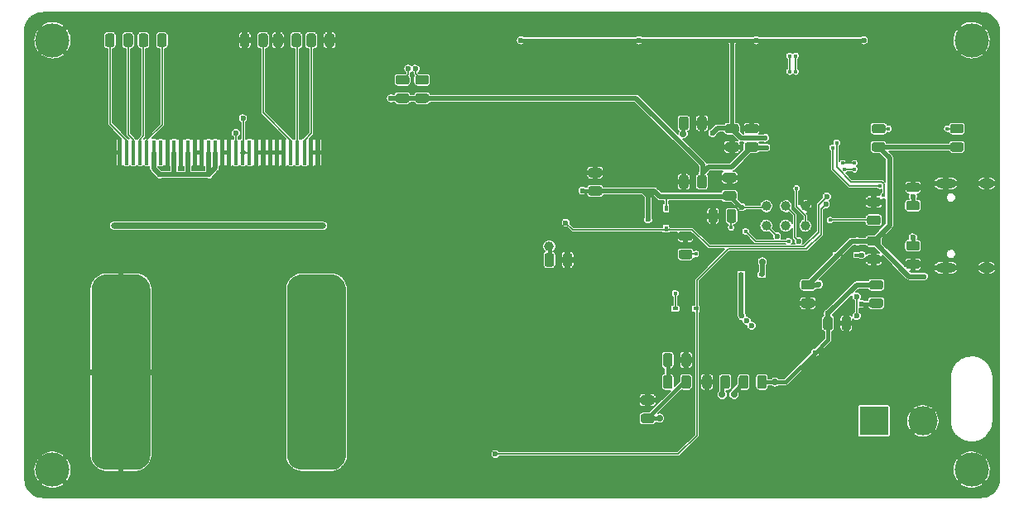
<source format=gbr>
%TF.GenerationSoftware,KiCad,Pcbnew,(5.99.0-2671-gfc0a358ba)*%
%TF.CreationDate,2020-08-29T02:36:00+05:30*%
%TF.ProjectId,Power_Supply,506f7765-725f-4537-9570-706c792e6b69,rev?*%
%TF.SameCoordinates,Original*%
%TF.FileFunction,Copper,L2,Bot*%
%TF.FilePolarity,Positive*%
%FSLAX46Y46*%
G04 Gerber Fmt 4.6, Leading zero omitted, Abs format (unit mm)*
G04 Created by KiCad (PCBNEW (5.99.0-2671-gfc0a358ba)) date 2020-08-29 02:36:00*
%MOMM*%
%LPD*%
G01*
G04 APERTURE LIST*
%TA.AperFunction,SMDPad,CuDef*%
%ADD10R,0.450000X0.600000*%
%TD*%
%TA.AperFunction,ComponentPad*%
%ADD11C,3.500000*%
%TD*%
%TA.AperFunction,ComponentPad*%
%ADD12R,3.000000X3.000000*%
%TD*%
%TA.AperFunction,ComponentPad*%
%ADD13C,3.000000*%
%TD*%
%TA.AperFunction,WasherPad*%
%ADD14O,22.010000X0.600000*%
%TD*%
%TA.AperFunction,SMDPad,CuDef*%
%ADD15R,0.400000X2.500000*%
%TD*%
%TA.AperFunction,ComponentPad*%
%ADD16C,5.000000*%
%TD*%
%TA.AperFunction,ComponentPad*%
%ADD17O,1.600000X1.000000*%
%TD*%
%TA.AperFunction,ComponentPad*%
%ADD18O,2.100000X1.000000*%
%TD*%
%TA.AperFunction,SMDPad,CuDef*%
%ADD19C,1.000000*%
%TD*%
%TA.AperFunction,SMDPad,CuDef*%
%ADD20R,0.600000X0.450000*%
%TD*%
%TA.AperFunction,ViaPad*%
%ADD21C,0.600000*%
%TD*%
%TA.AperFunction,ViaPad*%
%ADD22C,1.000000*%
%TD*%
%TA.AperFunction,ViaPad*%
%ADD23C,0.700000*%
%TD*%
%TA.AperFunction,ViaPad*%
%ADD24C,0.450000*%
%TD*%
%TA.AperFunction,Conductor*%
%ADD25C,0.508000*%
%TD*%
%TA.AperFunction,Conductor*%
%ADD26C,0.127000*%
%TD*%
%TA.AperFunction,Conductor*%
%ADD27C,0.381000*%
%TD*%
G04 APERTURE END LIST*
D10*
%TO.P,D7,1,K*%
%TO.N,+5V*%
X77750000Y-32200000D03*
%TO.P,D7,2,A*%
%TO.N,/V_SENSE*%
X77750000Y-34300000D03*
%TD*%
D11*
%TO.P,H3,1,1*%
%TO.N,GND*%
X109000000Y-59000000D03*
%TD*%
%TO.P,H2,1,1*%
%TO.N,GND*%
X109000000Y-15000000D03*
%TD*%
D12*
%TO.P,J4,1,Pin_1*%
%TO.N,+VSW*%
X99000000Y-54000000D03*
D13*
%TO.P,J4,2,Pin_2*%
%TO.N,GND*%
X104000000Y-54000000D03*
%TD*%
D14*
%TO.P,U10,*%
%TO.N,*%
X32000000Y-34000000D03*
D15*
%TO.P,U10,1,GND*%
%TO.N,GND*%
X21850000Y-26500000D03*
%TO.P,U10,2,C2P*%
%TO.N,Net-(C33-Pad2)*%
X22550000Y-26500000D03*
%TO.P,U10,3,C2N*%
%TO.N,Net-(C33-Pad1)*%
X23250000Y-26500000D03*
%TO.P,U10,4,C1P*%
%TO.N,Net-(C31-Pad1)*%
X23950000Y-26500000D03*
%TO.P,U10,5,C1N*%
%TO.N,Net-(C31-Pad2)*%
X24650000Y-26500000D03*
%TO.P,U10,6,VDDB*%
%TO.N,+3V3*%
X25350000Y-26500000D03*
%TO.P,U10,7,NC*%
%TO.N,N/C*%
X26050000Y-26500000D03*
%TO.P,U10,8,VSS*%
%TO.N,GND*%
X26750000Y-26500000D03*
%TO.P,U10,9,VDD*%
%TO.N,+3V3*%
X27450000Y-26500000D03*
%TO.P,U10,10,BS0*%
%TO.N,GND*%
X28150000Y-26500000D03*
%TO.P,U10,11,BS1*%
%TO.N,+3V3*%
X28850000Y-26500000D03*
%TO.P,U10,12,BS2*%
%TO.N,GND*%
X29550000Y-26500000D03*
%TO.P,U10,13,~CS*%
X30250000Y-26500000D03*
%TO.P,U10,14,~RES*%
%TO.N,+3V3*%
X30950000Y-26500000D03*
%TO.P,U10,15,D/~C*%
X31650000Y-26500000D03*
%TO.P,U10,16,R/~W*%
%TO.N,GND*%
X32350000Y-26500000D03*
%TO.P,U10,17,E/R~D*%
X33050000Y-26500000D03*
%TO.P,U10,18,D0*%
%TO.N,Net-(R5-Pad2)*%
X33750000Y-26500000D03*
%TO.P,U10,19,D1*%
%TO.N,Net-(R14-Pad2)*%
X34450000Y-26500000D03*
%TO.P,U10,20,D2*%
X35150000Y-26500000D03*
%TO.P,U10,21,D3*%
%TO.N,GND*%
X35850000Y-26500000D03*
%TO.P,U10,22,D4*%
X36550000Y-26500000D03*
%TO.P,U10,23,D5*%
X37250000Y-26500000D03*
%TO.P,U10,24,D6*%
X37950000Y-26500000D03*
%TO.P,U10,25,D7*%
X38650000Y-26500000D03*
%TO.P,U10,26,IREF*%
%TO.N,Net-(R15-Pad2)*%
X39350000Y-26500000D03*
%TO.P,U10,27,VCOMH*%
%TO.N,Net-(C32-Pad2)*%
X40050000Y-26500000D03*
%TO.P,U10,28,VCC*%
%TO.N,Net-(C34-Pad2)*%
X40750000Y-26500000D03*
%TO.P,U10,29,VLSS*%
%TO.N,GND*%
X41450000Y-26500000D03*
%TO.P,U10,30,GND*%
X42150000Y-26500000D03*
%TD*%
D16*
%TO.P,J3,1,Pin_1*%
%TO.N,GND*%
X22000000Y-42000000D03*
%TA.AperFunction,SMDPad,CuDef*%
G36*
X23737086Y-39014659D02*
G01*
X23973039Y-39072816D01*
X24196608Y-39168070D01*
X24402002Y-39297953D01*
X24583901Y-39459102D01*
X24737595Y-39647342D01*
X24859103Y-39857799D01*
X24945277Y-40085022D01*
X24993886Y-40323126D01*
X25000000Y-40424201D01*
X25000000Y-57555506D01*
X24985341Y-57737086D01*
X24927184Y-57973039D01*
X24831930Y-58196608D01*
X24702047Y-58402002D01*
X24540898Y-58583901D01*
X24352658Y-58737595D01*
X24142201Y-58859103D01*
X23914978Y-58945277D01*
X23676874Y-58993886D01*
X23575799Y-59000000D01*
X20444494Y-59000000D01*
X20262914Y-58985341D01*
X20026961Y-58927184D01*
X19803392Y-58831930D01*
X19597998Y-58702047D01*
X19416099Y-58540898D01*
X19262405Y-58352658D01*
X19140897Y-58142201D01*
X19054723Y-57914978D01*
X19006114Y-57676874D01*
X19000000Y-57575799D01*
X19000000Y-40444494D01*
X19014659Y-40262914D01*
X19072816Y-40026961D01*
X19168070Y-39803392D01*
X19297953Y-39597998D01*
X19459102Y-39416099D01*
X19647342Y-39262405D01*
X19857799Y-39140897D01*
X20085022Y-39054723D01*
X20323126Y-39006114D01*
X20424201Y-39000000D01*
X23555506Y-39000000D01*
X23737086Y-39014659D01*
G37*
%TD.AperFunction*%
%TD*%
D11*
%TO.P,H4,1,1*%
%TO.N,GND*%
X15000000Y-59000000D03*
%TD*%
D17*
%TO.P,J5,S1,SHIELD*%
%TO.N,GND*%
X110550000Y-38320000D03*
D18*
X106370000Y-38320000D03*
X106370000Y-29680000D03*
D17*
X110550000Y-29680000D03*
%TD*%
%TA.AperFunction,SMDPad,CuDef*%
%TO.P,J2,1,Pin_1*%
%TO.N,VDC*%
G36*
X43737086Y-39014659D02*
G01*
X43973039Y-39072816D01*
X44196608Y-39168070D01*
X44402002Y-39297953D01*
X44583901Y-39459102D01*
X44737595Y-39647342D01*
X44859103Y-39857799D01*
X44945277Y-40085022D01*
X44993886Y-40323126D01*
X45000000Y-40424201D01*
X45000000Y-57555506D01*
X44985341Y-57737086D01*
X44927184Y-57973039D01*
X44831930Y-58196608D01*
X44702047Y-58402002D01*
X44540898Y-58583901D01*
X44352658Y-58737595D01*
X44142201Y-58859103D01*
X43914978Y-58945277D01*
X43676874Y-58993886D01*
X43575799Y-59000000D01*
X40444494Y-59000000D01*
X40262914Y-58985341D01*
X40026961Y-58927184D01*
X39803392Y-58831930D01*
X39597998Y-58702047D01*
X39416099Y-58540898D01*
X39262405Y-58352658D01*
X39140897Y-58142201D01*
X39054723Y-57914978D01*
X39006114Y-57676874D01*
X39000000Y-57575799D01*
X39000000Y-40444494D01*
X39014659Y-40262914D01*
X39072816Y-40026961D01*
X39168070Y-39803392D01*
X39297953Y-39597998D01*
X39459102Y-39416099D01*
X39647342Y-39262405D01*
X39857799Y-39140897D01*
X40085022Y-39054723D01*
X40323126Y-39006114D01*
X40424201Y-39000000D01*
X43555506Y-39000000D01*
X43737086Y-39014659D01*
G37*
%TD.AperFunction*%
D16*
X42000000Y-42000000D03*
%TD*%
D11*
%TO.P,H1,1,1*%
%TO.N,GND*%
X15000000Y-15000000D03*
%TD*%
D19*
%TO.P,TP3,1,1*%
%TO.N,/RST*%
X92000000Y-34000000D03*
%TD*%
%TO.P,C32,1*%
%TO.N,GND*%
%TA.AperFunction,SMDPad,CuDef*%
G36*
G01*
X37575000Y-15456250D02*
X37575000Y-14543750D01*
G75*
G02*
X37818750Y-14300000I243750J0D01*
G01*
X38306250Y-14300000D01*
G75*
G02*
X38550000Y-14543750I0J-243750D01*
G01*
X38550000Y-15456250D01*
G75*
G02*
X38306250Y-15700000I-243750J0D01*
G01*
X37818750Y-15700000D01*
G75*
G02*
X37575000Y-15456250I0J243750D01*
G01*
G37*
%TD.AperFunction*%
%TO.P,C32,2*%
%TO.N,Net-(C32-Pad2)*%
%TA.AperFunction,SMDPad,CuDef*%
G36*
G01*
X39450000Y-15456250D02*
X39450000Y-14543750D01*
G75*
G02*
X39693750Y-14300000I243750J0D01*
G01*
X40181250Y-14300000D01*
G75*
G02*
X40425000Y-14543750I0J-243750D01*
G01*
X40425000Y-15456250D01*
G75*
G02*
X40181250Y-15700000I-243750J0D01*
G01*
X39693750Y-15700000D01*
G75*
G02*
X39450000Y-15456250I0J243750D01*
G01*
G37*
%TD.AperFunction*%
%TD*%
%TO.P,TP6,1,1*%
%TO.N,GND*%
X92000000Y-32000000D03*
%TD*%
D20*
%TO.P,D6,1,K*%
%TO.N,+5V*%
X78700000Y-42500000D03*
%TO.P,D6,2,A*%
%TO.N,/I_SENSE*%
X80800000Y-42500000D03*
%TD*%
%TO.P,R14,1*%
%TO.N,+3V3*%
%TA.AperFunction,SMDPad,CuDef*%
G36*
G01*
X53256250Y-21425000D02*
X52343750Y-21425000D01*
G75*
G02*
X52100000Y-21181250I0J243750D01*
G01*
X52100000Y-20693750D01*
G75*
G02*
X52343750Y-20450000I243750J0D01*
G01*
X53256250Y-20450000D01*
G75*
G02*
X53500000Y-20693750I0J-243750D01*
G01*
X53500000Y-21181250D01*
G75*
G02*
X53256250Y-21425000I-243750J0D01*
G01*
G37*
%TD.AperFunction*%
%TO.P,R14,2*%
%TO.N,Net-(R14-Pad2)*%
%TA.AperFunction,SMDPad,CuDef*%
G36*
G01*
X53256250Y-19550000D02*
X52343750Y-19550000D01*
G75*
G02*
X52100000Y-19306250I0J243750D01*
G01*
X52100000Y-18818750D01*
G75*
G02*
X52343750Y-18575000I243750J0D01*
G01*
X53256250Y-18575000D01*
G75*
G02*
X53500000Y-18818750I0J-243750D01*
G01*
X53500000Y-19306250D01*
G75*
G02*
X53256250Y-19550000I-243750J0D01*
G01*
G37*
%TD.AperFunction*%
%TD*%
D19*
%TO.P,TP1,1,1*%
%TO.N,/MISO*%
X88000000Y-34000000D03*
%TD*%
%TO.P,C3,1*%
%TO.N,GND*%
%TA.AperFunction,SMDPad,CuDef*%
G36*
G01*
X96675000Y-43543750D02*
X96675000Y-44456250D01*
G75*
G02*
X96431250Y-44700000I-243750J0D01*
G01*
X95943750Y-44700000D01*
G75*
G02*
X95700000Y-44456250I0J243750D01*
G01*
X95700000Y-43543750D01*
G75*
G02*
X95943750Y-43300000I243750J0D01*
G01*
X96431250Y-43300000D01*
G75*
G02*
X96675000Y-43543750I0J-243750D01*
G01*
G37*
%TD.AperFunction*%
%TO.P,C3,2*%
%TO.N,+VSW*%
%TA.AperFunction,SMDPad,CuDef*%
G36*
G01*
X94800000Y-43543750D02*
X94800000Y-44456250D01*
G75*
G02*
X94556250Y-44700000I-243750J0D01*
G01*
X94068750Y-44700000D01*
G75*
G02*
X93825000Y-44456250I0J243750D01*
G01*
X93825000Y-43543750D01*
G75*
G02*
X94068750Y-43300000I243750J0D01*
G01*
X94556250Y-43300000D01*
G75*
G02*
X94800000Y-43543750I0J-243750D01*
G01*
G37*
%TD.AperFunction*%
%TD*%
%TO.P,C8,1*%
%TO.N,GND*%
%TA.AperFunction,SMDPad,CuDef*%
G36*
G01*
X81445000Y-50456250D02*
X81445000Y-49543750D01*
G75*
G02*
X81688750Y-49300000I243750J0D01*
G01*
X82176250Y-49300000D01*
G75*
G02*
X82420000Y-49543750I0J-243750D01*
G01*
X82420000Y-50456250D01*
G75*
G02*
X82176250Y-50700000I-243750J0D01*
G01*
X81688750Y-50700000D01*
G75*
G02*
X81445000Y-50456250I0J243750D01*
G01*
G37*
%TD.AperFunction*%
%TO.P,C8,2*%
%TO.N,Net-(C8-Pad2)*%
%TA.AperFunction,SMDPad,CuDef*%
G36*
G01*
X83320000Y-50456250D02*
X83320000Y-49543750D01*
G75*
G02*
X83563750Y-49300000I243750J0D01*
G01*
X84051250Y-49300000D01*
G75*
G02*
X84295000Y-49543750I0J-243750D01*
G01*
X84295000Y-50456250D01*
G75*
G02*
X84051250Y-50700000I-243750J0D01*
G01*
X83563750Y-50700000D01*
G75*
G02*
X83320000Y-50456250I0J243750D01*
G01*
G37*
%TD.AperFunction*%
%TD*%
%TO.P,C2,1*%
%TO.N,GND*%
%TA.AperFunction,SMDPad,CuDef*%
G36*
G01*
X98543750Y-31075000D02*
X99456250Y-31075000D01*
G75*
G02*
X99700000Y-31318750I0J-243750D01*
G01*
X99700000Y-31806250D01*
G75*
G02*
X99456250Y-32050000I-243750J0D01*
G01*
X98543750Y-32050000D01*
G75*
G02*
X98300000Y-31806250I0J243750D01*
G01*
X98300000Y-31318750D01*
G75*
G02*
X98543750Y-31075000I243750J0D01*
G01*
G37*
%TD.AperFunction*%
%TO.P,C2,2*%
%TO.N,Net-(C2-Pad2)*%
%TA.AperFunction,SMDPad,CuDef*%
G36*
G01*
X98543750Y-32950000D02*
X99456250Y-32950000D01*
G75*
G02*
X99700000Y-33193750I0J-243750D01*
G01*
X99700000Y-33681250D01*
G75*
G02*
X99456250Y-33925000I-243750J0D01*
G01*
X98543750Y-33925000D01*
G75*
G02*
X98300000Y-33681250I0J243750D01*
G01*
X98300000Y-33193750D01*
G75*
G02*
X98543750Y-32950000I243750J0D01*
G01*
G37*
%TD.AperFunction*%
%TD*%
%TO.P,TP2,1,1*%
%TO.N,/SCK*%
X90000000Y-34000000D03*
%TD*%
%TO.P,R11,1*%
%TO.N,GND*%
%TA.AperFunction,SMDPad,CuDef*%
G36*
G01*
X102543750Y-29575000D02*
X103456250Y-29575000D01*
G75*
G02*
X103700000Y-29818750I0J-243750D01*
G01*
X103700000Y-30306250D01*
G75*
G02*
X103456250Y-30550000I-243750J0D01*
G01*
X102543750Y-30550000D01*
G75*
G02*
X102300000Y-30306250I0J243750D01*
G01*
X102300000Y-29818750D01*
G75*
G02*
X102543750Y-29575000I243750J0D01*
G01*
G37*
%TD.AperFunction*%
%TO.P,R11,2*%
%TO.N,Net-(J5-PadB5)*%
%TA.AperFunction,SMDPad,CuDef*%
G36*
G01*
X102543750Y-31450000D02*
X103456250Y-31450000D01*
G75*
G02*
X103700000Y-31693750I0J-243750D01*
G01*
X103700000Y-32181250D01*
G75*
G02*
X103456250Y-32425000I-243750J0D01*
G01*
X102543750Y-32425000D01*
G75*
G02*
X102300000Y-32181250I0J243750D01*
G01*
X102300000Y-31693750D01*
G75*
G02*
X102543750Y-31450000I243750J0D01*
G01*
G37*
%TD.AperFunction*%
%TD*%
D20*
%TO.P,D8,1,K*%
%TO.N,+5V*%
X95200000Y-37000000D03*
%TO.P,D8,2,A*%
%TO.N,Net-(D8-Pad2)*%
X97300000Y-37000000D03*
%TD*%
%TO.P,R4,1*%
%TO.N,GND*%
%TA.AperFunction,SMDPad,CuDef*%
G36*
G01*
X103456250Y-38425000D02*
X102543750Y-38425000D01*
G75*
G02*
X102300000Y-38181250I0J243750D01*
G01*
X102300000Y-37693750D01*
G75*
G02*
X102543750Y-37450000I243750J0D01*
G01*
X103456250Y-37450000D01*
G75*
G02*
X103700000Y-37693750I0J-243750D01*
G01*
X103700000Y-38181250D01*
G75*
G02*
X103456250Y-38425000I-243750J0D01*
G01*
G37*
%TD.AperFunction*%
%TO.P,R4,2*%
%TO.N,Net-(J5-PadA5)*%
%TA.AperFunction,SMDPad,CuDef*%
G36*
G01*
X103456250Y-36550000D02*
X102543750Y-36550000D01*
G75*
G02*
X102300000Y-36306250I0J243750D01*
G01*
X102300000Y-35818750D01*
G75*
G02*
X102543750Y-35575000I243750J0D01*
G01*
X103456250Y-35575000D01*
G75*
G02*
X103700000Y-35818750I0J-243750D01*
G01*
X103700000Y-36306250D01*
G75*
G02*
X103456250Y-36550000I-243750J0D01*
G01*
G37*
%TD.AperFunction*%
%TD*%
%TO.P,C34,1*%
%TO.N,GND*%
%TA.AperFunction,SMDPad,CuDef*%
G36*
G01*
X43825000Y-14543750D02*
X43825000Y-15456250D01*
G75*
G02*
X43581250Y-15700000I-243750J0D01*
G01*
X43093750Y-15700000D01*
G75*
G02*
X42850000Y-15456250I0J243750D01*
G01*
X42850000Y-14543750D01*
G75*
G02*
X43093750Y-14300000I243750J0D01*
G01*
X43581250Y-14300000D01*
G75*
G02*
X43825000Y-14543750I0J-243750D01*
G01*
G37*
%TD.AperFunction*%
%TO.P,C34,2*%
%TO.N,Net-(C34-Pad2)*%
%TA.AperFunction,SMDPad,CuDef*%
G36*
G01*
X41950000Y-14543750D02*
X41950000Y-15456250D01*
G75*
G02*
X41706250Y-15700000I-243750J0D01*
G01*
X41218750Y-15700000D01*
G75*
G02*
X40975000Y-15456250I0J243750D01*
G01*
X40975000Y-14543750D01*
G75*
G02*
X41218750Y-14300000I243750J0D01*
G01*
X41706250Y-14300000D01*
G75*
G02*
X41950000Y-14543750I0J-243750D01*
G01*
G37*
%TD.AperFunction*%
%TD*%
%TO.P,D5,1,K*%
%TO.N,/REG_EN*%
X85450000Y-39000000D03*
%TO.P,D5,2,A*%
%TO.N,Net-(D5-Pad2)*%
X87550000Y-39000000D03*
%TD*%
%TO.P,C15,1*%
%TO.N,GND*%
%TA.AperFunction,SMDPad,CuDef*%
G36*
G01*
X79293750Y-34575000D02*
X80206250Y-34575000D01*
G75*
G02*
X80450000Y-34818750I0J-243750D01*
G01*
X80450000Y-35306250D01*
G75*
G02*
X80206250Y-35550000I-243750J0D01*
G01*
X79293750Y-35550000D01*
G75*
G02*
X79050000Y-35306250I0J243750D01*
G01*
X79050000Y-34818750D01*
G75*
G02*
X79293750Y-34575000I243750J0D01*
G01*
G37*
%TD.AperFunction*%
%TO.P,C15,2*%
%TO.N,Net-(C15-Pad2)*%
%TA.AperFunction,SMDPad,CuDef*%
G36*
G01*
X79293750Y-36450000D02*
X80206250Y-36450000D01*
G75*
G02*
X80450000Y-36693750I0J-243750D01*
G01*
X80450000Y-37181250D01*
G75*
G02*
X80206250Y-37425000I-243750J0D01*
G01*
X79293750Y-37425000D01*
G75*
G02*
X79050000Y-37181250I0J243750D01*
G01*
X79050000Y-36693750D01*
G75*
G02*
X79293750Y-36450000I243750J0D01*
G01*
G37*
%TD.AperFunction*%
%TD*%
%TO.P,C31,1*%
%TO.N,Net-(C31-Pad1)*%
%TA.AperFunction,SMDPad,CuDef*%
G36*
G01*
X23825000Y-15456250D02*
X23825000Y-14543750D01*
G75*
G02*
X24068750Y-14300000I243750J0D01*
G01*
X24556250Y-14300000D01*
G75*
G02*
X24800000Y-14543750I0J-243750D01*
G01*
X24800000Y-15456250D01*
G75*
G02*
X24556250Y-15700000I-243750J0D01*
G01*
X24068750Y-15700000D01*
G75*
G02*
X23825000Y-15456250I0J243750D01*
G01*
G37*
%TD.AperFunction*%
%TO.P,C31,2*%
%TO.N,Net-(C31-Pad2)*%
%TA.AperFunction,SMDPad,CuDef*%
G36*
G01*
X25700000Y-15456250D02*
X25700000Y-14543750D01*
G75*
G02*
X25943750Y-14300000I243750J0D01*
G01*
X26431250Y-14300000D01*
G75*
G02*
X26675000Y-14543750I0J-243750D01*
G01*
X26675000Y-15456250D01*
G75*
G02*
X26431250Y-15700000I-243750J0D01*
G01*
X25943750Y-15700000D01*
G75*
G02*
X25700000Y-15456250I0J243750D01*
G01*
G37*
%TD.AperFunction*%
%TD*%
%TO.P,C10,1*%
%TO.N,GND*%
%TA.AperFunction,SMDPad,CuDef*%
G36*
G01*
X99456250Y-37925000D02*
X98543750Y-37925000D01*
G75*
G02*
X98300000Y-37681250I0J243750D01*
G01*
X98300000Y-37193750D01*
G75*
G02*
X98543750Y-36950000I243750J0D01*
G01*
X99456250Y-36950000D01*
G75*
G02*
X99700000Y-37193750I0J-243750D01*
G01*
X99700000Y-37681250D01*
G75*
G02*
X99456250Y-37925000I-243750J0D01*
G01*
G37*
%TD.AperFunction*%
%TO.P,C10,2*%
%TO.N,+5V*%
%TA.AperFunction,SMDPad,CuDef*%
G36*
G01*
X99456250Y-36050000D02*
X98543750Y-36050000D01*
G75*
G02*
X98300000Y-35806250I0J243750D01*
G01*
X98300000Y-35318750D01*
G75*
G02*
X98543750Y-35075000I243750J0D01*
G01*
X99456250Y-35075000D01*
G75*
G02*
X99700000Y-35318750I0J-243750D01*
G01*
X99700000Y-35806250D01*
G75*
G02*
X99456250Y-36050000I-243750J0D01*
G01*
G37*
%TD.AperFunction*%
%TD*%
%TO.P,R5,1*%
%TO.N,+3V3*%
%TA.AperFunction,SMDPad,CuDef*%
G36*
G01*
X51256250Y-21425000D02*
X50343750Y-21425000D01*
G75*
G02*
X50100000Y-21181250I0J243750D01*
G01*
X50100000Y-20693750D01*
G75*
G02*
X50343750Y-20450000I243750J0D01*
G01*
X51256250Y-20450000D01*
G75*
G02*
X51500000Y-20693750I0J-243750D01*
G01*
X51500000Y-21181250D01*
G75*
G02*
X51256250Y-21425000I-243750J0D01*
G01*
G37*
%TD.AperFunction*%
%TO.P,R5,2*%
%TO.N,Net-(R5-Pad2)*%
%TA.AperFunction,SMDPad,CuDef*%
G36*
G01*
X51256250Y-19550000D02*
X50343750Y-19550000D01*
G75*
G02*
X50100000Y-19306250I0J243750D01*
G01*
X50100000Y-18818750D01*
G75*
G02*
X50343750Y-18575000I243750J0D01*
G01*
X51256250Y-18575000D01*
G75*
G02*
X51500000Y-18818750I0J-243750D01*
G01*
X51500000Y-19306250D01*
G75*
G02*
X51256250Y-19550000I-243750J0D01*
G01*
G37*
%TD.AperFunction*%
%TD*%
%TO.P,C14,1*%
%TO.N,GND*%
%TA.AperFunction,SMDPad,CuDef*%
G36*
G01*
X75413750Y-51375000D02*
X76326250Y-51375000D01*
G75*
G02*
X76570000Y-51618750I0J-243750D01*
G01*
X76570000Y-52106250D01*
G75*
G02*
X76326250Y-52350000I-243750J0D01*
G01*
X75413750Y-52350000D01*
G75*
G02*
X75170000Y-52106250I0J243750D01*
G01*
X75170000Y-51618750D01*
G75*
G02*
X75413750Y-51375000I243750J0D01*
G01*
G37*
%TD.AperFunction*%
%TO.P,C14,2*%
%TO.N,Net-(C13-Pad2)*%
%TA.AperFunction,SMDPad,CuDef*%
G36*
G01*
X75413750Y-53250000D02*
X76326250Y-53250000D01*
G75*
G02*
X76570000Y-53493750I0J-243750D01*
G01*
X76570000Y-53981250D01*
G75*
G02*
X76326250Y-54225000I-243750J0D01*
G01*
X75413750Y-54225000D01*
G75*
G02*
X75170000Y-53981250I0J243750D01*
G01*
X75170000Y-53493750D01*
G75*
G02*
X75413750Y-53250000I243750J0D01*
G01*
G37*
%TD.AperFunction*%
%TD*%
%TO.P,R2,1*%
%TO.N,Net-(D2-Pad2)*%
%TA.AperFunction,SMDPad,CuDef*%
G36*
G01*
X107043750Y-23575000D02*
X107956250Y-23575000D01*
G75*
G02*
X108200000Y-23818750I0J-243750D01*
G01*
X108200000Y-24306250D01*
G75*
G02*
X107956250Y-24550000I-243750J0D01*
G01*
X107043750Y-24550000D01*
G75*
G02*
X106800000Y-24306250I0J243750D01*
G01*
X106800000Y-23818750D01*
G75*
G02*
X107043750Y-23575000I243750J0D01*
G01*
G37*
%TD.AperFunction*%
%TO.P,R2,2*%
%TO.N,+5V*%
%TA.AperFunction,SMDPad,CuDef*%
G36*
G01*
X107043750Y-25450000D02*
X107956250Y-25450000D01*
G75*
G02*
X108200000Y-25693750I0J-243750D01*
G01*
X108200000Y-26181250D01*
G75*
G02*
X107956250Y-26425000I-243750J0D01*
G01*
X107043750Y-26425000D01*
G75*
G02*
X106800000Y-26181250I0J243750D01*
G01*
X106800000Y-25693750D01*
G75*
G02*
X107043750Y-25450000I243750J0D01*
G01*
G37*
%TD.AperFunction*%
%TD*%
D19*
%TO.P,TP5,1,1*%
%TO.N,/MOSI*%
X90000000Y-32000000D03*
%TD*%
%TO.P,R3,1*%
%TO.N,Net-(Q1-Pad3)*%
%TA.AperFunction,SMDPad,CuDef*%
G36*
G01*
X99706250Y-42425000D02*
X98793750Y-42425000D01*
G75*
G02*
X98550000Y-42181250I0J243750D01*
G01*
X98550000Y-41693750D01*
G75*
G02*
X98793750Y-41450000I243750J0D01*
G01*
X99706250Y-41450000D01*
G75*
G02*
X99950000Y-41693750I0J-243750D01*
G01*
X99950000Y-42181250D01*
G75*
G02*
X99706250Y-42425000I-243750J0D01*
G01*
G37*
%TD.AperFunction*%
%TO.P,R3,2*%
%TO.N,+VSW*%
%TA.AperFunction,SMDPad,CuDef*%
G36*
G01*
X99706250Y-40550000D02*
X98793750Y-40550000D01*
G75*
G02*
X98550000Y-40306250I0J243750D01*
G01*
X98550000Y-39818750D01*
G75*
G02*
X98793750Y-39575000I243750J0D01*
G01*
X99706250Y-39575000D01*
G75*
G02*
X99950000Y-39818750I0J-243750D01*
G01*
X99950000Y-40306250D01*
G75*
G02*
X99706250Y-40550000I-243750J0D01*
G01*
G37*
%TD.AperFunction*%
%TD*%
%TO.P,R12,1*%
%TO.N,Net-(Q2-Pad3)*%
%TA.AperFunction,SMDPad,CuDef*%
G36*
G01*
X85195000Y-50456250D02*
X85195000Y-49543750D01*
G75*
G02*
X85438750Y-49300000I243750J0D01*
G01*
X85926250Y-49300000D01*
G75*
G02*
X86170000Y-49543750I0J-243750D01*
G01*
X86170000Y-50456250D01*
G75*
G02*
X85926250Y-50700000I-243750J0D01*
G01*
X85438750Y-50700000D01*
G75*
G02*
X85195000Y-50456250I0J243750D01*
G01*
G37*
%TD.AperFunction*%
%TO.P,R12,2*%
%TO.N,+VSW*%
%TA.AperFunction,SMDPad,CuDef*%
G36*
G01*
X87070000Y-50456250D02*
X87070000Y-49543750D01*
G75*
G02*
X87313750Y-49300000I243750J0D01*
G01*
X87801250Y-49300000D01*
G75*
G02*
X88045000Y-49543750I0J-243750D01*
G01*
X88045000Y-50456250D01*
G75*
G02*
X87801250Y-50700000I-243750J0D01*
G01*
X87313750Y-50700000D01*
G75*
G02*
X87070000Y-50456250I0J243750D01*
G01*
G37*
%TD.AperFunction*%
%TD*%
%TO.P,C33,1*%
%TO.N,Net-(C33-Pad1)*%
%TA.AperFunction,SMDPad,CuDef*%
G36*
G01*
X23225000Y-14543750D02*
X23225000Y-15456250D01*
G75*
G02*
X22981250Y-15700000I-243750J0D01*
G01*
X22493750Y-15700000D01*
G75*
G02*
X22250000Y-15456250I0J243750D01*
G01*
X22250000Y-14543750D01*
G75*
G02*
X22493750Y-14300000I243750J0D01*
G01*
X22981250Y-14300000D01*
G75*
G02*
X23225000Y-14543750I0J-243750D01*
G01*
G37*
%TD.AperFunction*%
%TO.P,C33,2*%
%TO.N,Net-(C33-Pad2)*%
%TA.AperFunction,SMDPad,CuDef*%
G36*
G01*
X21350000Y-14543750D02*
X21350000Y-15456250D01*
G75*
G02*
X21106250Y-15700000I-243750J0D01*
G01*
X20618750Y-15700000D01*
G75*
G02*
X20375000Y-15456250I0J243750D01*
G01*
X20375000Y-14543750D01*
G75*
G02*
X20618750Y-14300000I243750J0D01*
G01*
X21106250Y-14300000D01*
G75*
G02*
X21350000Y-14543750I0J-243750D01*
G01*
G37*
%TD.AperFunction*%
%TD*%
%TO.P,C22,1*%
%TO.N,GND*%
%TA.AperFunction,SMDPad,CuDef*%
G36*
G01*
X86043750Y-23575000D02*
X86956250Y-23575000D01*
G75*
G02*
X87200000Y-23818750I0J-243750D01*
G01*
X87200000Y-24306250D01*
G75*
G02*
X86956250Y-24550000I-243750J0D01*
G01*
X86043750Y-24550000D01*
G75*
G02*
X85800000Y-24306250I0J243750D01*
G01*
X85800000Y-23818750D01*
G75*
G02*
X86043750Y-23575000I243750J0D01*
G01*
G37*
%TD.AperFunction*%
%TO.P,C22,2*%
%TO.N,+3V3*%
%TA.AperFunction,SMDPad,CuDef*%
G36*
G01*
X86043750Y-25450000D02*
X86956250Y-25450000D01*
G75*
G02*
X87200000Y-25693750I0J-243750D01*
G01*
X87200000Y-26181250D01*
G75*
G02*
X86956250Y-26425000I-243750J0D01*
G01*
X86043750Y-26425000D01*
G75*
G02*
X85800000Y-26181250I0J243750D01*
G01*
X85800000Y-25693750D01*
G75*
G02*
X86043750Y-25450000I243750J0D01*
G01*
G37*
%TD.AperFunction*%
%TD*%
%TO.P,C13,1*%
%TO.N,Net-(C13-Pad1)*%
%TA.AperFunction,SMDPad,CuDef*%
G36*
G01*
X77445000Y-50456250D02*
X77445000Y-49543750D01*
G75*
G02*
X77688750Y-49300000I243750J0D01*
G01*
X78176250Y-49300000D01*
G75*
G02*
X78420000Y-49543750I0J-243750D01*
G01*
X78420000Y-50456250D01*
G75*
G02*
X78176250Y-50700000I-243750J0D01*
G01*
X77688750Y-50700000D01*
G75*
G02*
X77445000Y-50456250I0J243750D01*
G01*
G37*
%TD.AperFunction*%
%TO.P,C13,2*%
%TO.N,Net-(C13-Pad2)*%
%TA.AperFunction,SMDPad,CuDef*%
G36*
G01*
X79320000Y-50456250D02*
X79320000Y-49543750D01*
G75*
G02*
X79563750Y-49300000I243750J0D01*
G01*
X80051250Y-49300000D01*
G75*
G02*
X80295000Y-49543750I0J-243750D01*
G01*
X80295000Y-50456250D01*
G75*
G02*
X80051250Y-50700000I-243750J0D01*
G01*
X79563750Y-50700000D01*
G75*
G02*
X79320000Y-50456250I0J243750D01*
G01*
G37*
%TD.AperFunction*%
%TD*%
%TO.P,R1,1*%
%TO.N,Net-(D1-Pad2)*%
%TA.AperFunction,SMDPad,CuDef*%
G36*
G01*
X99043750Y-23575000D02*
X99956250Y-23575000D01*
G75*
G02*
X100200000Y-23818750I0J-243750D01*
G01*
X100200000Y-24306250D01*
G75*
G02*
X99956250Y-24550000I-243750J0D01*
G01*
X99043750Y-24550000D01*
G75*
G02*
X98800000Y-24306250I0J243750D01*
G01*
X98800000Y-23818750D01*
G75*
G02*
X99043750Y-23575000I243750J0D01*
G01*
G37*
%TD.AperFunction*%
%TO.P,R1,2*%
%TO.N,+5V*%
%TA.AperFunction,SMDPad,CuDef*%
G36*
G01*
X99043750Y-25450000D02*
X99956250Y-25450000D01*
G75*
G02*
X100200000Y-25693750I0J-243750D01*
G01*
X100200000Y-26181250D01*
G75*
G02*
X99956250Y-26425000I-243750J0D01*
G01*
X99043750Y-26425000D01*
G75*
G02*
X98800000Y-26181250I0J243750D01*
G01*
X98800000Y-25693750D01*
G75*
G02*
X99043750Y-25450000I243750J0D01*
G01*
G37*
%TD.AperFunction*%
%TD*%
%TO.P,C21,1*%
%TO.N,+5V*%
%TA.AperFunction,SMDPad,CuDef*%
G36*
G01*
X70956250Y-30925000D02*
X70043750Y-30925000D01*
G75*
G02*
X69800000Y-30681250I0J243750D01*
G01*
X69800000Y-30193750D01*
G75*
G02*
X70043750Y-29950000I243750J0D01*
G01*
X70956250Y-29950000D01*
G75*
G02*
X71200000Y-30193750I0J-243750D01*
G01*
X71200000Y-30681250D01*
G75*
G02*
X70956250Y-30925000I-243750J0D01*
G01*
G37*
%TD.AperFunction*%
%TO.P,C21,2*%
%TO.N,GND*%
%TA.AperFunction,SMDPad,CuDef*%
G36*
G01*
X70956250Y-29050000D02*
X70043750Y-29050000D01*
G75*
G02*
X69800000Y-28806250I0J243750D01*
G01*
X69800000Y-28318750D01*
G75*
G02*
X70043750Y-28075000I243750J0D01*
G01*
X70956250Y-28075000D01*
G75*
G02*
X71200000Y-28318750I0J-243750D01*
G01*
X71200000Y-28806250D01*
G75*
G02*
X70956250Y-29050000I-243750J0D01*
G01*
G37*
%TD.AperFunction*%
%TD*%
%TO.P,C19,1*%
%TO.N,GND*%
%TA.AperFunction,SMDPad,CuDef*%
G36*
G01*
X68175000Y-37043750D02*
X68175000Y-37956250D01*
G75*
G02*
X67931250Y-38200000I-243750J0D01*
G01*
X67443750Y-38200000D01*
G75*
G02*
X67200000Y-37956250I0J243750D01*
G01*
X67200000Y-37043750D01*
G75*
G02*
X67443750Y-36800000I243750J0D01*
G01*
X67931250Y-36800000D01*
G75*
G02*
X68175000Y-37043750I0J-243750D01*
G01*
G37*
%TD.AperFunction*%
%TO.P,C19,2*%
%TO.N,+VSW*%
%TA.AperFunction,SMDPad,CuDef*%
G36*
G01*
X66300000Y-37043750D02*
X66300000Y-37956250D01*
G75*
G02*
X66056250Y-38200000I-243750J0D01*
G01*
X65568750Y-38200000D01*
G75*
G02*
X65325000Y-37956250I0J243750D01*
G01*
X65325000Y-37043750D01*
G75*
G02*
X65568750Y-36800000I243750J0D01*
G01*
X66056250Y-36800000D01*
G75*
G02*
X66300000Y-37043750I0J-243750D01*
G01*
G37*
%TD.AperFunction*%
%TD*%
%TO.P,C24,1*%
%TO.N,GND*%
%TA.AperFunction,SMDPad,CuDef*%
G36*
G01*
X81925000Y-23043750D02*
X81925000Y-23956250D01*
G75*
G02*
X81681250Y-24200000I-243750J0D01*
G01*
X81193750Y-24200000D01*
G75*
G02*
X80950000Y-23956250I0J243750D01*
G01*
X80950000Y-23043750D01*
G75*
G02*
X81193750Y-22800000I243750J0D01*
G01*
X81681250Y-22800000D01*
G75*
G02*
X81925000Y-23043750I0J-243750D01*
G01*
G37*
%TD.AperFunction*%
%TO.P,C24,2*%
%TO.N,+5V*%
%TA.AperFunction,SMDPad,CuDef*%
G36*
G01*
X80050000Y-23043750D02*
X80050000Y-23956250D01*
G75*
G02*
X79806250Y-24200000I-243750J0D01*
G01*
X79318750Y-24200000D01*
G75*
G02*
X79075000Y-23956250I0J243750D01*
G01*
X79075000Y-23043750D01*
G75*
G02*
X79318750Y-22800000I243750J0D01*
G01*
X79806250Y-22800000D01*
G75*
G02*
X80050000Y-23043750I0J-243750D01*
G01*
G37*
%TD.AperFunction*%
%TD*%
%TO.P,R15,1*%
%TO.N,GND*%
%TA.AperFunction,SMDPad,CuDef*%
G36*
G01*
X34175000Y-15456250D02*
X34175000Y-14543750D01*
G75*
G02*
X34418750Y-14300000I243750J0D01*
G01*
X34906250Y-14300000D01*
G75*
G02*
X35150000Y-14543750I0J-243750D01*
G01*
X35150000Y-15456250D01*
G75*
G02*
X34906250Y-15700000I-243750J0D01*
G01*
X34418750Y-15700000D01*
G75*
G02*
X34175000Y-15456250I0J243750D01*
G01*
G37*
%TD.AperFunction*%
%TO.P,R15,2*%
%TO.N,Net-(R15-Pad2)*%
%TA.AperFunction,SMDPad,CuDef*%
G36*
G01*
X36050000Y-15456250D02*
X36050000Y-14543750D01*
G75*
G02*
X36293750Y-14300000I243750J0D01*
G01*
X36781250Y-14300000D01*
G75*
G02*
X37025000Y-14543750I0J-243750D01*
G01*
X37025000Y-15456250D01*
G75*
G02*
X36781250Y-15700000I-243750J0D01*
G01*
X36293750Y-15700000D01*
G75*
G02*
X36050000Y-15456250I0J243750D01*
G01*
G37*
%TD.AperFunction*%
%TD*%
%TO.P,R7,1*%
%TO.N,GND*%
%TA.AperFunction,SMDPad,CuDef*%
G36*
G01*
X80295000Y-47293750D02*
X80295000Y-48206250D01*
G75*
G02*
X80051250Y-48450000I-243750J0D01*
G01*
X79563750Y-48450000D01*
G75*
G02*
X79320000Y-48206250I0J243750D01*
G01*
X79320000Y-47293750D01*
G75*
G02*
X79563750Y-47050000I243750J0D01*
G01*
X80051250Y-47050000D01*
G75*
G02*
X80295000Y-47293750I0J-243750D01*
G01*
G37*
%TD.AperFunction*%
%TO.P,R7,2*%
%TO.N,Net-(C13-Pad1)*%
%TA.AperFunction,SMDPad,CuDef*%
G36*
G01*
X78420000Y-47293750D02*
X78420000Y-48206250D01*
G75*
G02*
X78176250Y-48450000I-243750J0D01*
G01*
X77688750Y-48450000D01*
G75*
G02*
X77445000Y-48206250I0J243750D01*
G01*
X77445000Y-47293750D01*
G75*
G02*
X77688750Y-47050000I243750J0D01*
G01*
X78176250Y-47050000D01*
G75*
G02*
X78420000Y-47293750I0J-243750D01*
G01*
G37*
%TD.AperFunction*%
%TD*%
%TO.P,TP4,1,1*%
%TO.N,+5V*%
X88000000Y-32000000D03*
%TD*%
%TO.P,C26,1*%
%TO.N,GND*%
%TA.AperFunction,SMDPad,CuDef*%
G36*
G01*
X79075000Y-29956250D02*
X79075000Y-29043750D01*
G75*
G02*
X79318750Y-28800000I243750J0D01*
G01*
X79806250Y-28800000D01*
G75*
G02*
X80050000Y-29043750I0J-243750D01*
G01*
X80050000Y-29956250D01*
G75*
G02*
X79806250Y-30200000I-243750J0D01*
G01*
X79318750Y-30200000D01*
G75*
G02*
X79075000Y-29956250I0J243750D01*
G01*
G37*
%TD.AperFunction*%
%TO.P,C26,2*%
%TO.N,+3V3*%
%TA.AperFunction,SMDPad,CuDef*%
G36*
G01*
X80950000Y-29956250D02*
X80950000Y-29043750D01*
G75*
G02*
X81193750Y-28800000I243750J0D01*
G01*
X81681250Y-28800000D01*
G75*
G02*
X81925000Y-29043750I0J-243750D01*
G01*
X81925000Y-29956250D01*
G75*
G02*
X81681250Y-30200000I-243750J0D01*
G01*
X81193750Y-30200000D01*
G75*
G02*
X80950000Y-29956250I0J243750D01*
G01*
G37*
%TD.AperFunction*%
%TD*%
%TO.P,C17,1*%
%TO.N,GND*%
%TA.AperFunction,SMDPad,CuDef*%
G36*
G01*
X82075000Y-33456250D02*
X82075000Y-32543750D01*
G75*
G02*
X82318750Y-32300000I243750J0D01*
G01*
X82806250Y-32300000D01*
G75*
G02*
X83050000Y-32543750I0J-243750D01*
G01*
X83050000Y-33456250D01*
G75*
G02*
X82806250Y-33700000I-243750J0D01*
G01*
X82318750Y-33700000D01*
G75*
G02*
X82075000Y-33456250I0J243750D01*
G01*
G37*
%TD.AperFunction*%
%TO.P,C17,2*%
%TO.N,Net-(C17-Pad2)*%
%TA.AperFunction,SMDPad,CuDef*%
G36*
G01*
X83950000Y-33456250D02*
X83950000Y-32543750D01*
G75*
G02*
X84193750Y-32300000I243750J0D01*
G01*
X84681250Y-32300000D01*
G75*
G02*
X84925000Y-32543750I0J-243750D01*
G01*
X84925000Y-33456250D01*
G75*
G02*
X84681250Y-33700000I-243750J0D01*
G01*
X84193750Y-33700000D01*
G75*
G02*
X83950000Y-33456250I0J243750D01*
G01*
G37*
%TD.AperFunction*%
%TD*%
%TO.P,C11,1*%
%TO.N,GND*%
%TA.AperFunction,SMDPad,CuDef*%
G36*
G01*
X92706250Y-42425000D02*
X91793750Y-42425000D01*
G75*
G02*
X91550000Y-42181250I0J243750D01*
G01*
X91550000Y-41693750D01*
G75*
G02*
X91793750Y-41450000I243750J0D01*
G01*
X92706250Y-41450000D01*
G75*
G02*
X92950000Y-41693750I0J-243750D01*
G01*
X92950000Y-42181250D01*
G75*
G02*
X92706250Y-42425000I-243750J0D01*
G01*
G37*
%TD.AperFunction*%
%TO.P,C11,2*%
%TO.N,+5V*%
%TA.AperFunction,SMDPad,CuDef*%
G36*
G01*
X92706250Y-40550000D02*
X91793750Y-40550000D01*
G75*
G02*
X91550000Y-40306250I0J243750D01*
G01*
X91550000Y-39818750D01*
G75*
G02*
X91793750Y-39575000I243750J0D01*
G01*
X92706250Y-39575000D01*
G75*
G02*
X92950000Y-39818750I0J-243750D01*
G01*
X92950000Y-40306250D01*
G75*
G02*
X92706250Y-40550000I-243750J0D01*
G01*
G37*
%TD.AperFunction*%
%TD*%
%TO.P,C23,1*%
%TO.N,GND*%
%TA.AperFunction,SMDPad,CuDef*%
G36*
G01*
X84956250Y-26425000D02*
X84043750Y-26425000D01*
G75*
G02*
X83800000Y-26181250I0J243750D01*
G01*
X83800000Y-25693750D01*
G75*
G02*
X84043750Y-25450000I243750J0D01*
G01*
X84956250Y-25450000D01*
G75*
G02*
X85200000Y-25693750I0J-243750D01*
G01*
X85200000Y-26181250D01*
G75*
G02*
X84956250Y-26425000I-243750J0D01*
G01*
G37*
%TD.AperFunction*%
%TO.P,C23,2*%
%TO.N,+5V*%
%TA.AperFunction,SMDPad,CuDef*%
G36*
G01*
X84956250Y-24550000D02*
X84043750Y-24550000D01*
G75*
G02*
X83800000Y-24306250I0J243750D01*
G01*
X83800000Y-23818750D01*
G75*
G02*
X84043750Y-23575000I243750J0D01*
G01*
X84956250Y-23575000D01*
G75*
G02*
X85200000Y-23818750I0J-243750D01*
G01*
X85200000Y-24306250D01*
G75*
G02*
X84956250Y-24550000I-243750J0D01*
G01*
G37*
%TD.AperFunction*%
%TD*%
%TO.P,C9,1*%
%TO.N,GND*%
%TA.AperFunction,SMDPad,CuDef*%
G36*
G01*
X83793750Y-28575000D02*
X84706250Y-28575000D01*
G75*
G02*
X84950000Y-28818750I0J-243750D01*
G01*
X84950000Y-29306250D01*
G75*
G02*
X84706250Y-29550000I-243750J0D01*
G01*
X83793750Y-29550000D01*
G75*
G02*
X83550000Y-29306250I0J243750D01*
G01*
X83550000Y-28818750D01*
G75*
G02*
X83793750Y-28575000I243750J0D01*
G01*
G37*
%TD.AperFunction*%
%TO.P,C9,2*%
%TO.N,+5V*%
%TA.AperFunction,SMDPad,CuDef*%
G36*
G01*
X83793750Y-30450000D02*
X84706250Y-30450000D01*
G75*
G02*
X84950000Y-30693750I0J-243750D01*
G01*
X84950000Y-31181250D01*
G75*
G02*
X84706250Y-31425000I-243750J0D01*
G01*
X83793750Y-31425000D01*
G75*
G02*
X83550000Y-31181250I0J243750D01*
G01*
X83550000Y-30693750D01*
G75*
G02*
X83793750Y-30450000I243750J0D01*
G01*
G37*
%TD.AperFunction*%
%TD*%
D21*
%TO.N,+VSW*%
X94300000Y-43000000D03*
X93000000Y-47000000D03*
D22*
X65800000Y-36100000D03*
D23*
X88900000Y-50000000D03*
D21*
%TO.N,GND*%
X91750000Y-21500000D03*
D22*
X111000000Y-42500000D03*
X91500000Y-61000000D03*
X111000000Y-24500000D03*
X13500000Y-22000000D03*
X111000000Y-28500000D03*
X13500000Y-44500000D03*
X111000000Y-32500000D03*
X67000000Y-19000000D03*
X13500000Y-52500000D03*
X104000000Y-13500000D03*
X20000000Y-13500000D03*
X85500000Y-61000000D03*
D21*
X95500000Y-50750000D03*
D22*
X24000000Y-13500000D03*
X42000000Y-13500000D03*
D21*
X94500000Y-49750000D03*
D22*
X53500000Y-61000000D03*
X37500000Y-61000000D03*
X51500000Y-61000000D03*
X28000000Y-13500000D03*
X21500000Y-61000000D03*
X77500000Y-61000000D03*
X55500000Y-61000000D03*
X94000000Y-13500000D03*
D21*
X94500000Y-50750000D03*
D22*
X63500000Y-61000000D03*
X13500000Y-42500000D03*
X45500000Y-61000000D03*
X71500000Y-16000000D03*
D21*
X67500000Y-33000000D03*
D22*
X31500000Y-61000000D03*
X23500000Y-61000000D03*
X38000000Y-13500000D03*
X102000000Y-19000000D03*
X106000000Y-13500000D03*
X50000000Y-13500000D03*
X111000000Y-18500000D03*
X111000000Y-44500000D03*
X65500000Y-61000000D03*
X69500000Y-61000000D03*
X92000000Y-13500000D03*
X73500000Y-61000000D03*
X41500000Y-61000000D03*
X96000000Y-13500000D03*
X93500000Y-61000000D03*
D21*
X81750000Y-56250000D03*
D22*
X29500000Y-61000000D03*
X13500000Y-20000000D03*
X98000000Y-13500000D03*
X13500000Y-28000000D03*
X97500000Y-61000000D03*
X19500000Y-61000000D03*
X52000000Y-13500000D03*
X87500000Y-61000000D03*
X105500000Y-61000000D03*
X57500000Y-61000000D03*
X111000000Y-20500000D03*
X26000000Y-13500000D03*
X54000000Y-13500000D03*
X43500000Y-61000000D03*
X22000000Y-13500000D03*
X49500000Y-61000000D03*
X39500000Y-61000000D03*
X83500000Y-61000000D03*
D21*
X80000000Y-52000000D03*
D22*
X111000000Y-22500000D03*
X107500000Y-61000000D03*
X25500000Y-61000000D03*
X36000000Y-13500000D03*
X27500000Y-61000000D03*
X13500000Y-26000000D03*
X18000000Y-13500000D03*
X47500000Y-61000000D03*
D21*
X91500000Y-50750000D03*
D22*
X32000000Y-13500000D03*
X13500000Y-38500000D03*
D21*
X67500000Y-35000000D03*
D22*
X13500000Y-40500000D03*
X95500000Y-16000000D03*
X89000000Y-16000000D03*
X102000000Y-13500000D03*
X17500000Y-61000000D03*
X13500000Y-32000000D03*
X111000000Y-46500000D03*
D21*
X68500000Y-35000000D03*
X89750000Y-20750000D03*
X89000000Y-18500000D03*
D22*
X44000000Y-13500000D03*
X83500000Y-16000000D03*
D21*
X81750000Y-52000000D03*
D22*
X89500000Y-61000000D03*
X13500000Y-36000000D03*
X101500000Y-61000000D03*
X103500000Y-61000000D03*
X13500000Y-48500000D03*
X100000000Y-13500000D03*
X34000000Y-13500000D03*
X99500000Y-61000000D03*
X46000000Y-13500000D03*
X81500000Y-61000000D03*
D21*
X94100000Y-32700000D03*
D22*
X40000000Y-13500000D03*
X33500000Y-61000000D03*
X13500000Y-56500000D03*
X90000000Y-13500000D03*
D21*
X90500000Y-50750000D03*
D22*
X106500000Y-16000000D03*
X13500000Y-34000000D03*
X75500000Y-61000000D03*
X111000000Y-36500000D03*
X111000000Y-56500000D03*
X79000000Y-19000000D03*
X13500000Y-24000000D03*
X59500000Y-61000000D03*
D21*
X80000000Y-57500000D03*
D22*
X67500000Y-61000000D03*
X13500000Y-54500000D03*
X13500000Y-30000000D03*
X111000000Y-26500000D03*
X35500000Y-61000000D03*
X79500000Y-61000000D03*
D21*
X90500000Y-21500000D03*
D22*
X95500000Y-61000000D03*
X111000000Y-34500000D03*
X13500000Y-50500000D03*
X61500000Y-61000000D03*
D21*
X91500000Y-49750000D03*
D22*
X13500000Y-18000000D03*
X71500000Y-61000000D03*
D21*
X89000000Y-19750000D03*
D22*
X48000000Y-13500000D03*
X13500000Y-46500000D03*
X30000000Y-13500000D03*
D24*
%TO.N,Net-(C2-Pad2)*%
X94510000Y-33430000D03*
D21*
%TO.N,+5V*%
X75000000Y-15000000D03*
X75909500Y-33346836D03*
X82500000Y-24500000D03*
X93400000Y-40000000D03*
X69200000Y-30400000D03*
X82200000Y-31000000D03*
X87000000Y-15000000D03*
X97300000Y-35600000D03*
D23*
X79500000Y-24600000D03*
D21*
X87900000Y-25000000D03*
X62900000Y-15000000D03*
D24*
X78700000Y-40930000D03*
D21*
X85500000Y-32100000D03*
X98000000Y-15000000D03*
X104100000Y-39200000D03*
D23*
%TO.N,Net-(C8-Pad2)*%
X83500000Y-51300000D03*
%TO.N,Net-(C13-Pad2)*%
X77100000Y-53700000D03*
D24*
%TO.N,Net-(C15-Pad2)*%
X80800000Y-36900000D03*
%TO.N,Net-(C17-Pad2)*%
X84400000Y-34200000D03*
%TO.N,Net-(D1-Pad2)*%
X100500000Y-24060000D03*
%TO.N,Net-(D1-Pad1)*%
X97000000Y-27600000D03*
X95800000Y-27600000D03*
%TO.N,Net-(D2-Pad2)*%
X106500000Y-24060000D03*
%TO.N,Net-(D2-Pad1)*%
X97000000Y-28200000D03*
X95985114Y-28197508D03*
%TO.N,/RST*%
X91100000Y-30200000D03*
D21*
%TO.N,/MOSI*%
X91300000Y-35590500D03*
D24*
%TO.N,/SCK*%
X90000000Y-34000000D03*
D21*
%TO.N,/MISO*%
X89100000Y-35100000D03*
%TO.N,/REG_EN*%
X86500000Y-44250000D03*
X86000000Y-43750000D03*
X85500000Y-43250000D03*
%TO.N,+3V3*%
X27450000Y-28700000D03*
X88000000Y-26000000D03*
X25969000Y-28750000D03*
X31000000Y-28750000D03*
X28850000Y-28650000D03*
X49610000Y-20940000D03*
X81500000Y-28600000D03*
%TO.N,/I_SENSE*%
X60300000Y-57400000D03*
X94106027Y-31787645D03*
D24*
%TO.N,/SCL0*%
X90400000Y-18206001D03*
X90400000Y-16600000D03*
%TO.N,/SDA0*%
X91000000Y-18206001D03*
X91000000Y-16600000D03*
D21*
%TO.N,/V_SENSE*%
X94200000Y-31000000D03*
X67500000Y-33700000D03*
D23*
%TO.N,Net-(D5-Pad2)*%
X87600000Y-37700000D03*
D24*
%TO.N,/SW4*%
X90300000Y-35600000D03*
X85900000Y-34584500D03*
D21*
%TO.N,Net-(J5-PadA5)*%
X103000000Y-35200000D03*
D24*
%TO.N,/D-*%
X100000000Y-30900000D03*
X95200000Y-25500000D03*
%TO.N,/D+*%
X99600000Y-29900000D03*
X94800000Y-26000000D03*
D21*
%TO.N,Net-(J5-PadB5)*%
X103000000Y-31000000D03*
%TO.N,Net-(Q1-Pad3)*%
X97750000Y-42000000D03*
D23*
%TO.N,Net-(Q2-Pad3)*%
X84700000Y-51300000D03*
D21*
%TO.N,Net-(R5-Pad2)*%
X51400000Y-17920000D03*
X33750000Y-24500000D03*
%TO.N,Net-(R14-Pad2)*%
X52126916Y-17931183D03*
X34500000Y-23000000D03*
%TO.N,Net-(D8-Pad2)*%
X97750000Y-37000000D03*
X97250000Y-43250000D03*
X97250000Y-41250000D03*
%TD*%
D25*
%TO.N,+5V*%
X77100000Y-31000000D02*
X77500000Y-31000000D01*
X77500000Y-31000000D02*
X78000000Y-31000000D01*
D26*
X77750000Y-31250000D02*
X77500000Y-31000000D01*
X77750000Y-32200000D02*
X77750000Y-31250000D01*
D27*
%TO.N,+VSW*%
X94312500Y-45687500D02*
X93000000Y-47000000D01*
D25*
X94312500Y-43012500D02*
X94300000Y-43000000D01*
X97237500Y-40062500D02*
X99250000Y-40062500D01*
D27*
X93000000Y-47000000D02*
X90000000Y-50000000D01*
X94312500Y-44000000D02*
X94312500Y-45687500D01*
X65812500Y-37500000D02*
X65812500Y-36112500D01*
X88900000Y-50000000D02*
X87557500Y-50000000D01*
X90000000Y-50000000D02*
X88900000Y-50000000D01*
D25*
X94300000Y-43000000D02*
X97237500Y-40062500D01*
D27*
X65812500Y-36112500D02*
X65800000Y-36100000D01*
D25*
X94312500Y-44000000D02*
X94312500Y-43012500D01*
D26*
%TO.N,Net-(C2-Pad2)*%
X94517500Y-33437500D02*
X94510000Y-33430000D01*
X99000000Y-33437500D02*
X94517500Y-33437500D01*
D27*
%TO.N,+5V*%
X84500000Y-15100000D02*
X84600000Y-15000000D01*
X84600000Y-15000000D02*
X85800000Y-15000000D01*
D25*
X99500000Y-25937500D02*
X107500000Y-25937500D01*
X102637500Y-39200000D02*
X104100000Y-39200000D01*
D27*
X69200000Y-30400000D02*
X70462500Y-30400000D01*
D25*
X100606001Y-27043501D02*
X100606001Y-33956499D01*
X82200000Y-31000000D02*
X84187500Y-31000000D01*
X82500000Y-24500000D02*
X83000000Y-24000000D01*
X97300000Y-35600000D02*
X98962500Y-35600000D01*
X84187500Y-31000000D02*
X84250000Y-30937500D01*
D26*
X78700000Y-42500000D02*
X78700000Y-40930000D01*
D25*
X100606001Y-33956499D02*
X99000000Y-35562500D01*
X75909500Y-30909500D02*
X75437500Y-30437500D01*
D27*
X85800000Y-15000000D02*
X87000000Y-15000000D01*
D25*
X85437500Y-25000000D02*
X87900000Y-25000000D01*
X92250000Y-40062500D02*
X93337500Y-40062500D01*
D27*
X79500000Y-24600000D02*
X79500000Y-23562500D01*
X79500000Y-23562500D02*
X79562500Y-23500000D01*
D25*
X78000000Y-31000000D02*
X82200000Y-31000000D01*
D26*
X85500000Y-32100000D02*
X87900000Y-32100000D01*
D25*
X83000000Y-24000000D02*
X84437500Y-24000000D01*
D26*
X87900000Y-32100000D02*
X88000000Y-32000000D01*
D27*
X85412500Y-32100000D02*
X84250000Y-30937500D01*
D25*
X76537500Y-30437500D02*
X77100000Y-31000000D01*
X84500000Y-24062500D02*
X85437500Y-25000000D01*
X74862500Y-30437500D02*
X76537500Y-30437500D01*
X96712500Y-35600000D02*
X97300000Y-35600000D01*
X98962500Y-35600000D02*
X99000000Y-35562500D01*
X74862500Y-30437500D02*
X70500000Y-30437500D01*
D27*
X70462500Y-30400000D02*
X70500000Y-30437500D01*
X75000000Y-15000000D02*
X84600000Y-15000000D01*
D25*
X92250000Y-40062500D02*
X96712500Y-35600000D01*
D27*
X76500000Y-30400000D02*
X77100000Y-31000000D01*
X85800000Y-15000000D02*
X98000000Y-15000000D01*
D25*
X99500000Y-25937500D02*
X100606001Y-27043501D01*
D27*
X84500000Y-24062500D02*
X84500000Y-15100000D01*
D25*
X84437500Y-24000000D02*
X84500000Y-24062500D01*
X93337500Y-40062500D02*
X93400000Y-40000000D01*
D27*
X85500000Y-32100000D02*
X85412500Y-32100000D01*
X62900000Y-15000000D02*
X75000000Y-15000000D01*
D25*
X75437500Y-30437500D02*
X74862500Y-30437500D01*
D27*
X70500000Y-30437500D02*
X75337500Y-30437500D01*
X75900000Y-31000000D02*
X76500000Y-30400000D01*
D25*
X99000000Y-35562500D02*
X102637500Y-39200000D01*
X75909500Y-30909500D02*
X75909500Y-33346836D01*
D27*
%TO.N,Net-(C8-Pad2)*%
X83500000Y-51300000D02*
X83500000Y-50307500D01*
X83500000Y-50307500D02*
X83807500Y-50000000D01*
%TO.N,Net-(C13-Pad2)*%
X75870000Y-53737500D02*
X79607500Y-50000000D01*
X75907500Y-53700000D02*
X75870000Y-53737500D01*
X77100000Y-53700000D02*
X75907500Y-53700000D01*
X79607500Y-50000000D02*
X79807500Y-50000000D01*
%TO.N,Net-(C13-Pad1)*%
X77932500Y-50000000D02*
X77932500Y-47750000D01*
D26*
%TO.N,Net-(C15-Pad2)*%
X79787500Y-36900000D02*
X79750000Y-36937500D01*
X80800000Y-36900000D02*
X79787500Y-36900000D01*
%TO.N,Net-(C17-Pad2)*%
X84400000Y-33037500D02*
X84437500Y-33000000D01*
X84400000Y-34200000D02*
X84400000Y-33037500D01*
%TO.N,Net-(D1-Pad2)*%
X100500000Y-24060000D02*
X99502500Y-24060000D01*
X99502500Y-24060000D02*
X99500000Y-24062500D01*
%TO.N,Net-(D1-Pad1)*%
X97000000Y-27600000D02*
X95800000Y-27600000D01*
%TO.N,Net-(D2-Pad2)*%
X107500000Y-24062500D02*
X106502500Y-24062500D01*
X106502500Y-24062500D02*
X106500000Y-24060000D01*
%TO.N,Net-(D2-Pad1)*%
X97000000Y-28200000D02*
X95987606Y-28200000D01*
X95987606Y-28200000D02*
X95985114Y-28197508D01*
%TO.N,/RST*%
X92000000Y-32978058D02*
X91100000Y-32078058D01*
X92000000Y-34000000D02*
X92000000Y-32978058D01*
X91100000Y-32078058D02*
X91100000Y-30200000D01*
%TO.N,/MOSI*%
X90900000Y-35190500D02*
X90900000Y-32900000D01*
X91300000Y-35590500D02*
X90900000Y-35190500D01*
X90900000Y-32900000D02*
X90000000Y-32000000D01*
%TO.N,/MISO*%
X89100000Y-35100000D02*
X88000000Y-34000000D01*
D25*
%TO.N,/REG_EN*%
X85450000Y-39000000D02*
X85450000Y-43200000D01*
X85450000Y-43200000D02*
X85500000Y-43250000D01*
%TO.N,+3V3*%
X28850000Y-28650000D02*
X28750000Y-28750000D01*
X82100000Y-28000000D02*
X84437500Y-28000000D01*
X27450000Y-26500000D02*
X27450000Y-28700000D01*
D27*
X49612500Y-20937500D02*
X49610000Y-20940000D01*
D25*
X25350000Y-26500000D02*
X25350000Y-28131000D01*
X31650000Y-26500000D02*
X31650000Y-28100000D01*
X27500000Y-28750000D02*
X27450000Y-28700000D01*
D27*
X81437500Y-28662500D02*
X81500000Y-28600000D01*
D25*
X74687500Y-20937500D02*
X50800000Y-20937500D01*
X81500000Y-28600000D02*
X81500000Y-27750000D01*
D27*
X86562500Y-26000000D02*
X86500000Y-25937500D01*
D25*
X88000000Y-26000000D02*
X86562500Y-26000000D01*
X31000000Y-28750000D02*
X30500000Y-28750000D01*
X81500000Y-28600000D02*
X82100000Y-28000000D01*
X28850000Y-26500000D02*
X28850000Y-28650000D01*
D27*
X81437500Y-29500000D02*
X81437500Y-28662500D01*
D25*
X27500000Y-28750000D02*
X28750000Y-28750000D01*
X28750000Y-28750000D02*
X30500000Y-28750000D01*
X81500000Y-27750000D02*
X74687500Y-20937500D01*
X31650000Y-28100000D02*
X31000000Y-28750000D01*
X25969000Y-28750000D02*
X27500000Y-28750000D01*
X50800000Y-20937500D02*
X49612500Y-20937500D01*
X25350000Y-28131000D02*
X25969000Y-28750000D01*
X30950000Y-28700000D02*
X31000000Y-28750000D01*
X30950000Y-26500000D02*
X30950000Y-28700000D01*
X84437500Y-28000000D02*
X86500000Y-25937500D01*
D26*
%TO.N,/I_SENSE*%
X84100000Y-36400000D02*
X80900000Y-39600000D01*
X93609499Y-32284173D02*
X93609499Y-34890501D01*
X93609499Y-34890501D02*
X92100000Y-36400000D01*
X80900000Y-42400000D02*
X80900000Y-55500000D01*
X94106027Y-31787645D02*
X93609499Y-32284173D01*
X80900000Y-55500000D02*
X79000000Y-57400000D01*
X92100000Y-36400000D02*
X84100000Y-36400000D01*
X80900000Y-39600000D02*
X80900000Y-42400000D01*
X79000000Y-57400000D02*
X60300000Y-57400000D01*
X80800000Y-42500000D02*
X80900000Y-42400000D01*
%TO.N,/SCL0*%
X90400000Y-16600000D02*
X90400000Y-18206001D01*
%TO.N,/SDA0*%
X91000000Y-16600000D02*
X91000000Y-18206001D01*
%TO.N,/V_SENSE*%
X91854010Y-36145990D02*
X93355489Y-34644511D01*
X78050000Y-34300000D02*
X78134490Y-34384490D01*
X78000000Y-34300000D02*
X78050000Y-34300000D01*
X82151714Y-36145990D02*
X91854010Y-36145990D01*
X93355489Y-31844511D02*
X94200000Y-31000000D01*
X68184490Y-34384490D02*
X78134490Y-34384490D01*
X78134490Y-34384490D02*
X80390214Y-34384490D01*
X80390214Y-34384490D02*
X82151714Y-36145990D01*
X67500000Y-33700000D02*
X68184490Y-34384490D01*
X93355489Y-34644511D02*
X93355489Y-31844511D01*
D25*
%TO.N,Net-(D5-Pad2)*%
X87600000Y-37700000D02*
X87600000Y-38950000D01*
X87600000Y-38950000D02*
X87550000Y-39000000D01*
D26*
%TO.N,/SW4*%
X86915500Y-35600000D02*
X90300000Y-35600000D01*
X85900000Y-34584500D02*
X86915500Y-35600000D01*
D27*
%TO.N,Net-(J5-PadA5)*%
X103000000Y-35200000D02*
X103000000Y-36062500D01*
D26*
%TO.N,/D-*%
X99799441Y-29484499D02*
X100015501Y-29700559D01*
X100015501Y-30884499D02*
X100000000Y-30900000D01*
X95200000Y-25500000D02*
X95215501Y-25515501D01*
X96684499Y-29484499D02*
X99799441Y-29484499D01*
X100015501Y-29700559D02*
X100015501Y-30884499D01*
X95215501Y-25515501D02*
X95215501Y-28015501D01*
X95215501Y-28015501D02*
X96684499Y-29484499D01*
%TO.N,/D+*%
X96500000Y-29900000D02*
X94800000Y-28200000D01*
X99600000Y-29900000D02*
X96500000Y-29900000D01*
X99700000Y-30000000D02*
X99600000Y-29900000D01*
X94800000Y-28200000D02*
X94800000Y-26000000D01*
D27*
%TO.N,Net-(J5-PadB5)*%
X103000000Y-31000000D02*
X103000000Y-31937500D01*
%TO.N,Net-(Q1-Pad3)*%
X97750000Y-42000000D02*
X99187500Y-42000000D01*
D25*
X99312500Y-42000000D02*
X99250000Y-41937500D01*
D27*
X99187500Y-42000000D02*
X99250000Y-41937500D01*
%TO.N,Net-(Q2-Pad3)*%
X84700000Y-50982500D02*
X85682500Y-50000000D01*
X84700000Y-51300000D02*
X84700000Y-50982500D01*
D26*
%TO.N,Net-(C31-Pad2)*%
X24650000Y-25220000D02*
X24650000Y-26500000D01*
X26187500Y-23682500D02*
X24650000Y-25220000D01*
X26187500Y-15000000D02*
X26187500Y-23682500D01*
%TO.N,Net-(C31-Pad1)*%
X24312500Y-24787500D02*
X23950000Y-25150000D01*
X24312500Y-15000000D02*
X24312500Y-24787500D01*
X23950000Y-25150000D02*
X23950000Y-26500000D01*
%TO.N,Net-(C32-Pad2)*%
X39937500Y-15000000D02*
X40050000Y-15112500D01*
X40050000Y-15112500D02*
X40050000Y-26500000D01*
%TO.N,Net-(C33-Pad2)*%
X22550000Y-25230000D02*
X22550000Y-26500000D01*
X20862500Y-15000000D02*
X20862500Y-23542500D01*
X20862500Y-23542500D02*
X22550000Y-25230000D01*
%TO.N,Net-(C33-Pad1)*%
X23250000Y-25160000D02*
X23250000Y-26500000D01*
X22737500Y-24647500D02*
X23250000Y-25160000D01*
X22737500Y-15000000D02*
X22737500Y-24647500D01*
%TO.N,Net-(C34-Pad2)*%
X41462500Y-24547500D02*
X40750000Y-25260000D01*
X41462500Y-15000000D02*
X41462500Y-24547500D01*
X40750000Y-25260000D02*
X40750000Y-26500000D01*
%TO.N,Net-(R5-Pad2)*%
X51400000Y-18462500D02*
X50800000Y-19062500D01*
X33750000Y-24500000D02*
X33750000Y-26500000D01*
X51400000Y-17920000D02*
X51400000Y-18462500D01*
%TO.N,Net-(R14-Pad2)*%
X34500000Y-23000000D02*
X34500000Y-26450000D01*
D25*
X34500000Y-26450000D02*
X34450000Y-26500000D01*
D26*
X35150000Y-26500000D02*
X34450000Y-26500000D01*
X52126916Y-18389416D02*
X52800000Y-19062500D01*
X52126916Y-17931183D02*
X52126916Y-18389416D01*
%TO.N,Net-(R15-Pad2)*%
X36537500Y-15000000D02*
X36537500Y-22417500D01*
X39350000Y-25230000D02*
X39350000Y-26500000D01*
X36537500Y-22417500D02*
X39350000Y-25230000D01*
%TO.N,Net-(D8-Pad2)*%
X97750000Y-37000000D02*
X97300000Y-37000000D01*
X97250000Y-43250000D02*
X97250000Y-41250000D01*
%TD*%
%TO.N,GND*%
X109979537Y-12193576D02*
X109983993Y-12194216D01*
X110254274Y-12213353D01*
X110503484Y-12267007D01*
X110742639Y-12355236D01*
X110966980Y-12476282D01*
X111172027Y-12627734D01*
X111353688Y-12806563D01*
X111508341Y-13009207D01*
X111632894Y-13231614D01*
X111724870Y-13469357D01*
X111782433Y-13717697D01*
X111804957Y-13977769D01*
X111805179Y-14005998D01*
X111806519Y-14014830D01*
X111810500Y-14028015D01*
X111810501Y-59960839D01*
X111806424Y-59979536D01*
X111805784Y-59983992D01*
X111786646Y-60254276D01*
X111732995Y-60503481D01*
X111644764Y-60742639D01*
X111523717Y-60966981D01*
X111372266Y-61172027D01*
X111193437Y-61353688D01*
X110990798Y-61508338D01*
X110768386Y-61632894D01*
X110530635Y-61724874D01*
X110282304Y-61782433D01*
X110022231Y-61804957D01*
X109994002Y-61805179D01*
X109985170Y-61806519D01*
X109971985Y-61810500D01*
X14039157Y-61810500D01*
X14020464Y-61806424D01*
X14016008Y-61805784D01*
X13745724Y-61786646D01*
X13496519Y-61732995D01*
X13257361Y-61644764D01*
X13033019Y-61523717D01*
X12827973Y-61372266D01*
X12646312Y-61193437D01*
X12491662Y-60990798D01*
X12367106Y-60768386D01*
X12275126Y-60530635D01*
X12261196Y-60470533D01*
X13800289Y-60470533D01*
X13803940Y-60526986D01*
X13926274Y-60621196D01*
X13930053Y-60623692D01*
X14171549Y-60759214D01*
X14175649Y-60761138D01*
X14434180Y-60860379D01*
X14438515Y-60861692D01*
X14708665Y-60922573D01*
X14713143Y-60923246D01*
X14989251Y-60944492D01*
X14993780Y-60944511D01*
X15270063Y-60925676D01*
X15274547Y-60925042D01*
X15545218Y-60866521D01*
X15549564Y-60865246D01*
X15808951Y-60768265D01*
X15813067Y-60766376D01*
X16055738Y-60632967D01*
X16059538Y-60630504D01*
X16195882Y-60527388D01*
X16199801Y-60470623D01*
X16199711Y-60470533D01*
X107800289Y-60470533D01*
X107803940Y-60526986D01*
X107926274Y-60621196D01*
X107930053Y-60623692D01*
X108171549Y-60759214D01*
X108175649Y-60761138D01*
X108434180Y-60860379D01*
X108438515Y-60861692D01*
X108708665Y-60922573D01*
X108713143Y-60923246D01*
X108989251Y-60944492D01*
X108993780Y-60944511D01*
X109270063Y-60925676D01*
X109274547Y-60925042D01*
X109545218Y-60866521D01*
X109549564Y-60865246D01*
X109808951Y-60768265D01*
X109813067Y-60766376D01*
X110055738Y-60632967D01*
X110059538Y-60630504D01*
X110195882Y-60527388D01*
X110199801Y-60470623D01*
X109025888Y-59296710D01*
X108974112Y-59296710D01*
X107800289Y-60470533D01*
X16199711Y-60470533D01*
X15025888Y-59296710D01*
X14974112Y-59296710D01*
X13800289Y-60470533D01*
X12261196Y-60470533D01*
X12217567Y-60282304D01*
X12195043Y-60022231D01*
X12194821Y-59994002D01*
X12193481Y-59985170D01*
X12189500Y-59971985D01*
X12189500Y-58949666D01*
X13056131Y-58949666D01*
X13068692Y-59226305D01*
X13069224Y-59230803D01*
X13121590Y-59502731D01*
X13122766Y-59507105D01*
X13213837Y-59768626D01*
X13215632Y-59772784D01*
X13343501Y-60018418D01*
X13345878Y-60022273D01*
X13471089Y-60195885D01*
X13528662Y-60200517D01*
X14703290Y-59025888D01*
X14703290Y-58974112D01*
X15296710Y-58974112D01*
X15296710Y-59025888D01*
X16470980Y-60200159D01*
X16528242Y-60195803D01*
X16645138Y-60036670D01*
X16647548Y-60032835D01*
X16777556Y-59788326D01*
X16779388Y-59784183D01*
X16872737Y-59523466D01*
X16873951Y-59519103D01*
X16928771Y-59247228D01*
X16929377Y-59241886D01*
X16939635Y-58862806D01*
X16939318Y-58857439D01*
X16899281Y-58582997D01*
X16898305Y-58578575D01*
X16819191Y-58313191D01*
X16817587Y-58308956D01*
X16700992Y-58057773D01*
X16698793Y-58053814D01*
X16534049Y-57802060D01*
X16474876Y-57795946D01*
X15296710Y-58974112D01*
X14703290Y-58974112D01*
X13529225Y-57800047D01*
X13473585Y-57803012D01*
X13403582Y-57889770D01*
X13401000Y-57893491D01*
X13260034Y-58131851D01*
X13258017Y-58135906D01*
X13152936Y-58392119D01*
X13151525Y-58396423D01*
X13084532Y-58665121D01*
X13083757Y-58669583D01*
X13056253Y-58945139D01*
X13056131Y-58949666D01*
X12189500Y-58949666D01*
X12189500Y-57527248D01*
X13798069Y-57527248D01*
X14974112Y-58703290D01*
X15025888Y-58703290D01*
X16200878Y-57528300D01*
X16198580Y-57473478D01*
X16146164Y-57429181D01*
X16142502Y-57426516D01*
X15907401Y-57280179D01*
X15903393Y-57278070D01*
X15649630Y-57167203D01*
X15645359Y-57165695D01*
X15378250Y-57092622D01*
X15373806Y-57091746D01*
X15098946Y-57057998D01*
X15094423Y-57057773D01*
X14817569Y-57064055D01*
X14813061Y-57064486D01*
X14540014Y-57110668D01*
X14535615Y-57111744D01*
X14272095Y-57196858D01*
X14267898Y-57198559D01*
X14019425Y-57320823D01*
X14015517Y-57323112D01*
X13803433Y-57468873D01*
X13798069Y-57527248D01*
X12189500Y-57527248D01*
X12189500Y-49228112D01*
X18809922Y-49228112D01*
X18809922Y-57557212D01*
X18810143Y-57560925D01*
X18849609Y-57891000D01*
X18851111Y-57897530D01*
X18955268Y-58198475D01*
X18957742Y-58203892D01*
X19116786Y-58479363D01*
X19120240Y-58484214D01*
X19328542Y-58724608D01*
X19332852Y-58728717D01*
X19582885Y-58925345D01*
X19587895Y-58928564D01*
X19870622Y-59074320D01*
X19876150Y-59076534D01*
X20181352Y-59166149D01*
X20187199Y-59167276D01*
X20424510Y-59189936D01*
X20427482Y-59190078D01*
X21771888Y-59190078D01*
X21808500Y-59153466D01*
X21808500Y-49228112D01*
X22191500Y-49228112D01*
X22191500Y-59153466D01*
X22228112Y-59190078D01*
X23557212Y-59190078D01*
X23560925Y-59189857D01*
X23891000Y-59150391D01*
X23897530Y-59148889D01*
X24198475Y-59044732D01*
X24203892Y-59042258D01*
X24479363Y-58883214D01*
X24484214Y-58879760D01*
X24724608Y-58671458D01*
X24728717Y-58667148D01*
X24925345Y-58417115D01*
X24928564Y-58412105D01*
X25074320Y-58129378D01*
X25076534Y-58123850D01*
X25166149Y-57818648D01*
X25167276Y-57812801D01*
X25189936Y-57575490D01*
X25190078Y-57572518D01*
X25190078Y-49228112D01*
X25153466Y-49191500D01*
X22228112Y-49191500D01*
X22191500Y-49228112D01*
X21808500Y-49228112D01*
X21771888Y-49191500D01*
X18846534Y-49191500D01*
X18809922Y-49228112D01*
X12189500Y-49228112D01*
X12189500Y-40427482D01*
X18809922Y-40427482D01*
X18809922Y-48771888D01*
X18846534Y-48808500D01*
X21771888Y-48808500D01*
X21808500Y-48771888D01*
X21808500Y-38846534D01*
X22191500Y-38846534D01*
X22191500Y-48771888D01*
X22228112Y-48808500D01*
X25153466Y-48808500D01*
X25190078Y-48771888D01*
X25190078Y-40442788D01*
X25189857Y-40439075D01*
X25188471Y-40427482D01*
X38809922Y-40427482D01*
X38809922Y-57557212D01*
X38810143Y-57560925D01*
X38849609Y-57891000D01*
X38851111Y-57897530D01*
X38955268Y-58198475D01*
X38957742Y-58203892D01*
X39116786Y-58479363D01*
X39120240Y-58484214D01*
X39328542Y-58724608D01*
X39332852Y-58728717D01*
X39582885Y-58925345D01*
X39587895Y-58928564D01*
X39870622Y-59074320D01*
X39876150Y-59076534D01*
X40181352Y-59166149D01*
X40187199Y-59167276D01*
X40424510Y-59189936D01*
X40427482Y-59190078D01*
X43557212Y-59190078D01*
X43560925Y-59189857D01*
X43891000Y-59150391D01*
X43897530Y-59148889D01*
X44198475Y-59044732D01*
X44203892Y-59042258D01*
X44364265Y-58949666D01*
X107056131Y-58949666D01*
X107068692Y-59226305D01*
X107069224Y-59230803D01*
X107121590Y-59502731D01*
X107122766Y-59507105D01*
X107213837Y-59768626D01*
X107215632Y-59772784D01*
X107343501Y-60018418D01*
X107345878Y-60022273D01*
X107471089Y-60195885D01*
X107528662Y-60200517D01*
X108703290Y-59025888D01*
X108703290Y-58974112D01*
X109296710Y-58974112D01*
X109296710Y-59025888D01*
X110470980Y-60200159D01*
X110528242Y-60195803D01*
X110645138Y-60036670D01*
X110647548Y-60032835D01*
X110777556Y-59788326D01*
X110779388Y-59784183D01*
X110872737Y-59523466D01*
X110873951Y-59519103D01*
X110928771Y-59247228D01*
X110929377Y-59241886D01*
X110939635Y-58862806D01*
X110939318Y-58857439D01*
X110899281Y-58582997D01*
X110898305Y-58578575D01*
X110819191Y-58313191D01*
X110817587Y-58308956D01*
X110700992Y-58057773D01*
X110698793Y-58053814D01*
X110534049Y-57802060D01*
X110474876Y-57795946D01*
X109296710Y-58974112D01*
X108703290Y-58974112D01*
X107529225Y-57800047D01*
X107473585Y-57803012D01*
X107403582Y-57889770D01*
X107401000Y-57893491D01*
X107260034Y-58131851D01*
X107258017Y-58135906D01*
X107152936Y-58392119D01*
X107151525Y-58396423D01*
X107084532Y-58665121D01*
X107083757Y-58669583D01*
X107056253Y-58945139D01*
X107056131Y-58949666D01*
X44364265Y-58949666D01*
X44479363Y-58883214D01*
X44484214Y-58879760D01*
X44724608Y-58671458D01*
X44728717Y-58667148D01*
X44925345Y-58417115D01*
X44928564Y-58412105D01*
X45074320Y-58129378D01*
X45076534Y-58123850D01*
X45166149Y-57818648D01*
X45167276Y-57812801D01*
X45189936Y-57575490D01*
X45190078Y-57572518D01*
X45190078Y-57400133D01*
X59803071Y-57400133D01*
X59832404Y-57568204D01*
X59836436Y-57579018D01*
X59924307Y-57725259D01*
X59931962Y-57733896D01*
X60066588Y-57838700D01*
X60076839Y-57844003D01*
X60240169Y-57893314D01*
X60251641Y-57894571D01*
X60421771Y-57881778D01*
X60432927Y-57878821D01*
X60587046Y-57805639D01*
X60596389Y-57798864D01*
X60713829Y-57675107D01*
X60720106Y-57665423D01*
X60725226Y-57653000D01*
X79059272Y-57653000D01*
X79075169Y-57648741D01*
X79097653Y-57635759D01*
X79122733Y-57629039D01*
X79136986Y-57620811D01*
X79223783Y-57534013D01*
X79223784Y-57534011D01*
X79230547Y-57527248D01*
X107798069Y-57527248D01*
X108974112Y-58703290D01*
X109025888Y-58703290D01*
X110200878Y-57528300D01*
X110198580Y-57473478D01*
X110146164Y-57429181D01*
X110142502Y-57426516D01*
X109907401Y-57280179D01*
X109903393Y-57278070D01*
X109649630Y-57167203D01*
X109645359Y-57165695D01*
X109378250Y-57092622D01*
X109373806Y-57091746D01*
X109098946Y-57057998D01*
X109094423Y-57057773D01*
X108817569Y-57064055D01*
X108813061Y-57064486D01*
X108540014Y-57110668D01*
X108535615Y-57111744D01*
X108272095Y-57196858D01*
X108267898Y-57198559D01*
X108019425Y-57320823D01*
X108015517Y-57323112D01*
X107803433Y-57468873D01*
X107798069Y-57527248D01*
X79230547Y-57527248D01*
X81096632Y-55661164D01*
X81120811Y-55636986D01*
X81129039Y-55622734D01*
X81135758Y-55597656D01*
X81148741Y-55575170D01*
X81153000Y-55559273D01*
X81153000Y-52496929D01*
X97308012Y-52496929D01*
X97308012Y-55503071D01*
X97308614Y-55509182D01*
X97320271Y-55567784D01*
X97324982Y-55579158D01*
X97359891Y-55631403D01*
X97368597Y-55640109D01*
X97420842Y-55675018D01*
X97432216Y-55679729D01*
X97490818Y-55691386D01*
X97496929Y-55691988D01*
X100503071Y-55691988D01*
X100509182Y-55691386D01*
X100567784Y-55679729D01*
X100579158Y-55675018D01*
X100631403Y-55640109D01*
X100640109Y-55631403D01*
X100675018Y-55579158D01*
X100679729Y-55567784D01*
X100691386Y-55509182D01*
X100691988Y-55503071D01*
X100691988Y-55292142D01*
X102978681Y-55292142D01*
X102983202Y-55349590D01*
X103112516Y-55443542D01*
X103116704Y-55446108D01*
X103349263Y-55564603D01*
X103353800Y-55566482D01*
X103602032Y-55647138D01*
X103606807Y-55648284D01*
X103864600Y-55689115D01*
X103869496Y-55689500D01*
X104130504Y-55689500D01*
X104135400Y-55689115D01*
X104393193Y-55648284D01*
X104397968Y-55647138D01*
X104646200Y-55566482D01*
X104650737Y-55564603D01*
X104883296Y-55446108D01*
X104887484Y-55443542D01*
X105016798Y-55349590D01*
X105021319Y-55292142D01*
X104025888Y-54296710D01*
X103974112Y-54296710D01*
X102978681Y-55292142D01*
X100691988Y-55292142D01*
X100691988Y-53869496D01*
X102310500Y-53869496D01*
X102310500Y-54130504D01*
X102310885Y-54135400D01*
X102351716Y-54393193D01*
X102352862Y-54397968D01*
X102433518Y-54646200D01*
X102435397Y-54650737D01*
X102553892Y-54883296D01*
X102556458Y-54887484D01*
X102650410Y-55016798D01*
X102707858Y-55021319D01*
X103703290Y-54025888D01*
X103703290Y-53974112D01*
X104296710Y-53974112D01*
X104296710Y-54025888D01*
X105292142Y-55021319D01*
X105349590Y-55016798D01*
X105443542Y-54887484D01*
X105446108Y-54883296D01*
X105564603Y-54650737D01*
X105566482Y-54646200D01*
X105647138Y-54397968D01*
X105648284Y-54393193D01*
X105689115Y-54135400D01*
X105689500Y-54130504D01*
X105689500Y-54000810D01*
X106805126Y-54000810D01*
X106806219Y-54070348D01*
X106806845Y-54074269D01*
X106806775Y-54075947D01*
X106806910Y-54080445D01*
X106836389Y-54368162D01*
X106838553Y-54376828D01*
X106838639Y-54377040D01*
X106839356Y-54384215D01*
X106840124Y-54388650D01*
X106909849Y-54669345D01*
X106913213Y-54677619D01*
X106913327Y-54677814D01*
X106915047Y-54684818D01*
X106916432Y-54689102D01*
X107025013Y-54957171D01*
X107029508Y-54964888D01*
X107029649Y-54965066D01*
X107032340Y-54971760D01*
X107034315Y-54975805D01*
X107179582Y-55225900D01*
X107185120Y-55232907D01*
X107185284Y-55233062D01*
X107188892Y-55239312D01*
X107191417Y-55243038D01*
X107370474Y-55470170D01*
X107376944Y-55476326D01*
X107377131Y-55476459D01*
X107381581Y-55482134D01*
X107384606Y-55485468D01*
X107593880Y-55685105D01*
X107601156Y-55690290D01*
X107601355Y-55690393D01*
X107606560Y-55695384D01*
X107610025Y-55698259D01*
X107845340Y-55866417D01*
X107853270Y-55870524D01*
X107853485Y-55870599D01*
X107859344Y-55874809D01*
X107863179Y-55877166D01*
X108119842Y-56010492D01*
X108128275Y-56013440D01*
X108128495Y-56013483D01*
X108134885Y-56016824D01*
X108139014Y-56018618D01*
X108411903Y-56114450D01*
X108420669Y-56116181D01*
X108420892Y-56116193D01*
X108427690Y-56118600D01*
X108432031Y-56119794D01*
X108715700Y-56176219D01*
X108724622Y-56176698D01*
X108724847Y-56176678D01*
X108731912Y-56178103D01*
X108736379Y-56178673D01*
X109025167Y-56194566D01*
X109034064Y-56193784D01*
X109034287Y-56193732D01*
X109041486Y-56194147D01*
X109045987Y-56194082D01*
X109334134Y-56169126D01*
X109342836Y-56167097D01*
X109343041Y-56167017D01*
X109350228Y-56166414D01*
X109354676Y-56165715D01*
X109636430Y-56100408D01*
X109644753Y-56097176D01*
X109644954Y-56097063D01*
X109651987Y-56095452D01*
X109656291Y-56094134D01*
X109926034Y-55989778D01*
X109933823Y-55985403D01*
X109934004Y-55985264D01*
X109940733Y-55982681D01*
X109944809Y-55980770D01*
X110197156Y-55839449D01*
X110204248Y-55834022D01*
X110204407Y-55833860D01*
X110210711Y-55830351D01*
X110214476Y-55827884D01*
X110444393Y-55652417D01*
X110450650Y-55646045D01*
X110450784Y-55645862D01*
X110456531Y-55641500D01*
X110459911Y-55638528D01*
X110662812Y-55432414D01*
X110668110Y-55425221D01*
X110668215Y-55425024D01*
X110673288Y-55419899D01*
X110676217Y-55416479D01*
X110848053Y-55183832D01*
X110852285Y-55175963D01*
X110852362Y-55175752D01*
X110856660Y-55169966D01*
X110859078Y-55166167D01*
X110996418Y-54911631D01*
X110999499Y-54903249D01*
X110999547Y-54903024D01*
X111002989Y-54896684D01*
X111004846Y-54892585D01*
X111104951Y-54621236D01*
X111106819Y-54612502D01*
X111106834Y-54612277D01*
X111109349Y-54605515D01*
X111110610Y-54601195D01*
X111171484Y-54318450D01*
X111172103Y-54309540D01*
X111172086Y-54309313D01*
X111173623Y-54302264D01*
X111174263Y-54297809D01*
X111194690Y-54009307D01*
X111194048Y-54000397D01*
X111189500Y-53979540D01*
X111189500Y-49543374D01*
X111194620Y-49503685D01*
X111194874Y-49499190D01*
X111193781Y-49429653D01*
X111193155Y-49425731D01*
X111193225Y-49424053D01*
X111193090Y-49419555D01*
X111163611Y-49131838D01*
X111161447Y-49123172D01*
X111161361Y-49122960D01*
X111160644Y-49115784D01*
X111159876Y-49111349D01*
X111090151Y-48830655D01*
X111086787Y-48822381D01*
X111086673Y-48822186D01*
X111084953Y-48815182D01*
X111083568Y-48810898D01*
X110974988Y-48542828D01*
X110970491Y-48535109D01*
X110970349Y-48534930D01*
X110967660Y-48528241D01*
X110965685Y-48524196D01*
X110820417Y-48274097D01*
X110814876Y-48267088D01*
X110814712Y-48266933D01*
X110811109Y-48260691D01*
X110808583Y-48256964D01*
X110629525Y-48029829D01*
X110623054Y-48023672D01*
X110622870Y-48023541D01*
X110618420Y-48017866D01*
X110615394Y-48014532D01*
X110406120Y-47814895D01*
X110398844Y-47809710D01*
X110398645Y-47809607D01*
X110393440Y-47804616D01*
X110389975Y-47801741D01*
X110154658Y-47633581D01*
X110146725Y-47629474D01*
X110146514Y-47629401D01*
X110140657Y-47625192D01*
X110136821Y-47622834D01*
X109880160Y-47489509D01*
X109871730Y-47486561D01*
X109871505Y-47486517D01*
X109865113Y-47483175D01*
X109860984Y-47481382D01*
X109588097Y-47385550D01*
X109579331Y-47383819D01*
X109579108Y-47383807D01*
X109572310Y-47381400D01*
X109567969Y-47380206D01*
X109284299Y-47323781D01*
X109275377Y-47323302D01*
X109275153Y-47323322D01*
X109268089Y-47321897D01*
X109263622Y-47321327D01*
X108974833Y-47305434D01*
X108965936Y-47306216D01*
X108965713Y-47306268D01*
X108958515Y-47305853D01*
X108954014Y-47305918D01*
X108665869Y-47330873D01*
X108657171Y-47332901D01*
X108656959Y-47332984D01*
X108649769Y-47333588D01*
X108645323Y-47334286D01*
X108363567Y-47399593D01*
X108355238Y-47402828D01*
X108355041Y-47402939D01*
X108348015Y-47404548D01*
X108343710Y-47405866D01*
X108073967Y-47510222D01*
X108066179Y-47514596D01*
X108066001Y-47514733D01*
X108059268Y-47517317D01*
X108055191Y-47519229D01*
X107802842Y-47660552D01*
X107795746Y-47665983D01*
X107795590Y-47666142D01*
X107789291Y-47669648D01*
X107785524Y-47672115D01*
X107555607Y-47847583D01*
X107549350Y-47853955D01*
X107549216Y-47854138D01*
X107543469Y-47858500D01*
X107540089Y-47861472D01*
X107337189Y-48067585D01*
X107331892Y-48074776D01*
X107331785Y-48074975D01*
X107326712Y-48080102D01*
X107323784Y-48083521D01*
X107151948Y-48316167D01*
X107147716Y-48324034D01*
X107147638Y-48324248D01*
X107143339Y-48330036D01*
X107140922Y-48333834D01*
X107003582Y-48588369D01*
X107000501Y-48596751D01*
X107000453Y-48596976D01*
X106997011Y-48603316D01*
X106995154Y-48607415D01*
X106895049Y-48878764D01*
X106893181Y-48887498D01*
X106893166Y-48887723D01*
X106890651Y-48894485D01*
X106889390Y-48898805D01*
X106828516Y-49181551D01*
X106827897Y-49190462D01*
X106827914Y-49190688D01*
X106826377Y-49197734D01*
X106825737Y-49202190D01*
X106805310Y-49490693D01*
X106805952Y-49499603D01*
X106810500Y-49520460D01*
X106810501Y-53956615D01*
X106805380Y-53996315D01*
X106805126Y-54000810D01*
X105689500Y-54000810D01*
X105689500Y-53869496D01*
X105689115Y-53864600D01*
X105648284Y-53606807D01*
X105647138Y-53602032D01*
X105566482Y-53353800D01*
X105564603Y-53349263D01*
X105446108Y-53116704D01*
X105443542Y-53112516D01*
X105349590Y-52983202D01*
X105292142Y-52978681D01*
X104296710Y-53974112D01*
X103703290Y-53974112D01*
X102707858Y-52978681D01*
X102650410Y-52983202D01*
X102556458Y-53112516D01*
X102553892Y-53116704D01*
X102435397Y-53349263D01*
X102433518Y-53353800D01*
X102352862Y-53602032D01*
X102351716Y-53606807D01*
X102310885Y-53864600D01*
X102310500Y-53869496D01*
X100691988Y-53869496D01*
X100691988Y-52707858D01*
X102978681Y-52707858D01*
X103974112Y-53703290D01*
X104025888Y-53703290D01*
X105021319Y-52707858D01*
X105016798Y-52650410D01*
X104887484Y-52556458D01*
X104883296Y-52553892D01*
X104650737Y-52435397D01*
X104646200Y-52433518D01*
X104397968Y-52352862D01*
X104393193Y-52351716D01*
X104135400Y-52310885D01*
X104130504Y-52310500D01*
X103869496Y-52310500D01*
X103864600Y-52310885D01*
X103606807Y-52351716D01*
X103602032Y-52352862D01*
X103353800Y-52433518D01*
X103349263Y-52435397D01*
X103116704Y-52553892D01*
X103112516Y-52556458D01*
X102983202Y-52650410D01*
X102978681Y-52707858D01*
X100691988Y-52707858D01*
X100691988Y-52496929D01*
X100691386Y-52490818D01*
X100679729Y-52432216D01*
X100675018Y-52420842D01*
X100640109Y-52368597D01*
X100631403Y-52359891D01*
X100579158Y-52324982D01*
X100567784Y-52320271D01*
X100509182Y-52308614D01*
X100503071Y-52308012D01*
X97496929Y-52308012D01*
X97490818Y-52308614D01*
X97432216Y-52320271D01*
X97420842Y-52324982D01*
X97368597Y-52359891D01*
X97359891Y-52368597D01*
X97324982Y-52420842D01*
X97320271Y-52432216D01*
X97308614Y-52490818D01*
X97308012Y-52496929D01*
X81153000Y-52496929D01*
X81153000Y-51210424D01*
X82960500Y-51210424D01*
X82960500Y-51389576D01*
X82962399Y-51400346D01*
X83023673Y-51568694D01*
X83029141Y-51578164D01*
X83144298Y-51715403D01*
X83152675Y-51722433D01*
X83307825Y-51812009D01*
X83318102Y-51815749D01*
X83494532Y-51846858D01*
X83505468Y-51846858D01*
X83681898Y-51815749D01*
X83692175Y-51812009D01*
X83847325Y-51722433D01*
X83855702Y-51715403D01*
X83970859Y-51578164D01*
X83976327Y-51568694D01*
X84037601Y-51400346D01*
X84039500Y-51389576D01*
X84039500Y-51210424D01*
X84160500Y-51210424D01*
X84160500Y-51389576D01*
X84162399Y-51400346D01*
X84223673Y-51568694D01*
X84229141Y-51578164D01*
X84344298Y-51715403D01*
X84352675Y-51722433D01*
X84507825Y-51812009D01*
X84518102Y-51815749D01*
X84694532Y-51846858D01*
X84705468Y-51846858D01*
X84881898Y-51815749D01*
X84892175Y-51812009D01*
X85047325Y-51722433D01*
X85055702Y-51715403D01*
X85170859Y-51578164D01*
X85176327Y-51568694D01*
X85237601Y-51400346D01*
X85239500Y-51389576D01*
X85239500Y-51210424D01*
X85237601Y-51199654D01*
X85179600Y-51040300D01*
X85339896Y-50880004D01*
X85397115Y-50891386D01*
X85403227Y-50891988D01*
X85961773Y-50891988D01*
X85967885Y-50891386D01*
X86087199Y-50867653D01*
X86098573Y-50862942D01*
X86233848Y-50772554D01*
X86242554Y-50763848D01*
X86332942Y-50628573D01*
X86337653Y-50617199D01*
X86361386Y-50497885D01*
X86361988Y-50491773D01*
X86361988Y-49508227D01*
X86878012Y-49508227D01*
X86878012Y-50491773D01*
X86878614Y-50497885D01*
X86902347Y-50617199D01*
X86907058Y-50628573D01*
X86997446Y-50763848D01*
X87006152Y-50772554D01*
X87141427Y-50862942D01*
X87152801Y-50867653D01*
X87272115Y-50891386D01*
X87278227Y-50891988D01*
X87836773Y-50891988D01*
X87842885Y-50891386D01*
X87962199Y-50867653D01*
X87973573Y-50862942D01*
X88108848Y-50772554D01*
X88117554Y-50763848D01*
X88207942Y-50628573D01*
X88212653Y-50617199D01*
X88236386Y-50497885D01*
X88236988Y-50491773D01*
X88236988Y-50380000D01*
X88514592Y-50380000D01*
X88544298Y-50415403D01*
X88552675Y-50422433D01*
X88707825Y-50512009D01*
X88718102Y-50515749D01*
X88894532Y-50546858D01*
X88905468Y-50546858D01*
X89081898Y-50515749D01*
X89092175Y-50512009D01*
X89247325Y-50422433D01*
X89255702Y-50415403D01*
X89285408Y-50380000D01*
X89935190Y-50380000D01*
X89949066Y-50384873D01*
X89963052Y-50386466D01*
X90021159Y-50380000D01*
X90039302Y-50380000D01*
X90046274Y-50379215D01*
X90063478Y-50375291D01*
X90121020Y-50368887D01*
X90134337Y-50364243D01*
X90147153Y-50356203D01*
X90161989Y-50352819D01*
X90174673Y-50346715D01*
X90220525Y-50310178D01*
X90235495Y-50300787D01*
X90241002Y-50296398D01*
X90253497Y-50283903D01*
X90298968Y-50247669D01*
X90307750Y-50236668D01*
X90314290Y-50223110D01*
X93050244Y-47487157D01*
X93121772Y-47481778D01*
X93132927Y-47478821D01*
X93287046Y-47405639D01*
X93296389Y-47398864D01*
X93413829Y-47275107D01*
X93420106Y-47265423D01*
X93485189Y-47107520D01*
X93487566Y-47095861D01*
X93488095Y-47049305D01*
X94535372Y-46002029D01*
X94548630Y-45995662D01*
X94559646Y-45986900D01*
X94596162Y-45941239D01*
X94608991Y-45928411D01*
X94613365Y-45922926D01*
X94622755Y-45907987D01*
X94658918Y-45862767D01*
X94665051Y-45850066D01*
X94668429Y-45835315D01*
X94676523Y-45822437D01*
X94681176Y-45809152D01*
X94687759Y-45750914D01*
X94691709Y-45733672D01*
X94692500Y-45726672D01*
X94692500Y-45708983D01*
X94699030Y-45651227D01*
X94697461Y-45637238D01*
X94692500Y-45623031D01*
X94692500Y-44872566D01*
X94717199Y-44867653D01*
X94728573Y-44862942D01*
X94863848Y-44772554D01*
X94872554Y-44763848D01*
X94962942Y-44628573D01*
X94967653Y-44617199D01*
X94991386Y-44497885D01*
X94991988Y-44491773D01*
X94991988Y-44228111D01*
X95508012Y-44228111D01*
X95508012Y-44491773D01*
X95508614Y-44497885D01*
X95532347Y-44617199D01*
X95537058Y-44628573D01*
X95627446Y-44763848D01*
X95636152Y-44772554D01*
X95771427Y-44862942D01*
X95782801Y-44867653D01*
X95902115Y-44891386D01*
X95908227Y-44891988D01*
X95959388Y-44891988D01*
X95996000Y-44855376D01*
X96378999Y-44855376D01*
X96415611Y-44891988D01*
X96466773Y-44891988D01*
X96472885Y-44891386D01*
X96592199Y-44867653D01*
X96603573Y-44862942D01*
X96738848Y-44772554D01*
X96747554Y-44763848D01*
X96837942Y-44628573D01*
X96842653Y-44617199D01*
X96866386Y-44497885D01*
X96866988Y-44491773D01*
X96866988Y-44228112D01*
X96830376Y-44191500D01*
X96415612Y-44191500D01*
X96379000Y-44228112D01*
X96378999Y-44855376D01*
X95996000Y-44855376D01*
X95996001Y-44228111D01*
X95959389Y-44191499D01*
X95544624Y-44191499D01*
X95508012Y-44228111D01*
X94991988Y-44228111D01*
X94991988Y-43508227D01*
X95508012Y-43508227D01*
X95508012Y-43771888D01*
X95544624Y-43808500D01*
X95959388Y-43808500D01*
X95996000Y-43771888D01*
X95996001Y-43144624D01*
X95959389Y-43108012D01*
X95908227Y-43108012D01*
X95902115Y-43108614D01*
X95782801Y-43132347D01*
X95771427Y-43137058D01*
X95636152Y-43227446D01*
X95627446Y-43236152D01*
X95537058Y-43371427D01*
X95532347Y-43382801D01*
X95508614Y-43502115D01*
X95508012Y-43508227D01*
X94991988Y-43508227D01*
X94991386Y-43502115D01*
X94967653Y-43382801D01*
X94962942Y-43371427D01*
X94872554Y-43236152D01*
X94863848Y-43227446D01*
X94765483Y-43161720D01*
X96769148Y-41158055D01*
X96753201Y-41238593D01*
X96753071Y-41250133D01*
X96782404Y-41418204D01*
X96786436Y-41429018D01*
X96874307Y-41575259D01*
X96881962Y-41583896D01*
X96997001Y-41673452D01*
X96997000Y-42828101D01*
X96889631Y-42907839D01*
X96881783Y-42916300D01*
X96790617Y-43060512D01*
X96786340Y-43071231D01*
X96753201Y-43238593D01*
X96753134Y-43244504D01*
X96747554Y-43236152D01*
X96738848Y-43227446D01*
X96603573Y-43137058D01*
X96592199Y-43132347D01*
X96472885Y-43108614D01*
X96466773Y-43108012D01*
X96415612Y-43108012D01*
X96379000Y-43144624D01*
X96378999Y-43771889D01*
X96415611Y-43808501D01*
X96830376Y-43808501D01*
X96866988Y-43771889D01*
X96866988Y-43563078D01*
X96874307Y-43575259D01*
X96881962Y-43583896D01*
X97016588Y-43688700D01*
X97026839Y-43694003D01*
X97190169Y-43743314D01*
X97201641Y-43744571D01*
X97371771Y-43731778D01*
X97382927Y-43728821D01*
X97537046Y-43655639D01*
X97546389Y-43648864D01*
X97663829Y-43525107D01*
X97670106Y-43515423D01*
X97735189Y-43357520D01*
X97737566Y-43345861D01*
X97739616Y-43165225D01*
X97737504Y-43153516D01*
X97676020Y-42994177D01*
X97669964Y-42984352D01*
X97555361Y-42857963D01*
X97546175Y-42850977D01*
X97503000Y-42829262D01*
X97503000Y-42428122D01*
X97516588Y-42438700D01*
X97526839Y-42444003D01*
X97690169Y-42493314D01*
X97701641Y-42494571D01*
X97871771Y-42481778D01*
X97882927Y-42478821D01*
X98037046Y-42405639D01*
X98046389Y-42398864D01*
X98064290Y-42380000D01*
X98404716Y-42380000D01*
X98477446Y-42488848D01*
X98486152Y-42497554D01*
X98621427Y-42587942D01*
X98632801Y-42592653D01*
X98752115Y-42616386D01*
X98758227Y-42616988D01*
X99741773Y-42616988D01*
X99747885Y-42616386D01*
X99867199Y-42592653D01*
X99878573Y-42587942D01*
X100013848Y-42497554D01*
X100022554Y-42488848D01*
X100112942Y-42353573D01*
X100117653Y-42342199D01*
X100141386Y-42222885D01*
X100141988Y-42216773D01*
X100141988Y-41658227D01*
X100141386Y-41652115D01*
X100117653Y-41532801D01*
X100112942Y-41521427D01*
X100022554Y-41386152D01*
X100013848Y-41377446D01*
X99878573Y-41287058D01*
X99867199Y-41282347D01*
X99747885Y-41258614D01*
X99741773Y-41258012D01*
X98758227Y-41258012D01*
X98752115Y-41258614D01*
X98632801Y-41282347D01*
X98621427Y-41287058D01*
X98486152Y-41377446D01*
X98477446Y-41386152D01*
X98387058Y-41521427D01*
X98382347Y-41532801D01*
X98365002Y-41620000D01*
X98066276Y-41620000D01*
X98055361Y-41607963D01*
X98046175Y-41600977D01*
X97893756Y-41524319D01*
X97882671Y-41521108D01*
X97712874Y-41504459D01*
X97701376Y-41505455D01*
X97670709Y-41513960D01*
X97735189Y-41357520D01*
X97737566Y-41345861D01*
X97739616Y-41165225D01*
X97737504Y-41153516D01*
X97676020Y-40994177D01*
X97669964Y-40984352D01*
X97555361Y-40857963D01*
X97546175Y-40850977D01*
X97393756Y-40774319D01*
X97382671Y-40771108D01*
X97212874Y-40754459D01*
X97201376Y-40755455D01*
X97160378Y-40766825D01*
X97421203Y-40506000D01*
X98405384Y-40506000D01*
X98477446Y-40613848D01*
X98486152Y-40622554D01*
X98621427Y-40712942D01*
X98632801Y-40717653D01*
X98752115Y-40741386D01*
X98758227Y-40741988D01*
X99741773Y-40741988D01*
X99747885Y-40741386D01*
X99867199Y-40717653D01*
X99878573Y-40712942D01*
X100013848Y-40622554D01*
X100022554Y-40613848D01*
X100112942Y-40478573D01*
X100117653Y-40467199D01*
X100141386Y-40347885D01*
X100141988Y-40341773D01*
X100141988Y-39783227D01*
X100141386Y-39777115D01*
X100117653Y-39657801D01*
X100112942Y-39646427D01*
X100022554Y-39511152D01*
X100013848Y-39502446D01*
X99878573Y-39412058D01*
X99867199Y-39407347D01*
X99747885Y-39383614D01*
X99741773Y-39383012D01*
X98758227Y-39383012D01*
X98752115Y-39383614D01*
X98632801Y-39407347D01*
X98621427Y-39412058D01*
X98486152Y-39502446D01*
X98477446Y-39511152D01*
X98405384Y-39619000D01*
X97281177Y-39619000D01*
X97243655Y-39611536D01*
X97231343Y-39611536D01*
X97187783Y-39620201D01*
X97070610Y-39643508D01*
X97059236Y-39648219D01*
X96922973Y-39739267D01*
X96914267Y-39747973D01*
X96893008Y-39779789D01*
X94135094Y-42537703D01*
X94086970Y-42551049D01*
X94076602Y-42556117D01*
X93939631Y-42657839D01*
X93931783Y-42666300D01*
X93840617Y-42810512D01*
X93836340Y-42821231D01*
X93803201Y-42988593D01*
X93803071Y-43000133D01*
X93832404Y-43168204D01*
X93835877Y-43177517D01*
X93761152Y-43227446D01*
X93752446Y-43236152D01*
X93662058Y-43371427D01*
X93657347Y-43382801D01*
X93633614Y-43502115D01*
X93633012Y-43508227D01*
X93633012Y-44491773D01*
X93633614Y-44497885D01*
X93657347Y-44617199D01*
X93662058Y-44628573D01*
X93752446Y-44763848D01*
X93761152Y-44772554D01*
X93896427Y-44862942D01*
X93907801Y-44867653D01*
X93932500Y-44872566D01*
X93932501Y-45530098D01*
X92957692Y-46504908D01*
X92951376Y-46505455D01*
X92786970Y-46551049D01*
X92776602Y-46556117D01*
X92639631Y-46657839D01*
X92631783Y-46666300D01*
X92540617Y-46810512D01*
X92536340Y-46821231D01*
X92510409Y-46952191D01*
X89842600Y-49620000D01*
X89285408Y-49620000D01*
X89255702Y-49584597D01*
X89247325Y-49577567D01*
X89092175Y-49487991D01*
X89081898Y-49484251D01*
X88905468Y-49453142D01*
X88894532Y-49453142D01*
X88718102Y-49484251D01*
X88707825Y-49487991D01*
X88552675Y-49577567D01*
X88544298Y-49584597D01*
X88514592Y-49620000D01*
X88236988Y-49620000D01*
X88236988Y-49508227D01*
X88236386Y-49502115D01*
X88212653Y-49382801D01*
X88207942Y-49371427D01*
X88117554Y-49236152D01*
X88108848Y-49227446D01*
X87973573Y-49137058D01*
X87962199Y-49132347D01*
X87842885Y-49108614D01*
X87836773Y-49108012D01*
X87278227Y-49108012D01*
X87272115Y-49108614D01*
X87152801Y-49132347D01*
X87141427Y-49137058D01*
X87006152Y-49227446D01*
X86997446Y-49236152D01*
X86907058Y-49371427D01*
X86902347Y-49382801D01*
X86878614Y-49502115D01*
X86878012Y-49508227D01*
X86361988Y-49508227D01*
X86361386Y-49502115D01*
X86337653Y-49382801D01*
X86332942Y-49371427D01*
X86242554Y-49236152D01*
X86233848Y-49227446D01*
X86098573Y-49137058D01*
X86087199Y-49132347D01*
X85967885Y-49108614D01*
X85961773Y-49108012D01*
X85403227Y-49108012D01*
X85397115Y-49108614D01*
X85277801Y-49132347D01*
X85266427Y-49137058D01*
X85131152Y-49227446D01*
X85122446Y-49236152D01*
X85032058Y-49371427D01*
X85027347Y-49382801D01*
X85003614Y-49502115D01*
X85003012Y-49508227D01*
X85003012Y-50142088D01*
X84477129Y-50667971D01*
X84463871Y-50674338D01*
X84452855Y-50683100D01*
X84416338Y-50728762D01*
X84403509Y-50741590D01*
X84399134Y-50747076D01*
X84389751Y-50762006D01*
X84353583Y-50807232D01*
X84347450Y-50819933D01*
X84344071Y-50834684D01*
X84335976Y-50847564D01*
X84331323Y-50860849D01*
X84326200Y-50906166D01*
X84229142Y-51021835D01*
X84223674Y-51031306D01*
X84162399Y-51199654D01*
X84160500Y-51210424D01*
X84039500Y-51210424D01*
X84037601Y-51199654D01*
X83976327Y-51031306D01*
X83970859Y-51021836D01*
X83880000Y-50913554D01*
X83880000Y-50891988D01*
X84086773Y-50891988D01*
X84092885Y-50891386D01*
X84212199Y-50867653D01*
X84223573Y-50862942D01*
X84358848Y-50772554D01*
X84367554Y-50763848D01*
X84457942Y-50628573D01*
X84462653Y-50617199D01*
X84486386Y-50497885D01*
X84486988Y-50491773D01*
X84486988Y-49508227D01*
X84486386Y-49502115D01*
X84462653Y-49382801D01*
X84457942Y-49371427D01*
X84367554Y-49236152D01*
X84358848Y-49227446D01*
X84223573Y-49137058D01*
X84212199Y-49132347D01*
X84092885Y-49108614D01*
X84086773Y-49108012D01*
X83528227Y-49108012D01*
X83522115Y-49108614D01*
X83402801Y-49132347D01*
X83391427Y-49137058D01*
X83256152Y-49227446D01*
X83247446Y-49236152D01*
X83157058Y-49371427D01*
X83152347Y-49382801D01*
X83128614Y-49502115D01*
X83128012Y-49508227D01*
X83128012Y-50215135D01*
X83124737Y-50244107D01*
X83120792Y-50261328D01*
X83120001Y-50268328D01*
X83120001Y-50286006D01*
X83113470Y-50343774D01*
X83115039Y-50357762D01*
X83120001Y-50371971D01*
X83120000Y-50913554D01*
X83029141Y-51021836D01*
X83023673Y-51031306D01*
X82962399Y-51199654D01*
X82960500Y-51210424D01*
X81153000Y-51210424D01*
X81153000Y-50228112D01*
X81253012Y-50228112D01*
X81253012Y-50491773D01*
X81253614Y-50497885D01*
X81277347Y-50617199D01*
X81282058Y-50628573D01*
X81372446Y-50763848D01*
X81381152Y-50772554D01*
X81516427Y-50862942D01*
X81527801Y-50867653D01*
X81647115Y-50891386D01*
X81653227Y-50891988D01*
X81704388Y-50891988D01*
X81741000Y-50855376D01*
X81741000Y-50228112D01*
X82124000Y-50228112D01*
X82124000Y-50855376D01*
X82160612Y-50891988D01*
X82211773Y-50891988D01*
X82217885Y-50891386D01*
X82337199Y-50867653D01*
X82348573Y-50862942D01*
X82483848Y-50772554D01*
X82492554Y-50763848D01*
X82582942Y-50628573D01*
X82587653Y-50617199D01*
X82611386Y-50497885D01*
X82611988Y-50491773D01*
X82611988Y-50228112D01*
X82575376Y-50191500D01*
X82160612Y-50191500D01*
X82124000Y-50228112D01*
X81741000Y-50228112D01*
X81704388Y-50191500D01*
X81289624Y-50191500D01*
X81253012Y-50228112D01*
X81153000Y-50228112D01*
X81153000Y-49508227D01*
X81253012Y-49508227D01*
X81253012Y-49771888D01*
X81289624Y-49808500D01*
X81704388Y-49808500D01*
X81741000Y-49771888D01*
X81741000Y-49144624D01*
X82124000Y-49144624D01*
X82124000Y-49771888D01*
X82160612Y-49808500D01*
X82575376Y-49808500D01*
X82611988Y-49771888D01*
X82611988Y-49508227D01*
X82611386Y-49502115D01*
X82587653Y-49382801D01*
X82582942Y-49371427D01*
X82492554Y-49236152D01*
X82483848Y-49227446D01*
X82348573Y-49137058D01*
X82337199Y-49132347D01*
X82217885Y-49108614D01*
X82211773Y-49108012D01*
X82160612Y-49108012D01*
X82124000Y-49144624D01*
X81741000Y-49144624D01*
X81704388Y-49108012D01*
X81653227Y-49108012D01*
X81647115Y-49108614D01*
X81527801Y-49132347D01*
X81516427Y-49137058D01*
X81381152Y-49227446D01*
X81372446Y-49236152D01*
X81282058Y-49371427D01*
X81277347Y-49382801D01*
X81253614Y-49502115D01*
X81253012Y-49508227D01*
X81153000Y-49508227D01*
X81153000Y-42907670D01*
X81167784Y-42904729D01*
X81179158Y-42900018D01*
X81231403Y-42865109D01*
X81240109Y-42856403D01*
X81275018Y-42804158D01*
X81279729Y-42792784D01*
X81291386Y-42734182D01*
X81291988Y-42728071D01*
X81291988Y-42271929D01*
X81291386Y-42265818D01*
X81279729Y-42207216D01*
X81275018Y-42195842D01*
X81240109Y-42143597D01*
X81231403Y-42134891D01*
X81179158Y-42099982D01*
X81167784Y-42095271D01*
X81153000Y-42092330D01*
X81153000Y-39704795D01*
X82085866Y-38771929D01*
X84958012Y-38771929D01*
X84958012Y-39228071D01*
X84958614Y-39234182D01*
X84970271Y-39292784D01*
X84974982Y-39304158D01*
X85006500Y-39351328D01*
X85006501Y-43156316D01*
X84999036Y-43193844D01*
X84999036Y-43206156D01*
X85004342Y-43232831D01*
X85003201Y-43238593D01*
X85003071Y-43250133D01*
X85032404Y-43418204D01*
X85036436Y-43429018D01*
X85124307Y-43575259D01*
X85131962Y-43583896D01*
X85266588Y-43688700D01*
X85276839Y-43694003D01*
X85440169Y-43743314D01*
X85451641Y-43744571D01*
X85503177Y-43740696D01*
X85503071Y-43750133D01*
X85532404Y-43918204D01*
X85536436Y-43929018D01*
X85624307Y-44075259D01*
X85631962Y-44083896D01*
X85766588Y-44188700D01*
X85776839Y-44194003D01*
X85940169Y-44243314D01*
X85951641Y-44244571D01*
X86003177Y-44240696D01*
X86003071Y-44250133D01*
X86032404Y-44418204D01*
X86036436Y-44429018D01*
X86124307Y-44575259D01*
X86131962Y-44583896D01*
X86266588Y-44688700D01*
X86276839Y-44694003D01*
X86440169Y-44743314D01*
X86451641Y-44744571D01*
X86621771Y-44731778D01*
X86632927Y-44728821D01*
X86787046Y-44655639D01*
X86796389Y-44648864D01*
X86913829Y-44525107D01*
X86920106Y-44515423D01*
X86985189Y-44357520D01*
X86987566Y-44345861D01*
X86989616Y-44165225D01*
X86987504Y-44153516D01*
X86926020Y-43994177D01*
X86919964Y-43984352D01*
X86805361Y-43857963D01*
X86796175Y-43850977D01*
X86643756Y-43774319D01*
X86632671Y-43771108D01*
X86488575Y-43756979D01*
X86489616Y-43665225D01*
X86487504Y-43653516D01*
X86426020Y-43494177D01*
X86419964Y-43484352D01*
X86305361Y-43357963D01*
X86296175Y-43350977D01*
X86143756Y-43274319D01*
X86132671Y-43271108D01*
X85988575Y-43256979D01*
X85989616Y-43165225D01*
X85987504Y-43153516D01*
X85926020Y-42994177D01*
X85919964Y-42984352D01*
X85893500Y-42955166D01*
X85893500Y-42165611D01*
X91358012Y-42165611D01*
X91358012Y-42216773D01*
X91358614Y-42222885D01*
X91382347Y-42342199D01*
X91387058Y-42353573D01*
X91477446Y-42488848D01*
X91486152Y-42497554D01*
X91621427Y-42587942D01*
X91632801Y-42592653D01*
X91752115Y-42616386D01*
X91758227Y-42616988D01*
X92021888Y-42616988D01*
X92058500Y-42580376D01*
X92058500Y-42165612D01*
X92058499Y-42165611D01*
X92441499Y-42165611D01*
X92441499Y-42580376D01*
X92478111Y-42616988D01*
X92741773Y-42616988D01*
X92747885Y-42616386D01*
X92867199Y-42592653D01*
X92878573Y-42587942D01*
X93013848Y-42497554D01*
X93022554Y-42488848D01*
X93112942Y-42353573D01*
X93117653Y-42342199D01*
X93141386Y-42222885D01*
X93141988Y-42216773D01*
X93141988Y-42165612D01*
X93105376Y-42129000D01*
X92478111Y-42128999D01*
X92441499Y-42165611D01*
X92058499Y-42165611D01*
X92021888Y-42129000D01*
X91394624Y-42128999D01*
X91358012Y-42165611D01*
X85893500Y-42165611D01*
X85893500Y-41658227D01*
X91358012Y-41658227D01*
X91358012Y-41709388D01*
X91394624Y-41746000D01*
X92021889Y-41746001D01*
X92058501Y-41709389D01*
X92058501Y-41294624D01*
X92441500Y-41294624D01*
X92441500Y-41709388D01*
X92478112Y-41746000D01*
X93105376Y-41746001D01*
X93141988Y-41709389D01*
X93141988Y-41658227D01*
X93141386Y-41652115D01*
X93117653Y-41532801D01*
X93112942Y-41521427D01*
X93022554Y-41386152D01*
X93013848Y-41377446D01*
X92878573Y-41287058D01*
X92867199Y-41282347D01*
X92747885Y-41258614D01*
X92741773Y-41258012D01*
X92478112Y-41258012D01*
X92441500Y-41294624D01*
X92058501Y-41294624D01*
X92021889Y-41258012D01*
X91758227Y-41258012D01*
X91752115Y-41258614D01*
X91632801Y-41282347D01*
X91621427Y-41287058D01*
X91486152Y-41377446D01*
X91477446Y-41386152D01*
X91387058Y-41521427D01*
X91382347Y-41532801D01*
X91358614Y-41652115D01*
X91358012Y-41658227D01*
X85893500Y-41658227D01*
X85893500Y-39783227D01*
X91358012Y-39783227D01*
X91358012Y-40341773D01*
X91358614Y-40347885D01*
X91382347Y-40467199D01*
X91387058Y-40478573D01*
X91477446Y-40613848D01*
X91486152Y-40622554D01*
X91621427Y-40712942D01*
X91632801Y-40717653D01*
X91752115Y-40741386D01*
X91758227Y-40741988D01*
X92741773Y-40741988D01*
X92747885Y-40741386D01*
X92867199Y-40717653D01*
X92878573Y-40712942D01*
X93013848Y-40622554D01*
X93022554Y-40613848D01*
X93094616Y-40506000D01*
X93293821Y-40506000D01*
X93331344Y-40513464D01*
X93343656Y-40513464D01*
X93387217Y-40504799D01*
X93491512Y-40484053D01*
X93521771Y-40481778D01*
X93532927Y-40478821D01*
X93687046Y-40405639D01*
X93696389Y-40398864D01*
X93813829Y-40275107D01*
X93820106Y-40265423D01*
X93885189Y-40107520D01*
X93887566Y-40095861D01*
X93889616Y-39915225D01*
X93887504Y-39903516D01*
X93826020Y-39744177D01*
X93819964Y-39734352D01*
X93705361Y-39607963D01*
X93696175Y-39600977D01*
X93543756Y-39524319D01*
X93532671Y-39521108D01*
X93428782Y-39510921D01*
X95274092Y-37665611D01*
X98108012Y-37665611D01*
X98108012Y-37716773D01*
X98108614Y-37722885D01*
X98132347Y-37842199D01*
X98137058Y-37853573D01*
X98227446Y-37988848D01*
X98236152Y-37997554D01*
X98371427Y-38087942D01*
X98382801Y-38092653D01*
X98502115Y-38116386D01*
X98508227Y-38116988D01*
X98771888Y-38116988D01*
X98808500Y-38080376D01*
X98808500Y-37665612D01*
X98808499Y-37665611D01*
X99191499Y-37665611D01*
X99191499Y-38080376D01*
X99228111Y-38116988D01*
X99491773Y-38116988D01*
X99497885Y-38116386D01*
X99617199Y-38092653D01*
X99628573Y-38087942D01*
X99763848Y-37997554D01*
X99772554Y-37988848D01*
X99862942Y-37853573D01*
X99867653Y-37842199D01*
X99891386Y-37722885D01*
X99891988Y-37716773D01*
X99891988Y-37665612D01*
X99855376Y-37629000D01*
X99228111Y-37628999D01*
X99191499Y-37665611D01*
X98808499Y-37665611D01*
X98771888Y-37629000D01*
X98144624Y-37628999D01*
X98108012Y-37665611D01*
X95274092Y-37665611D01*
X95526828Y-37412876D01*
X95567784Y-37404729D01*
X95579158Y-37400018D01*
X95631403Y-37365109D01*
X95640109Y-37356403D01*
X95675018Y-37304158D01*
X95679729Y-37292784D01*
X95687876Y-37251828D01*
X96167775Y-36771929D01*
X96808012Y-36771929D01*
X96808012Y-37228071D01*
X96808614Y-37234182D01*
X96820271Y-37292784D01*
X96824982Y-37304158D01*
X96859891Y-37356403D01*
X96868597Y-37365109D01*
X96920842Y-37400018D01*
X96932216Y-37404729D01*
X96990818Y-37416386D01*
X96996929Y-37416988D01*
X97488697Y-37416988D01*
X97516589Y-37438701D01*
X97526839Y-37444003D01*
X97690169Y-37493314D01*
X97701641Y-37494571D01*
X97871771Y-37481778D01*
X97882927Y-37478821D01*
X98037046Y-37405639D01*
X98046389Y-37398864D01*
X98163829Y-37275107D01*
X98170106Y-37265423D01*
X98178112Y-37246000D01*
X98771889Y-37246001D01*
X98808501Y-37209389D01*
X98808501Y-36794624D01*
X98771889Y-36758012D01*
X98508227Y-36758012D01*
X98502115Y-36758614D01*
X98382801Y-36782347D01*
X98371427Y-36787058D01*
X98236152Y-36877446D01*
X98229869Y-36883729D01*
X98176020Y-36744177D01*
X98169964Y-36734352D01*
X98055361Y-36607963D01*
X98046175Y-36600977D01*
X97893756Y-36524319D01*
X97882671Y-36521108D01*
X97712874Y-36504459D01*
X97701376Y-36505455D01*
X97536970Y-36551049D01*
X97526602Y-36556117D01*
X97490387Y-36583012D01*
X96996929Y-36583012D01*
X96990818Y-36583614D01*
X96932216Y-36595271D01*
X96920842Y-36599982D01*
X96868597Y-36634891D01*
X96859891Y-36643597D01*
X96824982Y-36695842D01*
X96820271Y-36707216D01*
X96808614Y-36765818D01*
X96808012Y-36771929D01*
X96167775Y-36771929D01*
X96896204Y-36043500D01*
X97075868Y-36043500D01*
X97076840Y-36044003D01*
X97240169Y-36093314D01*
X97251641Y-36094571D01*
X97421771Y-36081778D01*
X97432927Y-36078821D01*
X97507311Y-36043500D01*
X98180441Y-36043500D01*
X98227446Y-36113848D01*
X98236152Y-36122554D01*
X98371427Y-36212942D01*
X98382801Y-36217653D01*
X98502115Y-36241386D01*
X98508227Y-36241988D01*
X99052285Y-36241988D01*
X99586547Y-36776250D01*
X99497885Y-36758614D01*
X99491773Y-36758012D01*
X99228112Y-36758012D01*
X99191500Y-36794624D01*
X99191500Y-37209388D01*
X99228112Y-37246000D01*
X99855376Y-37246001D01*
X99891988Y-37209389D01*
X99891988Y-37158227D01*
X99891386Y-37152115D01*
X99873750Y-37063453D01*
X102293010Y-39482714D01*
X102314267Y-39514527D01*
X102322973Y-39523233D01*
X102459236Y-39614281D01*
X102470611Y-39618992D01*
X102631344Y-39650964D01*
X102643656Y-39650964D01*
X102681179Y-39643500D01*
X103875868Y-39643500D01*
X103876840Y-39644003D01*
X104040169Y-39693314D01*
X104051641Y-39694571D01*
X104221771Y-39681778D01*
X104232927Y-39678821D01*
X104387046Y-39605639D01*
X104396389Y-39598864D01*
X104513829Y-39475107D01*
X104520106Y-39465423D01*
X104585189Y-39307520D01*
X104587566Y-39295861D01*
X104589616Y-39115225D01*
X104587504Y-39103516D01*
X104526020Y-38944177D01*
X104519964Y-38934352D01*
X104405361Y-38807963D01*
X104396175Y-38800977D01*
X104243756Y-38724319D01*
X104232671Y-38721108D01*
X104062874Y-38704459D01*
X104051376Y-38705455D01*
X103886970Y-38751049D01*
X103876602Y-38756117D01*
X103876086Y-38756500D01*
X102821204Y-38756500D01*
X102681692Y-38616988D01*
X102771888Y-38616988D01*
X102808500Y-38580376D01*
X102808500Y-38165612D01*
X102808499Y-38165611D01*
X103191499Y-38165611D01*
X103191499Y-38580376D01*
X103228111Y-38616988D01*
X103491773Y-38616988D01*
X103497885Y-38616386D01*
X103617199Y-38592653D01*
X103628573Y-38587942D01*
X103653231Y-38571466D01*
X105173833Y-38571466D01*
X105243802Y-38707029D01*
X105248037Y-38713262D01*
X105352753Y-38833299D01*
X105358353Y-38838342D01*
X105488680Y-38929937D01*
X105495321Y-38933498D01*
X105643810Y-38991391D01*
X105651273Y-38993287D01*
X105777663Y-39009253D01*
X105781584Y-39009500D01*
X106141888Y-39009500D01*
X106178500Y-38972888D01*
X106178500Y-38548112D01*
X106178499Y-38548111D01*
X106561499Y-38548111D01*
X106561499Y-38972888D01*
X106598111Y-39009500D01*
X106959935Y-39009500D01*
X106963693Y-39009273D01*
X107081908Y-38994968D01*
X107089226Y-38993170D01*
X107238237Y-38936864D01*
X107244915Y-38933373D01*
X107376194Y-38843148D01*
X107381846Y-38838164D01*
X107487813Y-38719230D01*
X107492114Y-38713042D01*
X107566778Y-38572027D01*
X107566441Y-38571466D01*
X109603833Y-38571466D01*
X109673802Y-38707029D01*
X109678037Y-38713262D01*
X109782753Y-38833299D01*
X109788353Y-38838342D01*
X109918680Y-38929937D01*
X109925321Y-38933498D01*
X110073810Y-38991391D01*
X110081273Y-38993287D01*
X110207663Y-39009253D01*
X110211584Y-39009500D01*
X110321888Y-39009500D01*
X110358500Y-38972888D01*
X110358500Y-38548112D01*
X110358499Y-38548111D01*
X110741499Y-38548111D01*
X110741499Y-38972888D01*
X110778111Y-39009500D01*
X110889935Y-39009500D01*
X110893693Y-39009273D01*
X111011908Y-38994968D01*
X111019226Y-38993170D01*
X111168237Y-38936864D01*
X111174915Y-38933373D01*
X111306194Y-38843148D01*
X111311846Y-38838164D01*
X111417813Y-38719230D01*
X111422114Y-38713042D01*
X111496778Y-38572027D01*
X111460338Y-38511500D01*
X110778111Y-38511499D01*
X110741499Y-38548111D01*
X110358499Y-38548111D01*
X110321888Y-38511500D01*
X109640365Y-38511499D01*
X109603833Y-38571466D01*
X107566441Y-38571466D01*
X107530338Y-38511500D01*
X106598111Y-38511499D01*
X106561499Y-38548111D01*
X106178499Y-38548111D01*
X106141888Y-38511500D01*
X105210365Y-38511499D01*
X105173833Y-38571466D01*
X103653231Y-38571466D01*
X103763848Y-38497554D01*
X103772554Y-38488848D01*
X103862942Y-38353573D01*
X103867653Y-38342199D01*
X103891386Y-38222885D01*
X103891988Y-38216773D01*
X103891988Y-38165612D01*
X103855376Y-38129000D01*
X103228111Y-38128999D01*
X103191499Y-38165611D01*
X102808499Y-38165611D01*
X102771888Y-38129000D01*
X102193703Y-38128999D01*
X102132677Y-38067973D01*
X105173222Y-38067973D01*
X105209662Y-38128500D01*
X106141889Y-38128501D01*
X106178501Y-38091889D01*
X106178501Y-37667112D01*
X106561500Y-37667112D01*
X106561500Y-38091888D01*
X106598112Y-38128500D01*
X107529635Y-38128501D01*
X107566167Y-38068534D01*
X107565878Y-38067973D01*
X109603222Y-38067973D01*
X109639662Y-38128500D01*
X110321889Y-38128501D01*
X110358501Y-38091889D01*
X110358501Y-37667112D01*
X110741500Y-37667112D01*
X110741500Y-38091888D01*
X110778112Y-38128500D01*
X111459635Y-38128501D01*
X111496167Y-38068534D01*
X111426198Y-37932971D01*
X111421963Y-37926738D01*
X111317247Y-37806701D01*
X111311647Y-37801658D01*
X111181320Y-37710063D01*
X111174679Y-37706502D01*
X111026190Y-37648609D01*
X111018727Y-37646713D01*
X110892337Y-37630747D01*
X110888416Y-37630500D01*
X110778112Y-37630500D01*
X110741500Y-37667112D01*
X110358501Y-37667112D01*
X110321889Y-37630500D01*
X110210065Y-37630500D01*
X110206307Y-37630727D01*
X110088092Y-37645032D01*
X110080774Y-37646830D01*
X109931763Y-37703136D01*
X109925085Y-37706627D01*
X109793806Y-37796852D01*
X109788154Y-37801836D01*
X109682187Y-37920770D01*
X109677886Y-37926958D01*
X109603222Y-38067973D01*
X107565878Y-38067973D01*
X107496198Y-37932971D01*
X107491963Y-37926738D01*
X107387247Y-37806701D01*
X107381647Y-37801658D01*
X107251320Y-37710063D01*
X107244679Y-37706502D01*
X107096190Y-37648609D01*
X107088727Y-37646713D01*
X106962337Y-37630747D01*
X106958416Y-37630500D01*
X106598112Y-37630500D01*
X106561500Y-37667112D01*
X106178501Y-37667112D01*
X106141889Y-37630500D01*
X105780065Y-37630500D01*
X105776307Y-37630727D01*
X105658092Y-37645032D01*
X105650774Y-37646830D01*
X105501763Y-37703136D01*
X105495085Y-37706627D01*
X105363806Y-37796852D01*
X105358154Y-37801836D01*
X105252187Y-37920770D01*
X105247886Y-37926958D01*
X105173222Y-38067973D01*
X102132677Y-38067973D01*
X101722931Y-37658227D01*
X102108012Y-37658227D01*
X102108012Y-37709388D01*
X102144624Y-37746000D01*
X102771889Y-37746001D01*
X102808501Y-37709389D01*
X102808501Y-37294624D01*
X103191500Y-37294624D01*
X103191500Y-37709388D01*
X103228112Y-37746000D01*
X103855376Y-37746001D01*
X103891988Y-37709389D01*
X103891988Y-37658227D01*
X103891386Y-37652115D01*
X103867653Y-37532801D01*
X103862942Y-37521427D01*
X103772554Y-37386152D01*
X103763848Y-37377446D01*
X103628573Y-37287058D01*
X103617199Y-37282347D01*
X103497885Y-37258614D01*
X103491773Y-37258012D01*
X103228112Y-37258012D01*
X103191500Y-37294624D01*
X102808501Y-37294624D01*
X102771889Y-37258012D01*
X102508227Y-37258012D01*
X102502115Y-37258614D01*
X102382801Y-37282347D01*
X102371427Y-37287058D01*
X102236152Y-37377446D01*
X102227446Y-37386152D01*
X102137058Y-37521427D01*
X102132347Y-37532801D01*
X102108614Y-37652115D01*
X102108012Y-37658227D01*
X101722931Y-37658227D01*
X100955295Y-36890591D01*
X106380374Y-36890591D01*
X106400842Y-37034404D01*
X106403519Y-37043356D01*
X106465369Y-37174793D01*
X106470560Y-37182562D01*
X106568322Y-37290002D01*
X106575569Y-37295901D01*
X106700602Y-37369846D01*
X106709263Y-37373354D01*
X106850511Y-37407264D01*
X106859820Y-37408070D01*
X107004795Y-37398949D01*
X107013930Y-37396983D01*
X107149814Y-37345636D01*
X107157966Y-37341070D01*
X107272745Y-37252038D01*
X107279195Y-37245277D01*
X107362722Y-37126432D01*
X107366898Y-37118073D01*
X107411825Y-36979804D01*
X107413362Y-36970337D01*
X107414561Y-36817737D01*
X107413172Y-36808247D01*
X107370423Y-36669289D01*
X107366378Y-36660866D01*
X107284728Y-36540723D01*
X107278386Y-36533861D01*
X107165020Y-36443037D01*
X107156940Y-36438344D01*
X107021879Y-36384869D01*
X107012776Y-36382759D01*
X106867962Y-36371362D01*
X106858641Y-36372022D01*
X106716878Y-36403710D01*
X106708164Y-36407082D01*
X106581985Y-36479053D01*
X106574647Y-36484838D01*
X106475208Y-36590730D01*
X106469896Y-36598416D01*
X106405989Y-36728864D01*
X106403171Y-36737773D01*
X106380448Y-36881247D01*
X106380374Y-36890591D01*
X100955295Y-36890591D01*
X99891988Y-35827285D01*
X99891988Y-35783227D01*
X102108012Y-35783227D01*
X102108012Y-36341773D01*
X102108614Y-36347885D01*
X102132347Y-36467199D01*
X102137058Y-36478573D01*
X102227446Y-36613848D01*
X102236152Y-36622554D01*
X102371427Y-36712942D01*
X102382801Y-36717653D01*
X102502115Y-36741386D01*
X102508227Y-36741988D01*
X103491773Y-36741988D01*
X103497885Y-36741386D01*
X103617199Y-36717653D01*
X103628573Y-36712942D01*
X103763848Y-36622554D01*
X103772554Y-36613848D01*
X103862942Y-36478573D01*
X103867653Y-36467199D01*
X103891386Y-36347885D01*
X103891988Y-36341773D01*
X103891988Y-35783227D01*
X103891386Y-35777115D01*
X103867653Y-35657801D01*
X103862942Y-35646427D01*
X103772554Y-35511152D01*
X103763848Y-35502446D01*
X103628573Y-35412058D01*
X103617199Y-35407347D01*
X103497885Y-35383614D01*
X103491773Y-35383012D01*
X103454073Y-35383012D01*
X103485189Y-35307520D01*
X103487566Y-35295861D01*
X103489616Y-35115225D01*
X103487504Y-35103516D01*
X103426020Y-34944177D01*
X103419964Y-34934352D01*
X103305361Y-34807963D01*
X103296175Y-34800977D01*
X103143756Y-34724319D01*
X103132671Y-34721108D01*
X102962874Y-34704459D01*
X102951376Y-34705455D01*
X102786970Y-34751049D01*
X102776602Y-34756117D01*
X102639631Y-34857839D01*
X102631783Y-34866300D01*
X102540617Y-35010512D01*
X102536340Y-35021231D01*
X102503201Y-35188593D01*
X102503071Y-35200133D01*
X102532404Y-35368204D01*
X102536436Y-35379018D01*
X102538836Y-35383012D01*
X102508227Y-35383012D01*
X102502115Y-35383614D01*
X102382801Y-35407347D01*
X102371427Y-35412058D01*
X102236152Y-35502446D01*
X102227446Y-35511152D01*
X102137058Y-35646427D01*
X102132347Y-35657801D01*
X102108614Y-35777115D01*
X102108012Y-35783227D01*
X99891988Y-35783227D01*
X99891988Y-35297715D01*
X100888712Y-34300991D01*
X100920528Y-34279732D01*
X100929234Y-34271026D01*
X101020282Y-34134763D01*
X101024993Y-34123388D01*
X101048300Y-34006216D01*
X101056965Y-33962656D01*
X101056965Y-33950344D01*
X101049501Y-33912822D01*
X101049501Y-30290611D01*
X102108012Y-30290611D01*
X102108012Y-30341773D01*
X102108614Y-30347885D01*
X102132347Y-30467199D01*
X102137058Y-30478573D01*
X102227446Y-30613848D01*
X102236152Y-30622554D01*
X102371427Y-30712942D01*
X102382801Y-30717653D01*
X102502115Y-30741386D01*
X102508227Y-30741988D01*
X102583936Y-30741988D01*
X102540617Y-30810512D01*
X102536340Y-30821231D01*
X102503201Y-30988593D01*
X102503071Y-31000133D01*
X102532404Y-31168204D01*
X102536436Y-31179018D01*
X102583901Y-31258012D01*
X102508227Y-31258012D01*
X102502115Y-31258614D01*
X102382801Y-31282347D01*
X102371427Y-31287058D01*
X102236152Y-31377446D01*
X102227446Y-31386152D01*
X102137058Y-31521427D01*
X102132347Y-31532801D01*
X102108614Y-31652115D01*
X102108012Y-31658227D01*
X102108012Y-32216773D01*
X102108614Y-32222885D01*
X102132347Y-32342199D01*
X102137058Y-32353573D01*
X102227446Y-32488848D01*
X102236152Y-32497554D01*
X102371427Y-32587942D01*
X102382801Y-32592653D01*
X102502115Y-32616386D01*
X102508227Y-32616988D01*
X103491773Y-32616988D01*
X103497885Y-32616386D01*
X103617199Y-32592653D01*
X103628573Y-32587942D01*
X103763848Y-32497554D01*
X103772554Y-32488848D01*
X103862942Y-32353573D01*
X103867653Y-32342199D01*
X103891386Y-32222885D01*
X103891988Y-32216773D01*
X103891988Y-31658227D01*
X103891386Y-31652115D01*
X103867653Y-31532801D01*
X103862942Y-31521427D01*
X103772554Y-31386152D01*
X103763848Y-31377446D01*
X103628573Y-31287058D01*
X103617199Y-31282347D01*
X103497885Y-31258614D01*
X103491773Y-31258012D01*
X103423161Y-31258012D01*
X103483923Y-31110591D01*
X106380374Y-31110591D01*
X106400842Y-31254404D01*
X106403519Y-31263356D01*
X106465369Y-31394793D01*
X106470560Y-31402562D01*
X106568322Y-31510002D01*
X106575569Y-31515901D01*
X106700602Y-31589846D01*
X106709263Y-31593354D01*
X106850511Y-31627264D01*
X106859820Y-31628070D01*
X107004795Y-31618949D01*
X107013930Y-31616983D01*
X107149814Y-31565636D01*
X107157966Y-31561070D01*
X107272745Y-31472038D01*
X107279195Y-31465277D01*
X107362722Y-31346432D01*
X107366898Y-31338073D01*
X107411825Y-31199804D01*
X107413362Y-31190337D01*
X107414561Y-31037737D01*
X107413172Y-31028247D01*
X107370423Y-30889289D01*
X107366378Y-30880866D01*
X107284728Y-30760723D01*
X107278386Y-30753861D01*
X107165020Y-30663037D01*
X107156940Y-30658344D01*
X107021879Y-30604869D01*
X107012776Y-30602759D01*
X106867962Y-30591362D01*
X106858641Y-30592022D01*
X106716878Y-30623710D01*
X106708164Y-30627082D01*
X106581985Y-30699053D01*
X106574647Y-30704838D01*
X106475208Y-30810730D01*
X106469896Y-30818416D01*
X106405989Y-30948864D01*
X106403171Y-30957773D01*
X106380448Y-31101247D01*
X106380374Y-31110591D01*
X103483923Y-31110591D01*
X103485189Y-31107520D01*
X103487566Y-31095861D01*
X103489616Y-30915225D01*
X103487504Y-30903516D01*
X103426020Y-30744177D01*
X103424671Y-30741988D01*
X103491773Y-30741988D01*
X103497885Y-30741386D01*
X103617199Y-30717653D01*
X103628573Y-30712942D01*
X103763848Y-30622554D01*
X103772554Y-30613848D01*
X103862942Y-30478573D01*
X103867653Y-30467199D01*
X103891386Y-30347885D01*
X103891988Y-30341773D01*
X103891988Y-30290612D01*
X103855376Y-30254000D01*
X103228111Y-30253999D01*
X103228110Y-30254000D01*
X102144624Y-30253999D01*
X102108012Y-30290611D01*
X101049501Y-30290611D01*
X101049501Y-29931466D01*
X105173833Y-29931466D01*
X105243802Y-30067029D01*
X105248037Y-30073262D01*
X105352753Y-30193299D01*
X105358353Y-30198342D01*
X105488680Y-30289937D01*
X105495321Y-30293498D01*
X105643810Y-30351391D01*
X105651273Y-30353287D01*
X105777663Y-30369253D01*
X105781584Y-30369500D01*
X106141888Y-30369500D01*
X106178500Y-30332888D01*
X106178500Y-29908112D01*
X106178499Y-29908111D01*
X106561499Y-29908111D01*
X106561499Y-30332888D01*
X106598111Y-30369500D01*
X106959935Y-30369500D01*
X106963693Y-30369273D01*
X107081908Y-30354968D01*
X107089226Y-30353170D01*
X107238237Y-30296864D01*
X107244915Y-30293373D01*
X107376194Y-30203148D01*
X107381846Y-30198164D01*
X107487813Y-30079230D01*
X107492114Y-30073042D01*
X107566778Y-29932027D01*
X107566441Y-29931466D01*
X109603833Y-29931466D01*
X109673802Y-30067029D01*
X109678037Y-30073262D01*
X109782753Y-30193299D01*
X109788353Y-30198342D01*
X109918680Y-30289937D01*
X109925321Y-30293498D01*
X110073810Y-30351391D01*
X110081273Y-30353287D01*
X110207663Y-30369253D01*
X110211584Y-30369500D01*
X110321888Y-30369500D01*
X110358500Y-30332888D01*
X110358500Y-29908112D01*
X110358499Y-29908111D01*
X110741499Y-29908111D01*
X110741499Y-30332888D01*
X110778111Y-30369500D01*
X110889935Y-30369500D01*
X110893693Y-30369273D01*
X111011908Y-30354968D01*
X111019226Y-30353170D01*
X111168237Y-30296864D01*
X111174915Y-30293373D01*
X111306194Y-30203148D01*
X111311846Y-30198164D01*
X111417813Y-30079230D01*
X111422114Y-30073042D01*
X111496778Y-29932027D01*
X111460338Y-29871500D01*
X110778111Y-29871499D01*
X110741499Y-29908111D01*
X110358499Y-29908111D01*
X110321888Y-29871500D01*
X109640365Y-29871499D01*
X109603833Y-29931466D01*
X107566441Y-29931466D01*
X107530338Y-29871500D01*
X106598111Y-29871499D01*
X106561499Y-29908111D01*
X106178499Y-29908111D01*
X106141888Y-29871500D01*
X105210365Y-29871499D01*
X105173833Y-29931466D01*
X101049501Y-29931466D01*
X101049501Y-29783227D01*
X102108012Y-29783227D01*
X102108012Y-29834388D01*
X102144624Y-29871000D01*
X102771889Y-29871001D01*
X102808501Y-29834389D01*
X102808501Y-29419624D01*
X103191500Y-29419624D01*
X103191500Y-29834388D01*
X103228112Y-29871000D01*
X103855376Y-29871001D01*
X103891988Y-29834389D01*
X103891988Y-29783227D01*
X103891386Y-29777115D01*
X103867653Y-29657801D01*
X103862942Y-29646427D01*
X103772554Y-29511152D01*
X103763848Y-29502446D01*
X103652392Y-29427973D01*
X105173222Y-29427973D01*
X105209662Y-29488500D01*
X106141889Y-29488501D01*
X106178501Y-29451889D01*
X106178501Y-29027112D01*
X106561500Y-29027112D01*
X106561500Y-29451888D01*
X106598112Y-29488500D01*
X107529635Y-29488501D01*
X107566167Y-29428534D01*
X107565878Y-29427973D01*
X109603222Y-29427973D01*
X109639662Y-29488500D01*
X110321889Y-29488501D01*
X110358501Y-29451889D01*
X110358501Y-29027112D01*
X110741500Y-29027112D01*
X110741500Y-29451888D01*
X110778112Y-29488500D01*
X111459635Y-29488501D01*
X111496167Y-29428534D01*
X111426198Y-29292971D01*
X111421963Y-29286738D01*
X111317247Y-29166701D01*
X111311647Y-29161658D01*
X111181320Y-29070063D01*
X111174679Y-29066502D01*
X111026190Y-29008609D01*
X111018727Y-29006713D01*
X110892337Y-28990747D01*
X110888416Y-28990500D01*
X110778112Y-28990500D01*
X110741500Y-29027112D01*
X110358501Y-29027112D01*
X110321889Y-28990500D01*
X110210065Y-28990500D01*
X110206307Y-28990727D01*
X110088092Y-29005032D01*
X110080774Y-29006830D01*
X109931763Y-29063136D01*
X109925085Y-29066627D01*
X109793806Y-29156852D01*
X109788154Y-29161836D01*
X109682187Y-29280770D01*
X109677886Y-29286958D01*
X109603222Y-29427973D01*
X107565878Y-29427973D01*
X107496198Y-29292971D01*
X107491963Y-29286738D01*
X107387247Y-29166701D01*
X107381647Y-29161658D01*
X107251320Y-29070063D01*
X107244679Y-29066502D01*
X107096190Y-29008609D01*
X107088727Y-29006713D01*
X106962337Y-28990747D01*
X106958416Y-28990500D01*
X106598112Y-28990500D01*
X106561500Y-29027112D01*
X106178501Y-29027112D01*
X106141889Y-28990500D01*
X105780065Y-28990500D01*
X105776307Y-28990727D01*
X105658092Y-29005032D01*
X105650774Y-29006830D01*
X105501763Y-29063136D01*
X105495085Y-29066627D01*
X105363806Y-29156852D01*
X105358154Y-29161836D01*
X105252187Y-29280770D01*
X105247886Y-29286958D01*
X105173222Y-29427973D01*
X103652392Y-29427973D01*
X103628573Y-29412058D01*
X103617199Y-29407347D01*
X103497885Y-29383614D01*
X103491773Y-29383012D01*
X103228112Y-29383012D01*
X103191500Y-29419624D01*
X102808501Y-29419624D01*
X102771889Y-29383012D01*
X102508227Y-29383012D01*
X102502115Y-29383614D01*
X102382801Y-29407347D01*
X102371427Y-29412058D01*
X102236152Y-29502446D01*
X102227446Y-29511152D01*
X102137058Y-29646427D01*
X102132347Y-29657801D01*
X102108614Y-29777115D01*
X102108012Y-29783227D01*
X101049501Y-29783227D01*
X101049501Y-27087180D01*
X101056965Y-27049657D01*
X101056965Y-27037345D01*
X101024993Y-26876611D01*
X101020282Y-26865237D01*
X100992842Y-26824171D01*
X100929234Y-26728973D01*
X100920528Y-26720268D01*
X100888713Y-26699010D01*
X100570703Y-26381000D01*
X106655384Y-26381000D01*
X106727446Y-26488848D01*
X106736152Y-26497554D01*
X106871427Y-26587942D01*
X106882801Y-26592653D01*
X107002115Y-26616386D01*
X107008227Y-26616988D01*
X107991773Y-26616988D01*
X107997885Y-26616386D01*
X108117199Y-26592653D01*
X108128573Y-26587942D01*
X108263848Y-26497554D01*
X108272554Y-26488848D01*
X108362942Y-26353573D01*
X108367653Y-26342199D01*
X108391386Y-26222885D01*
X108391988Y-26216773D01*
X108391988Y-25658227D01*
X108391386Y-25652115D01*
X108367653Y-25532801D01*
X108362942Y-25521427D01*
X108272554Y-25386152D01*
X108263848Y-25377446D01*
X108128573Y-25287058D01*
X108117199Y-25282347D01*
X107997885Y-25258614D01*
X107991773Y-25258012D01*
X107008227Y-25258012D01*
X107002115Y-25258614D01*
X106882801Y-25282347D01*
X106871427Y-25287058D01*
X106736152Y-25377446D01*
X106727446Y-25386152D01*
X106655384Y-25494000D01*
X100344616Y-25494000D01*
X100272554Y-25386152D01*
X100263848Y-25377446D01*
X100128573Y-25287058D01*
X100117199Y-25282347D01*
X99997885Y-25258614D01*
X99991773Y-25258012D01*
X99008227Y-25258012D01*
X99002115Y-25258614D01*
X98882801Y-25282347D01*
X98871427Y-25287058D01*
X98736152Y-25377446D01*
X98727446Y-25386152D01*
X98637058Y-25521427D01*
X98632347Y-25532801D01*
X98608614Y-25652115D01*
X98608012Y-25658227D01*
X98608012Y-26216773D01*
X98608614Y-26222885D01*
X98632347Y-26342199D01*
X98637058Y-26353573D01*
X98727446Y-26488848D01*
X98736152Y-26497554D01*
X98871427Y-26587942D01*
X98882801Y-26592653D01*
X99002115Y-26616386D01*
X99008227Y-26616988D01*
X99552285Y-26616988D01*
X100162501Y-27227204D01*
X100162502Y-29489764D01*
X100023225Y-29350488D01*
X100023224Y-29350486D01*
X99936427Y-29263688D01*
X99922174Y-29255460D01*
X99897094Y-29248740D01*
X99874610Y-29235758D01*
X99858713Y-29231499D01*
X96789295Y-29231499D01*
X96140610Y-28582815D01*
X96190607Y-28566569D01*
X96201985Y-28560000D01*
X96320820Y-28453000D01*
X96671466Y-28453000D01*
X96712503Y-28509481D01*
X96722266Y-28518272D01*
X96863235Y-28599661D01*
X96875730Y-28603721D01*
X97037616Y-28620736D01*
X97050682Y-28619363D01*
X97205493Y-28569061D01*
X97216871Y-28562492D01*
X97337837Y-28453573D01*
X97345560Y-28442944D01*
X97411767Y-28294240D01*
X97414499Y-28281389D01*
X97414499Y-28118611D01*
X97411767Y-28105760D01*
X97345560Y-27957056D01*
X97337837Y-27946427D01*
X97286275Y-27900000D01*
X97337837Y-27853573D01*
X97345560Y-27842944D01*
X97411767Y-27694240D01*
X97414499Y-27681389D01*
X97414499Y-27518611D01*
X97411767Y-27505760D01*
X97345560Y-27357056D01*
X97337837Y-27346427D01*
X97216871Y-27237508D01*
X97205493Y-27230939D01*
X97050682Y-27180637D01*
X97037616Y-27179264D01*
X96875730Y-27196279D01*
X96863235Y-27200339D01*
X96722266Y-27281728D01*
X96712503Y-27290519D01*
X96671466Y-27347000D01*
X96138253Y-27347000D01*
X96137837Y-27346427D01*
X96016871Y-27237508D01*
X96005493Y-27230939D01*
X95850682Y-27180637D01*
X95837616Y-27179264D01*
X95675730Y-27196279D01*
X95663235Y-27200339D01*
X95522266Y-27281728D01*
X95512503Y-27290519D01*
X95468501Y-27351082D01*
X95468501Y-25816004D01*
X95537837Y-25753573D01*
X95545560Y-25742944D01*
X95611767Y-25594240D01*
X95614499Y-25581389D01*
X95614499Y-25418611D01*
X95611767Y-25405760D01*
X95545560Y-25257056D01*
X95537837Y-25246427D01*
X95416871Y-25137508D01*
X95405493Y-25130939D01*
X95250682Y-25080637D01*
X95237616Y-25079264D01*
X95075730Y-25096279D01*
X95063235Y-25100339D01*
X94922266Y-25181728D01*
X94912503Y-25190519D01*
X94816824Y-25322209D01*
X94811481Y-25334211D01*
X94777637Y-25493431D01*
X94777637Y-25506569D01*
X94794062Y-25583842D01*
X94675730Y-25596279D01*
X94663235Y-25600339D01*
X94522266Y-25681728D01*
X94512503Y-25690519D01*
X94416824Y-25822209D01*
X94411481Y-25834211D01*
X94377637Y-25993431D01*
X94377637Y-26006569D01*
X94411481Y-26165789D01*
X94416824Y-26177791D01*
X94512503Y-26309481D01*
X94522266Y-26318272D01*
X94547001Y-26332553D01*
X94547000Y-28148956D01*
X94547000Y-28259272D01*
X94551259Y-28275169D01*
X94564242Y-28297655D01*
X94570961Y-28322733D01*
X94579189Y-28336985D01*
X94665986Y-28423783D01*
X94665989Y-28423784D01*
X96285008Y-30042804D01*
X96363014Y-30120811D01*
X96377266Y-30129039D01*
X96402344Y-30135758D01*
X96424830Y-30148741D01*
X96440727Y-30153000D01*
X99271466Y-30153000D01*
X99312503Y-30209481D01*
X99322266Y-30218272D01*
X99463235Y-30299661D01*
X99475730Y-30303721D01*
X99637616Y-30320736D01*
X99650682Y-30319363D01*
X99762501Y-30283030D01*
X99762502Y-30558497D01*
X99722266Y-30581728D01*
X99712503Y-30590519D01*
X99616824Y-30722209D01*
X99611481Y-30734211D01*
X99577637Y-30893431D01*
X99577637Y-30899478D01*
X99497885Y-30883614D01*
X99491773Y-30883012D01*
X99228112Y-30883012D01*
X99191500Y-30919624D01*
X99191500Y-31334388D01*
X99228112Y-31371000D01*
X99855376Y-31371001D01*
X99891988Y-31334389D01*
X99891988Y-31305430D01*
X100037616Y-31320736D01*
X100050682Y-31319363D01*
X100162502Y-31283030D01*
X100162502Y-33772795D01*
X99052285Y-34883012D01*
X98508227Y-34883012D01*
X98502115Y-34883614D01*
X98382801Y-34907347D01*
X98371427Y-34912058D01*
X98236152Y-35002446D01*
X98227446Y-35011152D01*
X98137058Y-35146427D01*
X98132886Y-35156500D01*
X97507742Y-35156500D01*
X97443756Y-35124319D01*
X97432671Y-35121108D01*
X97262874Y-35104459D01*
X97251376Y-35105455D01*
X97086970Y-35151049D01*
X97076602Y-35156117D01*
X97076086Y-35156500D01*
X96756178Y-35156500D01*
X96718655Y-35149036D01*
X96706343Y-35149036D01*
X96559948Y-35178156D01*
X96545610Y-35181008D01*
X96534236Y-35185719D01*
X96397973Y-35276767D01*
X96389267Y-35285473D01*
X96368010Y-35317286D01*
X95102284Y-36583012D01*
X94896929Y-36583012D01*
X94890818Y-36583614D01*
X94832216Y-36595271D01*
X94820842Y-36599982D01*
X94768597Y-36634891D01*
X94759891Y-36643597D01*
X94724982Y-36695842D01*
X94720271Y-36707216D01*
X94708614Y-36765818D01*
X94708012Y-36771929D01*
X94708012Y-36977284D01*
X92302285Y-39383012D01*
X91758227Y-39383012D01*
X91752115Y-39383614D01*
X91632801Y-39407347D01*
X91621427Y-39412058D01*
X91486152Y-39502446D01*
X91477446Y-39511152D01*
X91387058Y-39646427D01*
X91382347Y-39657801D01*
X91358614Y-39777115D01*
X91358012Y-39783227D01*
X85893500Y-39783227D01*
X85893500Y-39351328D01*
X85925018Y-39304158D01*
X85929729Y-39292784D01*
X85941386Y-39234182D01*
X85941988Y-39228071D01*
X85941988Y-38771929D01*
X87058012Y-38771929D01*
X87058012Y-39228071D01*
X87058614Y-39234182D01*
X87070271Y-39292784D01*
X87074982Y-39304158D01*
X87109891Y-39356403D01*
X87118597Y-39365109D01*
X87170842Y-39400018D01*
X87182216Y-39404729D01*
X87240818Y-39416386D01*
X87246929Y-39416988D01*
X87378273Y-39416988D01*
X87383111Y-39418992D01*
X87543844Y-39450964D01*
X87556156Y-39450964D01*
X87716889Y-39418992D01*
X87721727Y-39416988D01*
X87853071Y-39416988D01*
X87859182Y-39416386D01*
X87917784Y-39404729D01*
X87929158Y-39400018D01*
X87981403Y-39365109D01*
X87990109Y-39356403D01*
X88025018Y-39304158D01*
X88029729Y-39292784D01*
X88041386Y-39234182D01*
X88041988Y-39228071D01*
X88041988Y-39001281D01*
X88042299Y-38999718D01*
X88050964Y-38956156D01*
X88050964Y-38943844D01*
X88043500Y-38906321D01*
X88043500Y-38010770D01*
X88070859Y-37978165D01*
X88076327Y-37968694D01*
X88137601Y-37800346D01*
X88139500Y-37789576D01*
X88139500Y-37610424D01*
X88137601Y-37599654D01*
X88076327Y-37431306D01*
X88070859Y-37421836D01*
X87955702Y-37284597D01*
X87947325Y-37277567D01*
X87792175Y-37187991D01*
X87781898Y-37184251D01*
X87605468Y-37153142D01*
X87594532Y-37153142D01*
X87418102Y-37184251D01*
X87407825Y-37187991D01*
X87252675Y-37277567D01*
X87244298Y-37284597D01*
X87129141Y-37421836D01*
X87123673Y-37431306D01*
X87062399Y-37599654D01*
X87060500Y-37610424D01*
X87060500Y-37789576D01*
X87062399Y-37800346D01*
X87123673Y-37968694D01*
X87129141Y-37978165D01*
X87156500Y-38010770D01*
X87156501Y-38609564D01*
X87118597Y-38634891D01*
X87109891Y-38643597D01*
X87074982Y-38695842D01*
X87070271Y-38707216D01*
X87058614Y-38765818D01*
X87058012Y-38771929D01*
X85941988Y-38771929D01*
X85941386Y-38765818D01*
X85929729Y-38707216D01*
X85925018Y-38695842D01*
X85890109Y-38643597D01*
X85881403Y-38634891D01*
X85829158Y-38599982D01*
X85817784Y-38595271D01*
X85759182Y-38583614D01*
X85753071Y-38583012D01*
X85621727Y-38583012D01*
X85616889Y-38581008D01*
X85456156Y-38549036D01*
X85443844Y-38549036D01*
X85283110Y-38581008D01*
X85278272Y-38583012D01*
X85146929Y-38583012D01*
X85140818Y-38583614D01*
X85082216Y-38595271D01*
X85070842Y-38599982D01*
X85018597Y-38634891D01*
X85009891Y-38643597D01*
X84974982Y-38695842D01*
X84970271Y-38707216D01*
X84958614Y-38765818D01*
X84958012Y-38771929D01*
X82085866Y-38771929D01*
X84204795Y-36653000D01*
X92159272Y-36653000D01*
X92175169Y-36648741D01*
X92197653Y-36635759D01*
X92222733Y-36629039D01*
X92236986Y-36620811D01*
X92323783Y-36534013D01*
X92323784Y-36534011D01*
X93806131Y-35051665D01*
X93830310Y-35027487D01*
X93838538Y-35013235D01*
X93845257Y-34988157D01*
X93858240Y-34965671D01*
X93862499Y-34949774D01*
X93862499Y-33423431D01*
X94087637Y-33423431D01*
X94087637Y-33436569D01*
X94121481Y-33595789D01*
X94126824Y-33607791D01*
X94222503Y-33739481D01*
X94232266Y-33748272D01*
X94373235Y-33829661D01*
X94385730Y-33833721D01*
X94547616Y-33850736D01*
X94560682Y-33849363D01*
X94715493Y-33799061D01*
X94726871Y-33792492D01*
X94840145Y-33690500D01*
X98108012Y-33690500D01*
X98108012Y-33716773D01*
X98108614Y-33722885D01*
X98132347Y-33842199D01*
X98137058Y-33853573D01*
X98227446Y-33988848D01*
X98236152Y-33997554D01*
X98371427Y-34087942D01*
X98382801Y-34092653D01*
X98502115Y-34116386D01*
X98508227Y-34116988D01*
X99491773Y-34116988D01*
X99497885Y-34116386D01*
X99617199Y-34092653D01*
X99628573Y-34087942D01*
X99763848Y-33997554D01*
X99772554Y-33988848D01*
X99862942Y-33853573D01*
X99867653Y-33842199D01*
X99891386Y-33722885D01*
X99891988Y-33716773D01*
X99891988Y-33158227D01*
X99891386Y-33152115D01*
X99867653Y-33032801D01*
X99862942Y-33021427D01*
X99772554Y-32886152D01*
X99763848Y-32877446D01*
X99628573Y-32787058D01*
X99617199Y-32782347D01*
X99497885Y-32758614D01*
X99491773Y-32758012D01*
X98508227Y-32758012D01*
X98502115Y-32758614D01*
X98382801Y-32782347D01*
X98371427Y-32787058D01*
X98236152Y-32877446D01*
X98227446Y-32886152D01*
X98137058Y-33021427D01*
X98132347Y-33032801D01*
X98108614Y-33152115D01*
X98108012Y-33158227D01*
X98108012Y-33184500D01*
X94853703Y-33184500D01*
X94847837Y-33176427D01*
X94726871Y-33067508D01*
X94715493Y-33060939D01*
X94560682Y-33010637D01*
X94547616Y-33009264D01*
X94385730Y-33026279D01*
X94373235Y-33030339D01*
X94232266Y-33111728D01*
X94222503Y-33120519D01*
X94126824Y-33252209D01*
X94121481Y-33264211D01*
X94087637Y-33423431D01*
X93862499Y-33423431D01*
X93862499Y-32388968D01*
X93988060Y-32263408D01*
X94046196Y-32280959D01*
X94057668Y-32282216D01*
X94227798Y-32269423D01*
X94238954Y-32266466D01*
X94393073Y-32193284D01*
X94402416Y-32186509D01*
X94519856Y-32062752D01*
X94526133Y-32053068D01*
X94591216Y-31895165D01*
X94593593Y-31883506D01*
X94594647Y-31790611D01*
X98108012Y-31790611D01*
X98108012Y-31841773D01*
X98108614Y-31847885D01*
X98132347Y-31967199D01*
X98137058Y-31978573D01*
X98227446Y-32113848D01*
X98236152Y-32122554D01*
X98371427Y-32212942D01*
X98382801Y-32217653D01*
X98502115Y-32241386D01*
X98508227Y-32241988D01*
X98771888Y-32241988D01*
X98808500Y-32205376D01*
X98808500Y-31790612D01*
X98808499Y-31790611D01*
X99191499Y-31790611D01*
X99191499Y-32205376D01*
X99228111Y-32241988D01*
X99491773Y-32241988D01*
X99497885Y-32241386D01*
X99617199Y-32217653D01*
X99628573Y-32212942D01*
X99763848Y-32122554D01*
X99772554Y-32113848D01*
X99862942Y-31978573D01*
X99867653Y-31967199D01*
X99891386Y-31847885D01*
X99891988Y-31841773D01*
X99891988Y-31790612D01*
X99855376Y-31754000D01*
X99228111Y-31753999D01*
X99191499Y-31790611D01*
X98808499Y-31790611D01*
X98771888Y-31754000D01*
X98144624Y-31753999D01*
X98108012Y-31790611D01*
X94594647Y-31790611D01*
X94595643Y-31702870D01*
X94593531Y-31691161D01*
X94532047Y-31531822D01*
X94525991Y-31521997D01*
X94440517Y-31427733D01*
X94487046Y-31405639D01*
X94496389Y-31398864D01*
X94606123Y-31283227D01*
X98108012Y-31283227D01*
X98108012Y-31334388D01*
X98144624Y-31371000D01*
X98771889Y-31371001D01*
X98808501Y-31334389D01*
X98808501Y-30919624D01*
X98771889Y-30883012D01*
X98508227Y-30883012D01*
X98502115Y-30883614D01*
X98382801Y-30907347D01*
X98371427Y-30912058D01*
X98236152Y-31002446D01*
X98227446Y-31011152D01*
X98137058Y-31146427D01*
X98132347Y-31157801D01*
X98108614Y-31277115D01*
X98108012Y-31283227D01*
X94606123Y-31283227D01*
X94613829Y-31275107D01*
X94620106Y-31265423D01*
X94685189Y-31107520D01*
X94687566Y-31095861D01*
X94689616Y-30915225D01*
X94687504Y-30903516D01*
X94626020Y-30744177D01*
X94619964Y-30734352D01*
X94505361Y-30607963D01*
X94496175Y-30600977D01*
X94343756Y-30524319D01*
X94332671Y-30521108D01*
X94162874Y-30504459D01*
X94151376Y-30505455D01*
X93986970Y-30551049D01*
X93976602Y-30556117D01*
X93839631Y-30657839D01*
X93831783Y-30666300D01*
X93740617Y-30810512D01*
X93736340Y-30821231D01*
X93703201Y-30988593D01*
X93703071Y-31000133D01*
X93723726Y-31118479D01*
X93134680Y-31707525D01*
X93126452Y-31721776D01*
X93119732Y-31746855D01*
X93106748Y-31769344D01*
X93102489Y-31785239D01*
X93102489Y-31902832D01*
X93102490Y-31902836D01*
X93102489Y-34539715D01*
X91749215Y-35892990D01*
X91687844Y-35892990D01*
X91713829Y-35865607D01*
X91720106Y-35855923D01*
X91785189Y-35698020D01*
X91787566Y-35686361D01*
X91789616Y-35505725D01*
X91787504Y-35494016D01*
X91726020Y-35334677D01*
X91719964Y-35324852D01*
X91605361Y-35198463D01*
X91596175Y-35191477D01*
X91443756Y-35114819D01*
X91432671Y-35111608D01*
X91262874Y-35094959D01*
X91251376Y-35095955D01*
X91182383Y-35115088D01*
X91153000Y-35085705D01*
X91153000Y-32840726D01*
X91148740Y-32824830D01*
X91135759Y-32802346D01*
X91129039Y-32777267D01*
X91120811Y-32763014D01*
X91034013Y-32676217D01*
X91034011Y-32676216D01*
X90634632Y-32276837D01*
X90644266Y-32259312D01*
X90647162Y-32252000D01*
X90688514Y-32090943D01*
X90689500Y-32083140D01*
X90689500Y-31916860D01*
X90688514Y-31909057D01*
X90647162Y-31748000D01*
X90644266Y-31740688D01*
X90564160Y-31594975D01*
X90559537Y-31588612D01*
X90445710Y-31467398D01*
X90439650Y-31462385D01*
X90299254Y-31373288D01*
X90292138Y-31369939D01*
X90133996Y-31318555D01*
X90126271Y-31317081D01*
X89960317Y-31306640D01*
X89952468Y-31307134D01*
X89789133Y-31338292D01*
X89781654Y-31340722D01*
X89631198Y-31411522D01*
X89624558Y-31415735D01*
X89496435Y-31521727D01*
X89491052Y-31527460D01*
X89393314Y-31661985D01*
X89389525Y-31668876D01*
X89328313Y-31823480D01*
X89326358Y-31831097D01*
X89305517Y-31996068D01*
X89305517Y-32003932D01*
X89326358Y-32168903D01*
X89328313Y-32176520D01*
X89389525Y-32331124D01*
X89393314Y-32338015D01*
X89491052Y-32472540D01*
X89496435Y-32478273D01*
X89624558Y-32584265D01*
X89631198Y-32588478D01*
X89781654Y-32659278D01*
X89789133Y-32661708D01*
X89952468Y-32692866D01*
X89960317Y-32693360D01*
X90126271Y-32682919D01*
X90133996Y-32681445D01*
X90277139Y-32634934D01*
X90647001Y-33004796D01*
X90647001Y-33747593D01*
X90644266Y-33740688D01*
X90564160Y-33594975D01*
X90559537Y-33588612D01*
X90445710Y-33467398D01*
X90439650Y-33462385D01*
X90299254Y-33373288D01*
X90292138Y-33369939D01*
X90133996Y-33318555D01*
X90126271Y-33317081D01*
X89960317Y-33306640D01*
X89952468Y-33307134D01*
X89789133Y-33338292D01*
X89781654Y-33340722D01*
X89631198Y-33411522D01*
X89624558Y-33415735D01*
X89496435Y-33521727D01*
X89491052Y-33527460D01*
X89393314Y-33661985D01*
X89389525Y-33668876D01*
X89328313Y-33823480D01*
X89326358Y-33831097D01*
X89305517Y-33996068D01*
X89305517Y-34003932D01*
X89326358Y-34168903D01*
X89328313Y-34176520D01*
X89389525Y-34331124D01*
X89393314Y-34338015D01*
X89491052Y-34472540D01*
X89496435Y-34478273D01*
X89624558Y-34584265D01*
X89631198Y-34588478D01*
X89781654Y-34659278D01*
X89789133Y-34661708D01*
X89952468Y-34692866D01*
X89960317Y-34693360D01*
X90126271Y-34682919D01*
X90133996Y-34681445D01*
X90292138Y-34630061D01*
X90299254Y-34626712D01*
X90439650Y-34537615D01*
X90445710Y-34532602D01*
X90559537Y-34411388D01*
X90564160Y-34405025D01*
X90644266Y-34259312D01*
X90647000Y-34252408D01*
X90647000Y-35249772D01*
X90651259Y-35265669D01*
X90664242Y-35288155D01*
X90670961Y-35313233D01*
X90679189Y-35327485D01*
X90765986Y-35414283D01*
X90765989Y-35414284D01*
X90824290Y-35472585D01*
X90803201Y-35579093D01*
X90803071Y-35590633D01*
X90832404Y-35758704D01*
X90836436Y-35769518D01*
X90910626Y-35892990D01*
X90594060Y-35892990D01*
X90637837Y-35853573D01*
X90645560Y-35842944D01*
X90711767Y-35694240D01*
X90714499Y-35681389D01*
X90714499Y-35518611D01*
X90711767Y-35505760D01*
X90645560Y-35357056D01*
X90637837Y-35346427D01*
X90516871Y-35237508D01*
X90505493Y-35230939D01*
X90350682Y-35180637D01*
X90337616Y-35179264D01*
X90175730Y-35196279D01*
X90163235Y-35200339D01*
X90022266Y-35281728D01*
X90012503Y-35290519D01*
X89971466Y-35347000D01*
X89527699Y-35347000D01*
X89585189Y-35207520D01*
X89587566Y-35195861D01*
X89589616Y-35015225D01*
X89587504Y-35003516D01*
X89526020Y-34844177D01*
X89519964Y-34834352D01*
X89405361Y-34707963D01*
X89396175Y-34700977D01*
X89243756Y-34624319D01*
X89232671Y-34621108D01*
X89062874Y-34604459D01*
X89051376Y-34605455D01*
X88982384Y-34624588D01*
X88634632Y-34276837D01*
X88644266Y-34259312D01*
X88647162Y-34252000D01*
X88688514Y-34090943D01*
X88689500Y-34083140D01*
X88689500Y-33916860D01*
X88688514Y-33909057D01*
X88647162Y-33748000D01*
X88644266Y-33740688D01*
X88564160Y-33594975D01*
X88559537Y-33588612D01*
X88445710Y-33467398D01*
X88439650Y-33462385D01*
X88299254Y-33373288D01*
X88292138Y-33369939D01*
X88133996Y-33318555D01*
X88126271Y-33317081D01*
X87960317Y-33306640D01*
X87952468Y-33307134D01*
X87789133Y-33338292D01*
X87781654Y-33340722D01*
X87631198Y-33411522D01*
X87624558Y-33415735D01*
X87496435Y-33521727D01*
X87491052Y-33527460D01*
X87393314Y-33661985D01*
X87389525Y-33668876D01*
X87328313Y-33823480D01*
X87326358Y-33831097D01*
X87305517Y-33996068D01*
X87305517Y-34003932D01*
X87326358Y-34168903D01*
X87328313Y-34176520D01*
X87389525Y-34331124D01*
X87393314Y-34338015D01*
X87491052Y-34472540D01*
X87496435Y-34478273D01*
X87624558Y-34584265D01*
X87631198Y-34588478D01*
X87781654Y-34659278D01*
X87789133Y-34661708D01*
X87952468Y-34692866D01*
X87960317Y-34693360D01*
X88126271Y-34682919D01*
X88133996Y-34681445D01*
X88277139Y-34634934D01*
X88624290Y-34982086D01*
X88603201Y-35088593D01*
X88603071Y-35100133D01*
X88632404Y-35268204D01*
X88636436Y-35279018D01*
X88677284Y-35347000D01*
X87020296Y-35347000D01*
X86314499Y-34641204D01*
X86314499Y-34503111D01*
X86311767Y-34490260D01*
X86245560Y-34341556D01*
X86237837Y-34330927D01*
X86116871Y-34222008D01*
X86105493Y-34215439D01*
X85950682Y-34165137D01*
X85937616Y-34163764D01*
X85775730Y-34180779D01*
X85763235Y-34184839D01*
X85622266Y-34266228D01*
X85612503Y-34275019D01*
X85516824Y-34406709D01*
X85511481Y-34418711D01*
X85477637Y-34577931D01*
X85477637Y-34591069D01*
X85511481Y-34750289D01*
X85516824Y-34762291D01*
X85612503Y-34893981D01*
X85622266Y-34902772D01*
X85763235Y-34984161D01*
X85775730Y-34988221D01*
X85937616Y-35005236D01*
X85950682Y-35003863D01*
X85958898Y-35001193D01*
X86700508Y-35742804D01*
X86778514Y-35820810D01*
X86792766Y-35829039D01*
X86817844Y-35835758D01*
X86840330Y-35848741D01*
X86856227Y-35853000D01*
X89971466Y-35853000D01*
X90000521Y-35892990D01*
X82256509Y-35892990D01*
X80613998Y-34250479D01*
X80613997Y-34250477D01*
X80527200Y-34163679D01*
X80512947Y-34155451D01*
X80487867Y-34148731D01*
X80465383Y-34135749D01*
X80449486Y-34131490D01*
X78239286Y-34131490D01*
X78186986Y-34079189D01*
X78172733Y-34070961D01*
X78166988Y-34069422D01*
X78166988Y-33996929D01*
X78166386Y-33990818D01*
X78154729Y-33932216D01*
X78150018Y-33920842D01*
X78115109Y-33868597D01*
X78106403Y-33859891D01*
X78054158Y-33824982D01*
X78042784Y-33820271D01*
X77984182Y-33808614D01*
X77978071Y-33808012D01*
X77521929Y-33808012D01*
X77515818Y-33808614D01*
X77457216Y-33820271D01*
X77445842Y-33824982D01*
X77393597Y-33859891D01*
X77384891Y-33868597D01*
X77349982Y-33920842D01*
X77345271Y-33932216D01*
X77333614Y-33990818D01*
X77333012Y-33996929D01*
X77333012Y-34131490D01*
X68289286Y-34131490D01*
X67979389Y-33821593D01*
X67985189Y-33807519D01*
X67987566Y-33795861D01*
X67989616Y-33615225D01*
X67987504Y-33603516D01*
X67926020Y-33444177D01*
X67919964Y-33434352D01*
X67805361Y-33307963D01*
X67796175Y-33300977D01*
X67643756Y-33224319D01*
X67632671Y-33221108D01*
X67462874Y-33204459D01*
X67451376Y-33205455D01*
X67286970Y-33251049D01*
X67276602Y-33256117D01*
X67139631Y-33357839D01*
X67131783Y-33366300D01*
X67040617Y-33510512D01*
X67036340Y-33521231D01*
X67003201Y-33688593D01*
X67003071Y-33700133D01*
X67032404Y-33868204D01*
X67036436Y-33879018D01*
X67124307Y-34025259D01*
X67131962Y-34033896D01*
X67266588Y-34138700D01*
X67276839Y-34144003D01*
X67440169Y-34193314D01*
X67451641Y-34194571D01*
X67621771Y-34181778D01*
X67623519Y-34181315D01*
X68047504Y-34605301D01*
X68061756Y-34613529D01*
X68086834Y-34620248D01*
X68109320Y-34633231D01*
X68125217Y-34637490D01*
X77339245Y-34637490D01*
X77345271Y-34667784D01*
X77349982Y-34679158D01*
X77384891Y-34731403D01*
X77393597Y-34740109D01*
X77445842Y-34775018D01*
X77457216Y-34779729D01*
X77515818Y-34791386D01*
X77521929Y-34791988D01*
X77978071Y-34791988D01*
X77984182Y-34791386D01*
X78042784Y-34779729D01*
X78054158Y-34775018D01*
X78106403Y-34740109D01*
X78115109Y-34731403D01*
X78150018Y-34679158D01*
X78154729Y-34667784D01*
X78160755Y-34637490D01*
X78893030Y-34637490D01*
X78887058Y-34646427D01*
X78882347Y-34657801D01*
X78858614Y-34777115D01*
X78858012Y-34783227D01*
X78858012Y-34834388D01*
X78894624Y-34871000D01*
X79521889Y-34871001D01*
X79521890Y-34871000D01*
X80518930Y-34871001D01*
X81927930Y-36280001D01*
X81927931Y-36280003D01*
X82014728Y-36366801D01*
X82028981Y-36375029D01*
X82054060Y-36381749D01*
X82076544Y-36394730D01*
X82092440Y-36398990D01*
X83743215Y-36398990D01*
X80765989Y-39376216D01*
X80765986Y-39376217D01*
X80679189Y-39463015D01*
X80670961Y-39477267D01*
X80664242Y-39502345D01*
X80651259Y-39524831D01*
X80647000Y-39540728D01*
X80647000Y-39574921D01*
X80647001Y-42083012D01*
X80496929Y-42083012D01*
X80490818Y-42083614D01*
X80432216Y-42095271D01*
X80420842Y-42099982D01*
X80368597Y-42134891D01*
X80359891Y-42143597D01*
X80324982Y-42195842D01*
X80320271Y-42207216D01*
X80308614Y-42265818D01*
X80308012Y-42271929D01*
X80308012Y-42728071D01*
X80308614Y-42734182D01*
X80320271Y-42792784D01*
X80324982Y-42804158D01*
X80359891Y-42856403D01*
X80368597Y-42865109D01*
X80420842Y-42900018D01*
X80432216Y-42904729D01*
X80490818Y-42916386D01*
X80496929Y-42916988D01*
X80647000Y-42916988D01*
X80647001Y-55395203D01*
X78895205Y-57147000D01*
X60727109Y-57147000D01*
X60726020Y-57144177D01*
X60719964Y-57134352D01*
X60605361Y-57007963D01*
X60596175Y-57000977D01*
X60443756Y-56924319D01*
X60432671Y-56921108D01*
X60262874Y-56904459D01*
X60251376Y-56905455D01*
X60086970Y-56951049D01*
X60076602Y-56956117D01*
X59939631Y-57057839D01*
X59931783Y-57066300D01*
X59840617Y-57210512D01*
X59836340Y-57221231D01*
X59803201Y-57388593D01*
X59803071Y-57400133D01*
X45190078Y-57400133D01*
X45190078Y-53458227D01*
X74978012Y-53458227D01*
X74978012Y-54016773D01*
X74978614Y-54022885D01*
X75002347Y-54142199D01*
X75007058Y-54153573D01*
X75097446Y-54288848D01*
X75106152Y-54297554D01*
X75241427Y-54387942D01*
X75252801Y-54392653D01*
X75372115Y-54416386D01*
X75378227Y-54416988D01*
X76361773Y-54416988D01*
X76367885Y-54416386D01*
X76487199Y-54392653D01*
X76498573Y-54387942D01*
X76633848Y-54297554D01*
X76642554Y-54288848D01*
X76732942Y-54153573D01*
X76737653Y-54142199D01*
X76743235Y-54114136D01*
X76744298Y-54115403D01*
X76752675Y-54122433D01*
X76907825Y-54212009D01*
X76918102Y-54215749D01*
X77094532Y-54246858D01*
X77105468Y-54246858D01*
X77281898Y-54215749D01*
X77292175Y-54212009D01*
X77447325Y-54122433D01*
X77455702Y-54115403D01*
X77570859Y-53978164D01*
X77576327Y-53968694D01*
X77637601Y-53800346D01*
X77639500Y-53789576D01*
X77639500Y-53610424D01*
X77637601Y-53599654D01*
X77576327Y-53431306D01*
X77570859Y-53421836D01*
X77455702Y-53284597D01*
X77447325Y-53277567D01*
X77292175Y-53187991D01*
X77281898Y-53184251D01*
X77105468Y-53153142D01*
X77094532Y-53153142D01*
X76969757Y-53175143D01*
X79325806Y-50819095D01*
X79391427Y-50862942D01*
X79402801Y-50867653D01*
X79522115Y-50891386D01*
X79528227Y-50891988D01*
X80086773Y-50891988D01*
X80092885Y-50891386D01*
X80212199Y-50867653D01*
X80223573Y-50862942D01*
X80358848Y-50772554D01*
X80367554Y-50763848D01*
X80457942Y-50628573D01*
X80462653Y-50617199D01*
X80486386Y-50497885D01*
X80486988Y-50491773D01*
X80486988Y-49508227D01*
X80486386Y-49502115D01*
X80462653Y-49382801D01*
X80457942Y-49371427D01*
X80367554Y-49236152D01*
X80358848Y-49227446D01*
X80223573Y-49137058D01*
X80212199Y-49132347D01*
X80092885Y-49108614D01*
X80086773Y-49108012D01*
X79528227Y-49108012D01*
X79522115Y-49108614D01*
X79402801Y-49132347D01*
X79391427Y-49137058D01*
X79256152Y-49227446D01*
X79247446Y-49236152D01*
X79157058Y-49371427D01*
X79152347Y-49382801D01*
X79128614Y-49502115D01*
X79128012Y-49508227D01*
X79128012Y-49942087D01*
X78611988Y-50458111D01*
X78611988Y-49508227D01*
X78611386Y-49502115D01*
X78587653Y-49382801D01*
X78582942Y-49371427D01*
X78492554Y-49236152D01*
X78483848Y-49227446D01*
X78348573Y-49137058D01*
X78337199Y-49132347D01*
X78312500Y-49127434D01*
X78312500Y-48622566D01*
X78337199Y-48617653D01*
X78348573Y-48612942D01*
X78483848Y-48522554D01*
X78492554Y-48513848D01*
X78582942Y-48378573D01*
X78587653Y-48367199D01*
X78611386Y-48247885D01*
X78611988Y-48241773D01*
X78611988Y-47978111D01*
X79128012Y-47978111D01*
X79128012Y-48241773D01*
X79128614Y-48247885D01*
X79152347Y-48367199D01*
X79157058Y-48378573D01*
X79247446Y-48513848D01*
X79256152Y-48522554D01*
X79391427Y-48612942D01*
X79402801Y-48617653D01*
X79522115Y-48641386D01*
X79528227Y-48641988D01*
X79579388Y-48641988D01*
X79616000Y-48605376D01*
X79998999Y-48605376D01*
X80035611Y-48641988D01*
X80086773Y-48641988D01*
X80092885Y-48641386D01*
X80212199Y-48617653D01*
X80223573Y-48612942D01*
X80358848Y-48522554D01*
X80367554Y-48513848D01*
X80457942Y-48378573D01*
X80462653Y-48367199D01*
X80486386Y-48247885D01*
X80486988Y-48241773D01*
X80486988Y-47978112D01*
X80450376Y-47941500D01*
X80035612Y-47941500D01*
X79999000Y-47978112D01*
X79998999Y-48605376D01*
X79616000Y-48605376D01*
X79616001Y-47978111D01*
X79579389Y-47941499D01*
X79164624Y-47941499D01*
X79128012Y-47978111D01*
X78611988Y-47978111D01*
X78611988Y-47258227D01*
X79128012Y-47258227D01*
X79128012Y-47521888D01*
X79164624Y-47558500D01*
X79579388Y-47558500D01*
X79615999Y-47521889D01*
X79998999Y-47521889D01*
X80035611Y-47558501D01*
X80450376Y-47558501D01*
X80486988Y-47521889D01*
X80486988Y-47258227D01*
X80486386Y-47252115D01*
X80462653Y-47132801D01*
X80457942Y-47121427D01*
X80367554Y-46986152D01*
X80358848Y-46977446D01*
X80223573Y-46887058D01*
X80212199Y-46882347D01*
X80092885Y-46858614D01*
X80086773Y-46858012D01*
X80035612Y-46858012D01*
X79999000Y-46894624D01*
X79998999Y-47521889D01*
X79615999Y-47521889D01*
X79616000Y-47521888D01*
X79616001Y-46894624D01*
X79579389Y-46858012D01*
X79528227Y-46858012D01*
X79522115Y-46858614D01*
X79402801Y-46882347D01*
X79391427Y-46887058D01*
X79256152Y-46977446D01*
X79247446Y-46986152D01*
X79157058Y-47121427D01*
X79152347Y-47132801D01*
X79128614Y-47252115D01*
X79128012Y-47258227D01*
X78611988Y-47258227D01*
X78611386Y-47252115D01*
X78587653Y-47132801D01*
X78582942Y-47121427D01*
X78492554Y-46986152D01*
X78483848Y-46977446D01*
X78348573Y-46887058D01*
X78337199Y-46882347D01*
X78217885Y-46858614D01*
X78211773Y-46858012D01*
X77653227Y-46858012D01*
X77647115Y-46858614D01*
X77527801Y-46882347D01*
X77516427Y-46887058D01*
X77381152Y-46977446D01*
X77372446Y-46986152D01*
X77282058Y-47121427D01*
X77277347Y-47132801D01*
X77253614Y-47252115D01*
X77253012Y-47258227D01*
X77253012Y-48241773D01*
X77253614Y-48247885D01*
X77277347Y-48367199D01*
X77282058Y-48378573D01*
X77372446Y-48513848D01*
X77381152Y-48522554D01*
X77516427Y-48612942D01*
X77527801Y-48617653D01*
X77552501Y-48622566D01*
X77552500Y-49127434D01*
X77527801Y-49132347D01*
X77516427Y-49137058D01*
X77381152Y-49227446D01*
X77372446Y-49236152D01*
X77282058Y-49371427D01*
X77277347Y-49382801D01*
X77253614Y-49502115D01*
X77253012Y-49508227D01*
X77253012Y-50491773D01*
X77253614Y-50497885D01*
X77277347Y-50617199D01*
X77282058Y-50628573D01*
X77372446Y-50763848D01*
X77381152Y-50772554D01*
X77516427Y-50862942D01*
X77527801Y-50867653D01*
X77647115Y-50891386D01*
X77653227Y-50891988D01*
X78178111Y-50891988D01*
X76012088Y-53058012D01*
X75378227Y-53058012D01*
X75372115Y-53058614D01*
X75252801Y-53082347D01*
X75241427Y-53087058D01*
X75106152Y-53177446D01*
X75097446Y-53186152D01*
X75007058Y-53321427D01*
X75002347Y-53332801D01*
X74978614Y-53452115D01*
X74978012Y-53458227D01*
X45190078Y-53458227D01*
X45190078Y-52090611D01*
X74978012Y-52090611D01*
X74978012Y-52141773D01*
X74978614Y-52147885D01*
X75002347Y-52267199D01*
X75007058Y-52278573D01*
X75097446Y-52413848D01*
X75106152Y-52422554D01*
X75241427Y-52512942D01*
X75252801Y-52517653D01*
X75372115Y-52541386D01*
X75378227Y-52541988D01*
X75641888Y-52541988D01*
X75678500Y-52505376D01*
X75678500Y-52090612D01*
X75678499Y-52090611D01*
X76061499Y-52090611D01*
X76061499Y-52505376D01*
X76098111Y-52541988D01*
X76361773Y-52541988D01*
X76367885Y-52541386D01*
X76487199Y-52517653D01*
X76498573Y-52512942D01*
X76633848Y-52422554D01*
X76642554Y-52413848D01*
X76732942Y-52278573D01*
X76737653Y-52267199D01*
X76761386Y-52147885D01*
X76761988Y-52141773D01*
X76761988Y-52090612D01*
X76725376Y-52054000D01*
X76098111Y-52053999D01*
X76061499Y-52090611D01*
X75678499Y-52090611D01*
X75641888Y-52054000D01*
X75014624Y-52053999D01*
X74978012Y-52090611D01*
X45190078Y-52090611D01*
X45190078Y-51583227D01*
X74978012Y-51583227D01*
X74978012Y-51634388D01*
X75014624Y-51671000D01*
X75641889Y-51671001D01*
X75678501Y-51634389D01*
X75678501Y-51219624D01*
X76061500Y-51219624D01*
X76061500Y-51634388D01*
X76098112Y-51671000D01*
X76725376Y-51671001D01*
X76761988Y-51634389D01*
X76761988Y-51583227D01*
X76761386Y-51577115D01*
X76737653Y-51457801D01*
X76732942Y-51446427D01*
X76642554Y-51311152D01*
X76633848Y-51302446D01*
X76498573Y-51212058D01*
X76487199Y-51207347D01*
X76367885Y-51183614D01*
X76361773Y-51183012D01*
X76098112Y-51183012D01*
X76061500Y-51219624D01*
X75678501Y-51219624D01*
X75641889Y-51183012D01*
X75378227Y-51183012D01*
X75372115Y-51183614D01*
X75252801Y-51207347D01*
X75241427Y-51212058D01*
X75106152Y-51302446D01*
X75097446Y-51311152D01*
X75007058Y-51446427D01*
X75002347Y-51457801D01*
X74978614Y-51577115D01*
X74978012Y-51583227D01*
X45190078Y-51583227D01*
X45190078Y-42271929D01*
X78208012Y-42271929D01*
X78208012Y-42728071D01*
X78208614Y-42734182D01*
X78220271Y-42792784D01*
X78224982Y-42804158D01*
X78259891Y-42856403D01*
X78268597Y-42865109D01*
X78320842Y-42900018D01*
X78332216Y-42904729D01*
X78390818Y-42916386D01*
X78396929Y-42916988D01*
X79003071Y-42916988D01*
X79009182Y-42916386D01*
X79067784Y-42904729D01*
X79079158Y-42900018D01*
X79131403Y-42865109D01*
X79140109Y-42856403D01*
X79175018Y-42804158D01*
X79179729Y-42792784D01*
X79191386Y-42734182D01*
X79191988Y-42728071D01*
X79191988Y-42271929D01*
X79191386Y-42265818D01*
X79179729Y-42207216D01*
X79175018Y-42195842D01*
X79140109Y-42143597D01*
X79131403Y-42134891D01*
X79079158Y-42099982D01*
X79067784Y-42095271D01*
X79009182Y-42083614D01*
X79003071Y-42083012D01*
X78953000Y-42083012D01*
X78953000Y-41259961D01*
X79037837Y-41183573D01*
X79045560Y-41172944D01*
X79111767Y-41024240D01*
X79114499Y-41011389D01*
X79114499Y-40848611D01*
X79111767Y-40835760D01*
X79045560Y-40687056D01*
X79037837Y-40676427D01*
X78916871Y-40567508D01*
X78905493Y-40560939D01*
X78750682Y-40510637D01*
X78737616Y-40509264D01*
X78575730Y-40526279D01*
X78563235Y-40530339D01*
X78422266Y-40611728D01*
X78412503Y-40620519D01*
X78316824Y-40752209D01*
X78311481Y-40764211D01*
X78277637Y-40923431D01*
X78277637Y-40936569D01*
X78311481Y-41095789D01*
X78316824Y-41107791D01*
X78412503Y-41239481D01*
X78422266Y-41248272D01*
X78447001Y-41262553D01*
X78447000Y-42083012D01*
X78396929Y-42083012D01*
X78390818Y-42083614D01*
X78332216Y-42095271D01*
X78320842Y-42099982D01*
X78268597Y-42134891D01*
X78259891Y-42143597D01*
X78224982Y-42195842D01*
X78220271Y-42207216D01*
X78208614Y-42265818D01*
X78208012Y-42271929D01*
X45190078Y-42271929D01*
X45190078Y-40442788D01*
X45189857Y-40439075D01*
X45150391Y-40109000D01*
X45148889Y-40102470D01*
X45044732Y-39801525D01*
X45042258Y-39796108D01*
X44883214Y-39520637D01*
X44879760Y-39515786D01*
X44671458Y-39275392D01*
X44667148Y-39271283D01*
X44417115Y-39074655D01*
X44412105Y-39071436D01*
X44129378Y-38925680D01*
X44123850Y-38923466D01*
X43818648Y-38833851D01*
X43812801Y-38832724D01*
X43575490Y-38810064D01*
X43572518Y-38809922D01*
X40442788Y-38809922D01*
X40439075Y-38810143D01*
X40109000Y-38849609D01*
X40102470Y-38851111D01*
X39801525Y-38955268D01*
X39796108Y-38957742D01*
X39520637Y-39116786D01*
X39515786Y-39120240D01*
X39275392Y-39328542D01*
X39271283Y-39332852D01*
X39074655Y-39582885D01*
X39071436Y-39587895D01*
X38925680Y-39870622D01*
X38923466Y-39876150D01*
X38833851Y-40181352D01*
X38832724Y-40187199D01*
X38810064Y-40424510D01*
X38809922Y-40427482D01*
X25188471Y-40427482D01*
X25150391Y-40109000D01*
X25148889Y-40102470D01*
X25044732Y-39801525D01*
X25042258Y-39796108D01*
X24883214Y-39520637D01*
X24879760Y-39515786D01*
X24671458Y-39275392D01*
X24667148Y-39271283D01*
X24417115Y-39074655D01*
X24412105Y-39071436D01*
X24129378Y-38925680D01*
X24123850Y-38923466D01*
X23818648Y-38833851D01*
X23812801Y-38832724D01*
X23575490Y-38810064D01*
X23572518Y-38809922D01*
X22228112Y-38809922D01*
X22191500Y-38846534D01*
X21808500Y-38846534D01*
X21771888Y-38809922D01*
X20442788Y-38809922D01*
X20439075Y-38810143D01*
X20109000Y-38849609D01*
X20102470Y-38851111D01*
X19801525Y-38955268D01*
X19796108Y-38957742D01*
X19520637Y-39116786D01*
X19515786Y-39120240D01*
X19275392Y-39328542D01*
X19271283Y-39332852D01*
X19074655Y-39582885D01*
X19071436Y-39587895D01*
X18925680Y-39870622D01*
X18923466Y-39876150D01*
X18833851Y-40181352D01*
X18832724Y-40187199D01*
X18810064Y-40424510D01*
X18809922Y-40427482D01*
X12189500Y-40427482D01*
X12189500Y-35995774D01*
X65110501Y-35995774D01*
X65110501Y-36204226D01*
X65112040Y-36213942D01*
X65176455Y-36412192D01*
X65180921Y-36420957D01*
X65303446Y-36589598D01*
X65310402Y-36596554D01*
X65380655Y-36647596D01*
X65261152Y-36727446D01*
X65252446Y-36736152D01*
X65162058Y-36871427D01*
X65157347Y-36882801D01*
X65133614Y-37002115D01*
X65133012Y-37008227D01*
X65133012Y-37991773D01*
X65133614Y-37997885D01*
X65157347Y-38117199D01*
X65162058Y-38128573D01*
X65252446Y-38263848D01*
X65261152Y-38272554D01*
X65396427Y-38362942D01*
X65407801Y-38367653D01*
X65527115Y-38391386D01*
X65533227Y-38391988D01*
X66091773Y-38391988D01*
X66097885Y-38391386D01*
X66217199Y-38367653D01*
X66228573Y-38362942D01*
X66363848Y-38272554D01*
X66372554Y-38263848D01*
X66462942Y-38128573D01*
X66467653Y-38117199D01*
X66491386Y-37997885D01*
X66491988Y-37991773D01*
X66491988Y-37728111D01*
X67008012Y-37728111D01*
X67008012Y-37991773D01*
X67008614Y-37997885D01*
X67032347Y-38117199D01*
X67037058Y-38128573D01*
X67127446Y-38263848D01*
X67136152Y-38272554D01*
X67271427Y-38362942D01*
X67282801Y-38367653D01*
X67402115Y-38391386D01*
X67408227Y-38391988D01*
X67459388Y-38391988D01*
X67496000Y-38355376D01*
X67878999Y-38355376D01*
X67915611Y-38391988D01*
X67966773Y-38391988D01*
X67972885Y-38391386D01*
X68092199Y-38367653D01*
X68103573Y-38362942D01*
X68238848Y-38272554D01*
X68247554Y-38263848D01*
X68337942Y-38128573D01*
X68342653Y-38117199D01*
X68366386Y-37997885D01*
X68366988Y-37991773D01*
X68366988Y-37728112D01*
X68330376Y-37691500D01*
X67915612Y-37691500D01*
X67879000Y-37728112D01*
X67878999Y-38355376D01*
X67496000Y-38355376D01*
X67496001Y-37728111D01*
X67459389Y-37691499D01*
X67044624Y-37691499D01*
X67008012Y-37728111D01*
X66491988Y-37728111D01*
X66491988Y-37008227D01*
X67008012Y-37008227D01*
X67008012Y-37271888D01*
X67044624Y-37308500D01*
X67459388Y-37308500D01*
X67495999Y-37271889D01*
X67878999Y-37271889D01*
X67915611Y-37308501D01*
X68330376Y-37308501D01*
X68366988Y-37271889D01*
X68366988Y-37008227D01*
X68366386Y-37002115D01*
X68342653Y-36882801D01*
X68337942Y-36871427D01*
X68247554Y-36736152D01*
X68238848Y-36727446D01*
X68135255Y-36658227D01*
X78858012Y-36658227D01*
X78858012Y-37216773D01*
X78858614Y-37222885D01*
X78882347Y-37342199D01*
X78887058Y-37353573D01*
X78977446Y-37488848D01*
X78986152Y-37497554D01*
X79121427Y-37587942D01*
X79132801Y-37592653D01*
X79252115Y-37616386D01*
X79258227Y-37616988D01*
X80241773Y-37616988D01*
X80247885Y-37616386D01*
X80367199Y-37592653D01*
X80378573Y-37587942D01*
X80513848Y-37497554D01*
X80522554Y-37488848D01*
X80612942Y-37353573D01*
X80617653Y-37342199D01*
X80629938Y-37280437D01*
X80663235Y-37299661D01*
X80675730Y-37303721D01*
X80837616Y-37320736D01*
X80850682Y-37319363D01*
X81005493Y-37269061D01*
X81016871Y-37262492D01*
X81137837Y-37153573D01*
X81145560Y-37142944D01*
X81211767Y-36994240D01*
X81214499Y-36981389D01*
X81214499Y-36818611D01*
X81211767Y-36805760D01*
X81145560Y-36657056D01*
X81137837Y-36646427D01*
X81016871Y-36537508D01*
X81005493Y-36530939D01*
X80850682Y-36480637D01*
X80837616Y-36479264D01*
X80675730Y-36496279D01*
X80663235Y-36500339D01*
X80615599Y-36527842D01*
X80612942Y-36521427D01*
X80522554Y-36386152D01*
X80513848Y-36377446D01*
X80378573Y-36287058D01*
X80367199Y-36282347D01*
X80247885Y-36258614D01*
X80241773Y-36258012D01*
X79258227Y-36258012D01*
X79252115Y-36258614D01*
X79132801Y-36282347D01*
X79121427Y-36287058D01*
X78986152Y-36377446D01*
X78977446Y-36386152D01*
X78887058Y-36521427D01*
X78882347Y-36532801D01*
X78858614Y-36652115D01*
X78858012Y-36658227D01*
X68135255Y-36658227D01*
X68103573Y-36637058D01*
X68092199Y-36632347D01*
X67972885Y-36608614D01*
X67966773Y-36608012D01*
X67915612Y-36608012D01*
X67879000Y-36644624D01*
X67878999Y-37271889D01*
X67495999Y-37271889D01*
X67496000Y-37271888D01*
X67496001Y-36644624D01*
X67459389Y-36608012D01*
X67408227Y-36608012D01*
X67402115Y-36608614D01*
X67282801Y-36632347D01*
X67271427Y-36637058D01*
X67136152Y-36727446D01*
X67127446Y-36736152D01*
X67037058Y-36871427D01*
X67032347Y-36882801D01*
X67008614Y-37002115D01*
X67008012Y-37008227D01*
X66491988Y-37008227D01*
X66491386Y-37002115D01*
X66467653Y-36882801D01*
X66462942Y-36871427D01*
X66372554Y-36736152D01*
X66363848Y-36727446D01*
X66231322Y-36638895D01*
X66289598Y-36596554D01*
X66296554Y-36589598D01*
X66419079Y-36420957D01*
X66423545Y-36412192D01*
X66487960Y-36213942D01*
X66489499Y-36204226D01*
X66489499Y-35995774D01*
X66487960Y-35986058D01*
X66423545Y-35787808D01*
X66419079Y-35779043D01*
X66296554Y-35610402D01*
X66289598Y-35603446D01*
X66120957Y-35480921D01*
X66112192Y-35476455D01*
X65913942Y-35412040D01*
X65904226Y-35410501D01*
X65695774Y-35410501D01*
X65686058Y-35412040D01*
X65487808Y-35476455D01*
X65479043Y-35480921D01*
X65310402Y-35603446D01*
X65303446Y-35610402D01*
X65180921Y-35779043D01*
X65176455Y-35787808D01*
X65112040Y-35986058D01*
X65110501Y-35995774D01*
X12189500Y-35995774D01*
X12189500Y-35290611D01*
X78858012Y-35290611D01*
X78858012Y-35341773D01*
X78858614Y-35347885D01*
X78882347Y-35467199D01*
X78887058Y-35478573D01*
X78977446Y-35613848D01*
X78986152Y-35622554D01*
X79121427Y-35712942D01*
X79132801Y-35717653D01*
X79252115Y-35741386D01*
X79258227Y-35741988D01*
X79521888Y-35741988D01*
X79558500Y-35705376D01*
X79558500Y-35290612D01*
X79558499Y-35290611D01*
X79941499Y-35290611D01*
X79941499Y-35705376D01*
X79978111Y-35741988D01*
X80241773Y-35741988D01*
X80247885Y-35741386D01*
X80367199Y-35717653D01*
X80378573Y-35712942D01*
X80513848Y-35622554D01*
X80522554Y-35613848D01*
X80612942Y-35478573D01*
X80617653Y-35467199D01*
X80641386Y-35347885D01*
X80641988Y-35341773D01*
X80641988Y-35290612D01*
X80605376Y-35254000D01*
X79978111Y-35253999D01*
X79941499Y-35290611D01*
X79558499Y-35290611D01*
X79521888Y-35254000D01*
X78894624Y-35253999D01*
X78858012Y-35290611D01*
X12189500Y-35290611D01*
X12189500Y-34062617D01*
X20805075Y-34062617D01*
X20806284Y-34071440D01*
X20842342Y-34197606D01*
X20845978Y-34205735D01*
X20915998Y-34316709D01*
X20921770Y-34323490D01*
X21020121Y-34410352D01*
X21027565Y-34415242D01*
X21146430Y-34471048D01*
X21155137Y-34473681D01*
X21258681Y-34489156D01*
X21263307Y-34489500D01*
X42737877Y-34489500D01*
X42742312Y-34489184D01*
X42839345Y-34475288D01*
X42847892Y-34472788D01*
X42967342Y-34418478D01*
X42974844Y-34413680D01*
X43074251Y-34328026D01*
X43080105Y-34321315D01*
X43151474Y-34211205D01*
X43155210Y-34203121D01*
X43192807Y-34077406D01*
X43194124Y-34068598D01*
X43194925Y-33937383D01*
X43193716Y-33928560D01*
X43157658Y-33802394D01*
X43154022Y-33794265D01*
X43084002Y-33683291D01*
X43078230Y-33676510D01*
X42979879Y-33589648D01*
X42972435Y-33584758D01*
X42853570Y-33528952D01*
X42844863Y-33526319D01*
X42741319Y-33510844D01*
X42736693Y-33510500D01*
X21262123Y-33510500D01*
X21257688Y-33510816D01*
X21160655Y-33524712D01*
X21152108Y-33527212D01*
X21032658Y-33581522D01*
X21025156Y-33586320D01*
X20925749Y-33671974D01*
X20919895Y-33678685D01*
X20848526Y-33788795D01*
X20844790Y-33796879D01*
X20807193Y-33922594D01*
X20805876Y-33931402D01*
X20805075Y-34062617D01*
X12189500Y-34062617D01*
X12189500Y-30400133D01*
X68703071Y-30400133D01*
X68732404Y-30568204D01*
X68736436Y-30579018D01*
X68824307Y-30725259D01*
X68831962Y-30733896D01*
X68966588Y-30838700D01*
X68976839Y-30844003D01*
X69140169Y-30893314D01*
X69151641Y-30894571D01*
X69321771Y-30881778D01*
X69332927Y-30878821D01*
X69487046Y-30805639D01*
X69496389Y-30798864D01*
X69514290Y-30780000D01*
X69619975Y-30780000D01*
X69632347Y-30842199D01*
X69637058Y-30853573D01*
X69727446Y-30988848D01*
X69736152Y-30997554D01*
X69871427Y-31087942D01*
X69882801Y-31092653D01*
X70002115Y-31116386D01*
X70008227Y-31116988D01*
X70991773Y-31116988D01*
X70997885Y-31116386D01*
X71117199Y-31092653D01*
X71128573Y-31087942D01*
X71263848Y-30997554D01*
X71272554Y-30988848D01*
X71344616Y-30881000D01*
X75253797Y-30881000D01*
X75466000Y-31093204D01*
X75466001Y-33132221D01*
X75450117Y-33157347D01*
X75445840Y-33168067D01*
X75412701Y-33335429D01*
X75412571Y-33346969D01*
X75441904Y-33515040D01*
X75445936Y-33525854D01*
X75533807Y-33672095D01*
X75541462Y-33680732D01*
X75676088Y-33785536D01*
X75686339Y-33790839D01*
X75849669Y-33840150D01*
X75861141Y-33841407D01*
X76031271Y-33828614D01*
X76042427Y-33825657D01*
X76196546Y-33752475D01*
X76205889Y-33745700D01*
X76323329Y-33621943D01*
X76329606Y-33612259D01*
X76394689Y-33454356D01*
X76397066Y-33442697D01*
X76399116Y-33262061D01*
X76397004Y-33250352D01*
X76388423Y-33228112D01*
X81883012Y-33228112D01*
X81883012Y-33491773D01*
X81883614Y-33497885D01*
X81907347Y-33617199D01*
X81912058Y-33628573D01*
X82002446Y-33763848D01*
X82011152Y-33772554D01*
X82146427Y-33862942D01*
X82157801Y-33867653D01*
X82277115Y-33891386D01*
X82283227Y-33891988D01*
X82334388Y-33891988D01*
X82371000Y-33855376D01*
X82371000Y-33228112D01*
X82754000Y-33228112D01*
X82754000Y-33855376D01*
X82790612Y-33891988D01*
X82841773Y-33891988D01*
X82847885Y-33891386D01*
X82967199Y-33867653D01*
X82978573Y-33862942D01*
X83113848Y-33772554D01*
X83122554Y-33763848D01*
X83212942Y-33628573D01*
X83217653Y-33617199D01*
X83241386Y-33497885D01*
X83241988Y-33491773D01*
X83241988Y-33228112D01*
X83205376Y-33191500D01*
X82790612Y-33191500D01*
X82754000Y-33228112D01*
X82371000Y-33228112D01*
X82334388Y-33191500D01*
X81919624Y-33191500D01*
X81883012Y-33228112D01*
X76388423Y-33228112D01*
X76353000Y-33136311D01*
X76353000Y-31084400D01*
X76455099Y-30982302D01*
X76755510Y-31282714D01*
X76776767Y-31314527D01*
X76785473Y-31323233D01*
X76910594Y-31406836D01*
X76921736Y-31414281D01*
X76933110Y-31418992D01*
X77093843Y-31450964D01*
X77106155Y-31450964D01*
X77143678Y-31443500D01*
X77497001Y-31443500D01*
X77497000Y-31712357D01*
X77457216Y-31720271D01*
X77445842Y-31724982D01*
X77393597Y-31759891D01*
X77384891Y-31768597D01*
X77349982Y-31820842D01*
X77345271Y-31832216D01*
X77333614Y-31890818D01*
X77333012Y-31896929D01*
X77333012Y-32503071D01*
X77333614Y-32509182D01*
X77345271Y-32567784D01*
X77349982Y-32579158D01*
X77384891Y-32631403D01*
X77393597Y-32640109D01*
X77445842Y-32675018D01*
X77457216Y-32679729D01*
X77515818Y-32691386D01*
X77521929Y-32691988D01*
X77978071Y-32691988D01*
X77984182Y-32691386D01*
X78042784Y-32679729D01*
X78054158Y-32675018D01*
X78106403Y-32640109D01*
X78115109Y-32631403D01*
X78150018Y-32579158D01*
X78154729Y-32567784D01*
X78166386Y-32509182D01*
X78166480Y-32508227D01*
X81883012Y-32508227D01*
X81883012Y-32771888D01*
X81919624Y-32808500D01*
X82334388Y-32808500D01*
X82371000Y-32771888D01*
X82371000Y-32144624D01*
X82754000Y-32144624D01*
X82754000Y-32771888D01*
X82790612Y-32808500D01*
X83205376Y-32808500D01*
X83241988Y-32771888D01*
X83241988Y-32508227D01*
X83758012Y-32508227D01*
X83758012Y-33491773D01*
X83758614Y-33497885D01*
X83782347Y-33617199D01*
X83787058Y-33628573D01*
X83877446Y-33763848D01*
X83886152Y-33772554D01*
X84021427Y-33862942D01*
X84032801Y-33867653D01*
X84118882Y-33884775D01*
X84112503Y-33890519D01*
X84016824Y-34022209D01*
X84011481Y-34034211D01*
X83977637Y-34193431D01*
X83977637Y-34206569D01*
X84011481Y-34365789D01*
X84016824Y-34377791D01*
X84112503Y-34509481D01*
X84122266Y-34518272D01*
X84263235Y-34599661D01*
X84275730Y-34603721D01*
X84437616Y-34620736D01*
X84450682Y-34619363D01*
X84605493Y-34569061D01*
X84616871Y-34562492D01*
X84737837Y-34453573D01*
X84745560Y-34442944D01*
X84811767Y-34294240D01*
X84814499Y-34281389D01*
X84814499Y-34118611D01*
X84811767Y-34105760D01*
X84745560Y-33957056D01*
X84737837Y-33946427D01*
X84677377Y-33891988D01*
X84716773Y-33891988D01*
X84722885Y-33891386D01*
X84842199Y-33867653D01*
X84853573Y-33862942D01*
X84988848Y-33772554D01*
X84997554Y-33763848D01*
X85087942Y-33628573D01*
X85092653Y-33617199D01*
X85116386Y-33497885D01*
X85116988Y-33491773D01*
X85116988Y-32508227D01*
X85116386Y-32502115D01*
X85092653Y-32382801D01*
X85087942Y-32371427D01*
X84997554Y-32236152D01*
X84988848Y-32227446D01*
X84853573Y-32137058D01*
X84842199Y-32132347D01*
X84722885Y-32108614D01*
X84716773Y-32108012D01*
X84158227Y-32108012D01*
X84152115Y-32108614D01*
X84032801Y-32132347D01*
X84021427Y-32137058D01*
X83886152Y-32227446D01*
X83877446Y-32236152D01*
X83787058Y-32371427D01*
X83782347Y-32382801D01*
X83758614Y-32502115D01*
X83758012Y-32508227D01*
X83241988Y-32508227D01*
X83241386Y-32502115D01*
X83217653Y-32382801D01*
X83212942Y-32371427D01*
X83122554Y-32236152D01*
X83113848Y-32227446D01*
X82978573Y-32137058D01*
X82967199Y-32132347D01*
X82847885Y-32108614D01*
X82841773Y-32108012D01*
X82790612Y-32108012D01*
X82754000Y-32144624D01*
X82371000Y-32144624D01*
X82334388Y-32108012D01*
X82283227Y-32108012D01*
X82277115Y-32108614D01*
X82157801Y-32132347D01*
X82146427Y-32137058D01*
X82011152Y-32227446D01*
X82002446Y-32236152D01*
X81912058Y-32371427D01*
X81907347Y-32382801D01*
X81883614Y-32502115D01*
X81883012Y-32508227D01*
X78166480Y-32508227D01*
X78166988Y-32503071D01*
X78166988Y-31896929D01*
X78166386Y-31890818D01*
X78154729Y-31832216D01*
X78150018Y-31820842D01*
X78115109Y-31768597D01*
X78106403Y-31759891D01*
X78054158Y-31724982D01*
X78042784Y-31720271D01*
X78003000Y-31712357D01*
X78003000Y-31443500D01*
X81975868Y-31443500D01*
X81976840Y-31444003D01*
X82140169Y-31493314D01*
X82151641Y-31494571D01*
X82321771Y-31481778D01*
X82332927Y-31478821D01*
X82407311Y-31443500D01*
X83447145Y-31443500D01*
X83477446Y-31488849D01*
X83486152Y-31497554D01*
X83621427Y-31587942D01*
X83632801Y-31592653D01*
X83752115Y-31616386D01*
X83758227Y-31616988D01*
X84392088Y-31616988D01*
X85030099Y-32255000D01*
X85032404Y-32268205D01*
X85036436Y-32279018D01*
X85124307Y-32425259D01*
X85131962Y-32433896D01*
X85266588Y-32538700D01*
X85276839Y-32544003D01*
X85440169Y-32593314D01*
X85451641Y-32594571D01*
X85621771Y-32581778D01*
X85632927Y-32578821D01*
X85787046Y-32505639D01*
X85796389Y-32498864D01*
X85913829Y-32375107D01*
X85920106Y-32365423D01*
X85925226Y-32353000D01*
X87404201Y-32353000D01*
X87491052Y-32472540D01*
X87496435Y-32478273D01*
X87624558Y-32584265D01*
X87631198Y-32588478D01*
X87781654Y-32659278D01*
X87789133Y-32661708D01*
X87952468Y-32692866D01*
X87960317Y-32693360D01*
X88126271Y-32682919D01*
X88133996Y-32681445D01*
X88292138Y-32630061D01*
X88299254Y-32626712D01*
X88439650Y-32537615D01*
X88445710Y-32532602D01*
X88559537Y-32411388D01*
X88564160Y-32405025D01*
X88644266Y-32259312D01*
X88647162Y-32252000D01*
X88688514Y-32090943D01*
X88689500Y-32083140D01*
X88689500Y-31916860D01*
X88688514Y-31909057D01*
X88647162Y-31748000D01*
X88644266Y-31740688D01*
X88564160Y-31594975D01*
X88559537Y-31588612D01*
X88445710Y-31467398D01*
X88439650Y-31462385D01*
X88299254Y-31373288D01*
X88292138Y-31369939D01*
X88133996Y-31318555D01*
X88126271Y-31317081D01*
X87960317Y-31306640D01*
X87952468Y-31307134D01*
X87789133Y-31338292D01*
X87781654Y-31340722D01*
X87631198Y-31411522D01*
X87624558Y-31415735D01*
X87496435Y-31521727D01*
X87491052Y-31527460D01*
X87393314Y-31661985D01*
X87389525Y-31668876D01*
X87328313Y-31823480D01*
X87326358Y-31831098D01*
X87324349Y-31847000D01*
X85927109Y-31847000D01*
X85926020Y-31844177D01*
X85919964Y-31834352D01*
X85805361Y-31707963D01*
X85796175Y-31700977D01*
X85643756Y-31624319D01*
X85632671Y-31621108D01*
X85462874Y-31604459D01*
X85455039Y-31605138D01*
X85130004Y-31280104D01*
X85141386Y-31222885D01*
X85141988Y-31216773D01*
X85141988Y-30658227D01*
X85141386Y-30652115D01*
X85117653Y-30532801D01*
X85112942Y-30521427D01*
X85022554Y-30386152D01*
X85013848Y-30377446D01*
X84878573Y-30287058D01*
X84867199Y-30282347D01*
X84747885Y-30258614D01*
X84741773Y-30258012D01*
X83758227Y-30258012D01*
X83752115Y-30258614D01*
X83632801Y-30282347D01*
X83621427Y-30287058D01*
X83486152Y-30377446D01*
X83477446Y-30386152D01*
X83387058Y-30521427D01*
X83382347Y-30532801D01*
X83377633Y-30556500D01*
X82407742Y-30556500D01*
X82343756Y-30524319D01*
X82332671Y-30521108D01*
X82162874Y-30504459D01*
X82151376Y-30505455D01*
X81986970Y-30551049D01*
X81976602Y-30556117D01*
X81976086Y-30556500D01*
X77283704Y-30556500D01*
X76881992Y-30154789D01*
X76860733Y-30122973D01*
X76852027Y-30114267D01*
X76715764Y-30023219D01*
X76704389Y-30018508D01*
X76587217Y-29995201D01*
X76543656Y-29986536D01*
X76531344Y-29986536D01*
X76493821Y-29994000D01*
X75481179Y-29994000D01*
X75443656Y-29986536D01*
X75431344Y-29986536D01*
X75393821Y-29994000D01*
X71344616Y-29994000D01*
X71272554Y-29886152D01*
X71263848Y-29877446D01*
X71128573Y-29787058D01*
X71117199Y-29782347D01*
X70997885Y-29758614D01*
X70991773Y-29758012D01*
X70008227Y-29758012D01*
X70002115Y-29758614D01*
X69882801Y-29782347D01*
X69871427Y-29787058D01*
X69736152Y-29877446D01*
X69727446Y-29886152D01*
X69638011Y-30020000D01*
X69516276Y-30020000D01*
X69505361Y-30007963D01*
X69496175Y-30000977D01*
X69343756Y-29924319D01*
X69332671Y-29921108D01*
X69162874Y-29904459D01*
X69151376Y-29905455D01*
X68986970Y-29951049D01*
X68976602Y-29956117D01*
X68839631Y-30057839D01*
X68831783Y-30066300D01*
X68740617Y-30210512D01*
X68736340Y-30221231D01*
X68703201Y-30388593D01*
X68703071Y-30400133D01*
X12189500Y-30400133D01*
X12189500Y-29728112D01*
X78883012Y-29728112D01*
X78883012Y-29991773D01*
X78883614Y-29997885D01*
X78907347Y-30117199D01*
X78912058Y-30128573D01*
X79002446Y-30263848D01*
X79011152Y-30272554D01*
X79146427Y-30362942D01*
X79157801Y-30367653D01*
X79277115Y-30391386D01*
X79283227Y-30391988D01*
X79334388Y-30391988D01*
X79371000Y-30355376D01*
X79371000Y-29728112D01*
X79754000Y-29728112D01*
X79754000Y-30355376D01*
X79790612Y-30391988D01*
X79841773Y-30391988D01*
X79847885Y-30391386D01*
X79967199Y-30367653D01*
X79978573Y-30362942D01*
X80113848Y-30272554D01*
X80122554Y-30263848D01*
X80212942Y-30128573D01*
X80217653Y-30117199D01*
X80241386Y-29997885D01*
X80241988Y-29991773D01*
X80241988Y-29728112D01*
X80205376Y-29691500D01*
X79790612Y-29691500D01*
X79754000Y-29728112D01*
X79371000Y-29728112D01*
X79334388Y-29691500D01*
X78919624Y-29691500D01*
X78883012Y-29728112D01*
X12189500Y-29728112D01*
X12189500Y-26674112D01*
X21458012Y-26674112D01*
X21458012Y-27753071D01*
X21458614Y-27759182D01*
X21470271Y-27817784D01*
X21474982Y-27829158D01*
X21509891Y-27881403D01*
X21518597Y-27890109D01*
X21570842Y-27925018D01*
X21582216Y-27929729D01*
X21666799Y-27946554D01*
X21712500Y-27909048D01*
X21712500Y-26674112D01*
X21675888Y-26637500D01*
X21494624Y-26637500D01*
X21458012Y-26674112D01*
X12189500Y-26674112D01*
X12189500Y-25246929D01*
X21458012Y-25246929D01*
X21458012Y-26325888D01*
X21494624Y-26362500D01*
X21675888Y-26362500D01*
X21712500Y-26325888D01*
X21712500Y-25090952D01*
X21666799Y-25053446D01*
X21582216Y-25070271D01*
X21570842Y-25074982D01*
X21518597Y-25109891D01*
X21509891Y-25118597D01*
X21474982Y-25170842D01*
X21470271Y-25182216D01*
X21458614Y-25240818D01*
X21458012Y-25246929D01*
X12189500Y-25246929D01*
X12189500Y-16470533D01*
X13800289Y-16470533D01*
X13803940Y-16526986D01*
X13926274Y-16621196D01*
X13930053Y-16623692D01*
X14171549Y-16759214D01*
X14175649Y-16761138D01*
X14434180Y-16860379D01*
X14438515Y-16861692D01*
X14708665Y-16922573D01*
X14713143Y-16923246D01*
X14989251Y-16944492D01*
X14993780Y-16944511D01*
X15270063Y-16925676D01*
X15274547Y-16925042D01*
X15545218Y-16866521D01*
X15549564Y-16865246D01*
X15808951Y-16768265D01*
X15813067Y-16766376D01*
X16055738Y-16632967D01*
X16059538Y-16630504D01*
X16195882Y-16527388D01*
X16199801Y-16470623D01*
X15025888Y-15296710D01*
X14974112Y-15296710D01*
X13800289Y-16470533D01*
X12189500Y-16470533D01*
X12189500Y-14949666D01*
X13056131Y-14949666D01*
X13068692Y-15226305D01*
X13069224Y-15230803D01*
X13121590Y-15502731D01*
X13122766Y-15507105D01*
X13213837Y-15768626D01*
X13215632Y-15772784D01*
X13343501Y-16018418D01*
X13345878Y-16022273D01*
X13471089Y-16195885D01*
X13528662Y-16200517D01*
X14703290Y-15025888D01*
X14703290Y-14974112D01*
X15296710Y-14974112D01*
X15296710Y-15025888D01*
X16470980Y-16200159D01*
X16528242Y-16195803D01*
X16645138Y-16036670D01*
X16647548Y-16032835D01*
X16777556Y-15788326D01*
X16779388Y-15784183D01*
X16872737Y-15523466D01*
X16873951Y-15519103D01*
X16928771Y-15247228D01*
X16929377Y-15241886D01*
X16939635Y-14862806D01*
X16939318Y-14857439D01*
X16899281Y-14582997D01*
X16898305Y-14578575D01*
X16877334Y-14508227D01*
X20183012Y-14508227D01*
X20183012Y-15491773D01*
X20183614Y-15497885D01*
X20207347Y-15617199D01*
X20212058Y-15628573D01*
X20302446Y-15763848D01*
X20311152Y-15772554D01*
X20446427Y-15862942D01*
X20457801Y-15867653D01*
X20577115Y-15891386D01*
X20583227Y-15891988D01*
X20609500Y-15891988D01*
X20609501Y-23484175D01*
X20609500Y-23484179D01*
X20609500Y-23601772D01*
X20613759Y-23617667D01*
X20626743Y-23640156D01*
X20633463Y-23665235D01*
X20641691Y-23679486D01*
X22023562Y-25061357D01*
X21987500Y-25090952D01*
X21987500Y-27909048D01*
X22033201Y-27946554D01*
X22117784Y-27929729D01*
X22129158Y-27925018D01*
X22181403Y-27890109D01*
X22190109Y-27881403D01*
X22200000Y-27866600D01*
X22209891Y-27881403D01*
X22218597Y-27890109D01*
X22270842Y-27925018D01*
X22282216Y-27929729D01*
X22340818Y-27941386D01*
X22346929Y-27941988D01*
X22753071Y-27941988D01*
X22759182Y-27941386D01*
X22817784Y-27929729D01*
X22829158Y-27925018D01*
X22881403Y-27890109D01*
X22890109Y-27881403D01*
X22900000Y-27866600D01*
X22909891Y-27881403D01*
X22918597Y-27890109D01*
X22970842Y-27925018D01*
X22982216Y-27929729D01*
X23040818Y-27941386D01*
X23046929Y-27941988D01*
X23453071Y-27941988D01*
X23459182Y-27941386D01*
X23517784Y-27929729D01*
X23529158Y-27925018D01*
X23581403Y-27890109D01*
X23590109Y-27881403D01*
X23600000Y-27866600D01*
X23609891Y-27881403D01*
X23618597Y-27890109D01*
X23670842Y-27925018D01*
X23682216Y-27929729D01*
X23740818Y-27941386D01*
X23746929Y-27941988D01*
X24153071Y-27941988D01*
X24159182Y-27941386D01*
X24217784Y-27929729D01*
X24229158Y-27925018D01*
X24281403Y-27890109D01*
X24290109Y-27881403D01*
X24300000Y-27866600D01*
X24309891Y-27881403D01*
X24318597Y-27890109D01*
X24370842Y-27925018D01*
X24382216Y-27929729D01*
X24440818Y-27941386D01*
X24446929Y-27941988D01*
X24853071Y-27941988D01*
X24859182Y-27941386D01*
X24906501Y-27931973D01*
X24906501Y-28087316D01*
X24899036Y-28124844D01*
X24899036Y-28137156D01*
X24931008Y-28297889D01*
X24935719Y-28309263D01*
X24964240Y-28351947D01*
X25026768Y-28445528D01*
X25035474Y-28454233D01*
X25067287Y-28475490D01*
X25499586Y-28907790D01*
X25501404Y-28918205D01*
X25505436Y-28929018D01*
X25593307Y-29075259D01*
X25600962Y-29083896D01*
X25735588Y-29188700D01*
X25745839Y-29194003D01*
X25909169Y-29243314D01*
X25920641Y-29244571D01*
X26090771Y-29231778D01*
X26101927Y-29228821D01*
X26176311Y-29193500D01*
X27391866Y-29193500D01*
X27401641Y-29194571D01*
X27415881Y-29193500D01*
X27456321Y-29193500D01*
X27493844Y-29200964D01*
X27506156Y-29200964D01*
X27543679Y-29193500D01*
X28706321Y-29193500D01*
X28743844Y-29200964D01*
X28756156Y-29200964D01*
X28793679Y-29193500D01*
X30775868Y-29193500D01*
X30776840Y-29194003D01*
X30940169Y-29243314D01*
X30951641Y-29244571D01*
X31121771Y-29231778D01*
X31132927Y-29228821D01*
X31287046Y-29155639D01*
X31296389Y-29148864D01*
X31413829Y-29025107D01*
X31420106Y-29015423D01*
X31461002Y-28916201D01*
X31586592Y-28790611D01*
X69608012Y-28790611D01*
X69608012Y-28841773D01*
X69608614Y-28847885D01*
X69632347Y-28967199D01*
X69637058Y-28978573D01*
X69727446Y-29113848D01*
X69736152Y-29122554D01*
X69871427Y-29212942D01*
X69882801Y-29217653D01*
X70002115Y-29241386D01*
X70008227Y-29241988D01*
X70271888Y-29241988D01*
X70308500Y-29205376D01*
X70308500Y-28790612D01*
X70308499Y-28790611D01*
X70691499Y-28790611D01*
X70691499Y-29205376D01*
X70728111Y-29241988D01*
X70991773Y-29241988D01*
X70997885Y-29241386D01*
X71117199Y-29217653D01*
X71128573Y-29212942D01*
X71263848Y-29122554D01*
X71272554Y-29113848D01*
X71343127Y-29008227D01*
X78883012Y-29008227D01*
X78883012Y-29271888D01*
X78919624Y-29308500D01*
X79334388Y-29308500D01*
X79371000Y-29271888D01*
X79371000Y-28644624D01*
X79754000Y-28644624D01*
X79754000Y-29271888D01*
X79790612Y-29308500D01*
X80205376Y-29308500D01*
X80241988Y-29271888D01*
X80241988Y-29008227D01*
X80241386Y-29002115D01*
X80217653Y-28882801D01*
X80212942Y-28871427D01*
X80122554Y-28736152D01*
X80113848Y-28727446D01*
X79978573Y-28637058D01*
X79967199Y-28632347D01*
X79847885Y-28608614D01*
X79841773Y-28608012D01*
X79790612Y-28608012D01*
X79754000Y-28644624D01*
X79371000Y-28644624D01*
X79334388Y-28608012D01*
X79283227Y-28608012D01*
X79277115Y-28608614D01*
X79157801Y-28632347D01*
X79146427Y-28637058D01*
X79011152Y-28727446D01*
X79002446Y-28736152D01*
X78912058Y-28871427D01*
X78907347Y-28882801D01*
X78883614Y-29002115D01*
X78883012Y-29008227D01*
X71343127Y-29008227D01*
X71362942Y-28978573D01*
X71367653Y-28967199D01*
X71391386Y-28847885D01*
X71391988Y-28841773D01*
X71391988Y-28790612D01*
X71355376Y-28754000D01*
X70728111Y-28753999D01*
X70691499Y-28790611D01*
X70308499Y-28790611D01*
X70271888Y-28754000D01*
X69644624Y-28753999D01*
X69608012Y-28790611D01*
X31586592Y-28790611D01*
X31932714Y-28444490D01*
X31964527Y-28423233D01*
X31973233Y-28414527D01*
X32060964Y-28283227D01*
X69608012Y-28283227D01*
X69608012Y-28334388D01*
X69644624Y-28371000D01*
X70271889Y-28371001D01*
X70308501Y-28334389D01*
X70308501Y-27919624D01*
X70691500Y-27919624D01*
X70691500Y-28334388D01*
X70728112Y-28371000D01*
X71355376Y-28371001D01*
X71391988Y-28334389D01*
X71391988Y-28283227D01*
X71391386Y-28277115D01*
X71367653Y-28157801D01*
X71362942Y-28146427D01*
X71272554Y-28011152D01*
X71263848Y-28002446D01*
X71128573Y-27912058D01*
X71117199Y-27907347D01*
X70997885Y-27883614D01*
X70991773Y-27883012D01*
X70728112Y-27883012D01*
X70691500Y-27919624D01*
X70308501Y-27919624D01*
X70271889Y-27883012D01*
X70008227Y-27883012D01*
X70002115Y-27883614D01*
X69882801Y-27907347D01*
X69871427Y-27912058D01*
X69736152Y-28002446D01*
X69727446Y-28011152D01*
X69637058Y-28146427D01*
X69632347Y-28157801D01*
X69608614Y-28277115D01*
X69608012Y-28283227D01*
X32060964Y-28283227D01*
X32064281Y-28278264D01*
X32068992Y-28266889D01*
X32092299Y-28149717D01*
X32100964Y-28106156D01*
X32100964Y-28093844D01*
X32093500Y-28056321D01*
X32093500Y-27931974D01*
X32166799Y-27946554D01*
X32212500Y-27909048D01*
X32212500Y-26674112D01*
X32487500Y-26674112D01*
X32487500Y-27909048D01*
X32533201Y-27946554D01*
X32617784Y-27929729D01*
X32629158Y-27925018D01*
X32681403Y-27890109D01*
X32690109Y-27881403D01*
X32700000Y-27866600D01*
X32709891Y-27881403D01*
X32718597Y-27890109D01*
X32770842Y-27925018D01*
X32782216Y-27929729D01*
X32866799Y-27946554D01*
X32912500Y-27909048D01*
X32912500Y-26674112D01*
X32875888Y-26637500D01*
X32524112Y-26637500D01*
X32487500Y-26674112D01*
X32212500Y-26674112D01*
X32212500Y-25090952D01*
X32487500Y-25090952D01*
X32487500Y-26325888D01*
X32524112Y-26362500D01*
X32875888Y-26362500D01*
X32912500Y-26325888D01*
X32912500Y-25090952D01*
X33187500Y-25090952D01*
X33187500Y-27909048D01*
X33233201Y-27946554D01*
X33317784Y-27929729D01*
X33329158Y-27925018D01*
X33381403Y-27890109D01*
X33390109Y-27881403D01*
X33400000Y-27866600D01*
X33409891Y-27881403D01*
X33418597Y-27890109D01*
X33470842Y-27925018D01*
X33482216Y-27929729D01*
X33540818Y-27941386D01*
X33546929Y-27941988D01*
X33953071Y-27941988D01*
X33959182Y-27941386D01*
X34017784Y-27929729D01*
X34029158Y-27925018D01*
X34081403Y-27890109D01*
X34090109Y-27881403D01*
X34100000Y-27866600D01*
X34109891Y-27881403D01*
X34118597Y-27890109D01*
X34170842Y-27925018D01*
X34182216Y-27929729D01*
X34240818Y-27941386D01*
X34246929Y-27941988D01*
X34653071Y-27941988D01*
X34659182Y-27941386D01*
X34717784Y-27929729D01*
X34729158Y-27925018D01*
X34781403Y-27890109D01*
X34790109Y-27881403D01*
X34800000Y-27866600D01*
X34809891Y-27881403D01*
X34818597Y-27890109D01*
X34870842Y-27925018D01*
X34882216Y-27929729D01*
X34940818Y-27941386D01*
X34946929Y-27941988D01*
X35353071Y-27941988D01*
X35359182Y-27941386D01*
X35417784Y-27929729D01*
X35429158Y-27925018D01*
X35481403Y-27890109D01*
X35490109Y-27881403D01*
X35500000Y-27866600D01*
X35509891Y-27881403D01*
X35518597Y-27890109D01*
X35570842Y-27925018D01*
X35582216Y-27929729D01*
X35666799Y-27946554D01*
X35712500Y-27909048D01*
X35712500Y-26674112D01*
X35987500Y-26674112D01*
X35987500Y-27909048D01*
X36033201Y-27946554D01*
X36117784Y-27929729D01*
X36129158Y-27925018D01*
X36181403Y-27890109D01*
X36190109Y-27881403D01*
X36200000Y-27866600D01*
X36209891Y-27881403D01*
X36218597Y-27890109D01*
X36270842Y-27925018D01*
X36282216Y-27929729D01*
X36366799Y-27946554D01*
X36412500Y-27909048D01*
X36412500Y-26674112D01*
X36687500Y-26674112D01*
X36687500Y-27909048D01*
X36733201Y-27946554D01*
X36817784Y-27929729D01*
X36829158Y-27925018D01*
X36881403Y-27890109D01*
X36890109Y-27881403D01*
X36900000Y-27866600D01*
X36909891Y-27881403D01*
X36918597Y-27890109D01*
X36970842Y-27925018D01*
X36982216Y-27929729D01*
X37066799Y-27946554D01*
X37112500Y-27909048D01*
X37112500Y-26674112D01*
X37387500Y-26674112D01*
X37387500Y-27909048D01*
X37433201Y-27946554D01*
X37517784Y-27929729D01*
X37529158Y-27925018D01*
X37581403Y-27890109D01*
X37590109Y-27881403D01*
X37600000Y-27866600D01*
X37609891Y-27881403D01*
X37618597Y-27890109D01*
X37670842Y-27925018D01*
X37682216Y-27929729D01*
X37766799Y-27946554D01*
X37812500Y-27909048D01*
X37812500Y-26674112D01*
X38087500Y-26674112D01*
X38087500Y-27909048D01*
X38133201Y-27946554D01*
X38217784Y-27929729D01*
X38229158Y-27925018D01*
X38281403Y-27890109D01*
X38290109Y-27881403D01*
X38300000Y-27866600D01*
X38309891Y-27881403D01*
X38318597Y-27890109D01*
X38370842Y-27925018D01*
X38382216Y-27929729D01*
X38466799Y-27946554D01*
X38512500Y-27909048D01*
X38512500Y-26674112D01*
X38475888Y-26637500D01*
X38124112Y-26637500D01*
X38087500Y-26674112D01*
X37812500Y-26674112D01*
X37775888Y-26637500D01*
X37424112Y-26637500D01*
X37387500Y-26674112D01*
X37112500Y-26674112D01*
X37075888Y-26637500D01*
X36724112Y-26637500D01*
X36687500Y-26674112D01*
X36412500Y-26674112D01*
X36375888Y-26637500D01*
X36024112Y-26637500D01*
X35987500Y-26674112D01*
X35712500Y-26674112D01*
X35712500Y-25090952D01*
X35987500Y-25090952D01*
X35987500Y-26325888D01*
X36024112Y-26362500D01*
X36375888Y-26362500D01*
X36412500Y-26325888D01*
X36412500Y-25090952D01*
X36687500Y-25090952D01*
X36687500Y-26325888D01*
X36724112Y-26362500D01*
X37075888Y-26362500D01*
X37112500Y-26325888D01*
X37112500Y-25090952D01*
X37387500Y-25090952D01*
X37387500Y-26325888D01*
X37424112Y-26362500D01*
X37775888Y-26362500D01*
X37812500Y-26325888D01*
X37812500Y-25090952D01*
X38087500Y-25090952D01*
X38087500Y-26325888D01*
X38124112Y-26362500D01*
X38475888Y-26362500D01*
X38512500Y-26325888D01*
X38512500Y-25090952D01*
X38466799Y-25053446D01*
X38382216Y-25070271D01*
X38370842Y-25074982D01*
X38318597Y-25109891D01*
X38309891Y-25118597D01*
X38300000Y-25133400D01*
X38290109Y-25118597D01*
X38281403Y-25109891D01*
X38229158Y-25074982D01*
X38217784Y-25070271D01*
X38133201Y-25053446D01*
X38087500Y-25090952D01*
X37812500Y-25090952D01*
X37766799Y-25053446D01*
X37682216Y-25070271D01*
X37670842Y-25074982D01*
X37618597Y-25109891D01*
X37609891Y-25118597D01*
X37600000Y-25133400D01*
X37590109Y-25118597D01*
X37581403Y-25109891D01*
X37529158Y-25074982D01*
X37517784Y-25070271D01*
X37433201Y-25053446D01*
X37387500Y-25090952D01*
X37112500Y-25090952D01*
X37066799Y-25053446D01*
X36982216Y-25070271D01*
X36970842Y-25074982D01*
X36918597Y-25109891D01*
X36909891Y-25118597D01*
X36900000Y-25133400D01*
X36890109Y-25118597D01*
X36881403Y-25109891D01*
X36829158Y-25074982D01*
X36817784Y-25070271D01*
X36733201Y-25053446D01*
X36687500Y-25090952D01*
X36412500Y-25090952D01*
X36366799Y-25053446D01*
X36282216Y-25070271D01*
X36270842Y-25074982D01*
X36218597Y-25109891D01*
X36209891Y-25118597D01*
X36200000Y-25133400D01*
X36190109Y-25118597D01*
X36181403Y-25109891D01*
X36129158Y-25074982D01*
X36117784Y-25070271D01*
X36033201Y-25053446D01*
X35987500Y-25090952D01*
X35712500Y-25090952D01*
X35666799Y-25053446D01*
X35582216Y-25070271D01*
X35570842Y-25074982D01*
X35518597Y-25109891D01*
X35509891Y-25118597D01*
X35500000Y-25133400D01*
X35490109Y-25118597D01*
X35481403Y-25109891D01*
X35429158Y-25074982D01*
X35417784Y-25070271D01*
X35359182Y-25058614D01*
X35353071Y-25058012D01*
X34946929Y-25058012D01*
X34940818Y-25058614D01*
X34882216Y-25070271D01*
X34870842Y-25074982D01*
X34818597Y-25109891D01*
X34809891Y-25118597D01*
X34800000Y-25133400D01*
X34790109Y-25118597D01*
X34781403Y-25109891D01*
X34753000Y-25090913D01*
X34753000Y-23421805D01*
X34787046Y-23405639D01*
X34796389Y-23398864D01*
X34913829Y-23275107D01*
X34920106Y-23265423D01*
X34985189Y-23107520D01*
X34987566Y-23095861D01*
X34989616Y-22915225D01*
X34987504Y-22903516D01*
X34926020Y-22744177D01*
X34919964Y-22734352D01*
X34805361Y-22607963D01*
X34796175Y-22600977D01*
X34643756Y-22524319D01*
X34632671Y-22521108D01*
X34462874Y-22504459D01*
X34451376Y-22505455D01*
X34286970Y-22551049D01*
X34276602Y-22556117D01*
X34139631Y-22657839D01*
X34131783Y-22666300D01*
X34040617Y-22810512D01*
X34036340Y-22821231D01*
X34003201Y-22988593D01*
X34003071Y-23000133D01*
X34032404Y-23168204D01*
X34036436Y-23179018D01*
X34124307Y-23325259D01*
X34131962Y-23333896D01*
X34247000Y-23423451D01*
X34247001Y-25058012D01*
X34246929Y-25058012D01*
X34240818Y-25058614D01*
X34182216Y-25070271D01*
X34170842Y-25074982D01*
X34118597Y-25109891D01*
X34109891Y-25118597D01*
X34100000Y-25133400D01*
X34090109Y-25118597D01*
X34081403Y-25109891D01*
X34029158Y-25074982D01*
X34017784Y-25070271D01*
X34003000Y-25067330D01*
X34003000Y-24921805D01*
X34037046Y-24905639D01*
X34046389Y-24898864D01*
X34163829Y-24775107D01*
X34170106Y-24765423D01*
X34235189Y-24607520D01*
X34237566Y-24595861D01*
X34239616Y-24415225D01*
X34237504Y-24403516D01*
X34176020Y-24244177D01*
X34169964Y-24234352D01*
X34055361Y-24107963D01*
X34046175Y-24100977D01*
X33893756Y-24024319D01*
X33882671Y-24021108D01*
X33712874Y-24004459D01*
X33701376Y-24005455D01*
X33536970Y-24051049D01*
X33526602Y-24056117D01*
X33389631Y-24157839D01*
X33381783Y-24166300D01*
X33290617Y-24310512D01*
X33286340Y-24321231D01*
X33253201Y-24488593D01*
X33253071Y-24500133D01*
X33282404Y-24668204D01*
X33286436Y-24679018D01*
X33374307Y-24825259D01*
X33381962Y-24833896D01*
X33497000Y-24923451D01*
X33497000Y-25067330D01*
X33482216Y-25070271D01*
X33470842Y-25074982D01*
X33418597Y-25109891D01*
X33409891Y-25118597D01*
X33400000Y-25133400D01*
X33390109Y-25118597D01*
X33381403Y-25109891D01*
X33329158Y-25074982D01*
X33317784Y-25070271D01*
X33233201Y-25053446D01*
X33187500Y-25090952D01*
X32912500Y-25090952D01*
X32866799Y-25053446D01*
X32782216Y-25070271D01*
X32770842Y-25074982D01*
X32718597Y-25109891D01*
X32709891Y-25118597D01*
X32700000Y-25133400D01*
X32690109Y-25118597D01*
X32681403Y-25109891D01*
X32629158Y-25074982D01*
X32617784Y-25070271D01*
X32533201Y-25053446D01*
X32487500Y-25090952D01*
X32212500Y-25090952D01*
X32166799Y-25053446D01*
X32082216Y-25070271D01*
X32070842Y-25074982D01*
X32018597Y-25109891D01*
X32009891Y-25118597D01*
X32000000Y-25133400D01*
X31990109Y-25118597D01*
X31981403Y-25109891D01*
X31929158Y-25074982D01*
X31917784Y-25070271D01*
X31859182Y-25058614D01*
X31853071Y-25058012D01*
X31446929Y-25058012D01*
X31440818Y-25058614D01*
X31382216Y-25070271D01*
X31370842Y-25074982D01*
X31318597Y-25109891D01*
X31309891Y-25118597D01*
X31300000Y-25133400D01*
X31290109Y-25118597D01*
X31281403Y-25109891D01*
X31229158Y-25074982D01*
X31217784Y-25070271D01*
X31159182Y-25058614D01*
X31153071Y-25058012D01*
X30746929Y-25058012D01*
X30740818Y-25058614D01*
X30682216Y-25070271D01*
X30670842Y-25074982D01*
X30618597Y-25109891D01*
X30609891Y-25118597D01*
X30600000Y-25133400D01*
X30590109Y-25118597D01*
X30581403Y-25109891D01*
X30529158Y-25074982D01*
X30517784Y-25070271D01*
X30433201Y-25053446D01*
X30387500Y-25090952D01*
X30387500Y-27909048D01*
X30433201Y-27946554D01*
X30506501Y-27931973D01*
X30506501Y-28306500D01*
X29293500Y-28306500D01*
X29293500Y-27931974D01*
X29366799Y-27946554D01*
X29412500Y-27909048D01*
X29412500Y-26674112D01*
X29687500Y-26674112D01*
X29687500Y-27909048D01*
X29733201Y-27946554D01*
X29817784Y-27929729D01*
X29829158Y-27925018D01*
X29881403Y-27890109D01*
X29890109Y-27881403D01*
X29900000Y-27866600D01*
X29909891Y-27881403D01*
X29918597Y-27890109D01*
X29970842Y-27925018D01*
X29982216Y-27929729D01*
X30066799Y-27946554D01*
X30112500Y-27909048D01*
X30112500Y-26674112D01*
X30075888Y-26637500D01*
X29724112Y-26637500D01*
X29687500Y-26674112D01*
X29412500Y-26674112D01*
X29412500Y-25090952D01*
X29687500Y-25090952D01*
X29687500Y-26325888D01*
X29724112Y-26362500D01*
X30075888Y-26362500D01*
X30112500Y-26325888D01*
X30112500Y-25090952D01*
X30066799Y-25053446D01*
X29982216Y-25070271D01*
X29970842Y-25074982D01*
X29918597Y-25109891D01*
X29909891Y-25118597D01*
X29900000Y-25133400D01*
X29890109Y-25118597D01*
X29881403Y-25109891D01*
X29829158Y-25074982D01*
X29817784Y-25070271D01*
X29733201Y-25053446D01*
X29687500Y-25090952D01*
X29412500Y-25090952D01*
X29366799Y-25053446D01*
X29282216Y-25070271D01*
X29270842Y-25074982D01*
X29218597Y-25109891D01*
X29209891Y-25118597D01*
X29200000Y-25133400D01*
X29190109Y-25118597D01*
X29181403Y-25109891D01*
X29129158Y-25074982D01*
X29117784Y-25070271D01*
X29059182Y-25058614D01*
X29053071Y-25058012D01*
X28646929Y-25058012D01*
X28640818Y-25058614D01*
X28582216Y-25070271D01*
X28570842Y-25074982D01*
X28518597Y-25109891D01*
X28509891Y-25118597D01*
X28500000Y-25133400D01*
X28490109Y-25118597D01*
X28481403Y-25109891D01*
X28429158Y-25074982D01*
X28417784Y-25070271D01*
X28333201Y-25053446D01*
X28287500Y-25090952D01*
X28287500Y-27909048D01*
X28333201Y-27946554D01*
X28406501Y-27931973D01*
X28406501Y-28306500D01*
X27893500Y-28306500D01*
X27893500Y-27931974D01*
X27966799Y-27946554D01*
X28012500Y-27909048D01*
X28012500Y-25090952D01*
X27966799Y-25053446D01*
X27882216Y-25070271D01*
X27870842Y-25074982D01*
X27818597Y-25109891D01*
X27809891Y-25118597D01*
X27800000Y-25133400D01*
X27790109Y-25118597D01*
X27781403Y-25109891D01*
X27729158Y-25074982D01*
X27717784Y-25070271D01*
X27659182Y-25058614D01*
X27653071Y-25058012D01*
X27246929Y-25058012D01*
X27240818Y-25058614D01*
X27182216Y-25070271D01*
X27170842Y-25074982D01*
X27118597Y-25109891D01*
X27109891Y-25118597D01*
X27100000Y-25133400D01*
X27090109Y-25118597D01*
X27081403Y-25109891D01*
X27029158Y-25074982D01*
X27017784Y-25070271D01*
X26933201Y-25053446D01*
X26887500Y-25090952D01*
X26887500Y-27909048D01*
X26933201Y-27946554D01*
X27006501Y-27931973D01*
X27006501Y-28306500D01*
X26176743Y-28306500D01*
X26128379Y-28282175D01*
X25793500Y-27947297D01*
X25793500Y-27931974D01*
X25840818Y-27941386D01*
X25846929Y-27941988D01*
X26253071Y-27941988D01*
X26259182Y-27941386D01*
X26317784Y-27929729D01*
X26329158Y-27925018D01*
X26381403Y-27890109D01*
X26390109Y-27881403D01*
X26400000Y-27866600D01*
X26409891Y-27881403D01*
X26418597Y-27890109D01*
X26470842Y-27925018D01*
X26482216Y-27929729D01*
X26566799Y-27946554D01*
X26612500Y-27909048D01*
X26612500Y-25090952D01*
X26566799Y-25053446D01*
X26482216Y-25070271D01*
X26470842Y-25074982D01*
X26418597Y-25109891D01*
X26409891Y-25118597D01*
X26400000Y-25133400D01*
X26390109Y-25118597D01*
X26381403Y-25109891D01*
X26329158Y-25074982D01*
X26317784Y-25070271D01*
X26259182Y-25058614D01*
X26253071Y-25058012D01*
X25846929Y-25058012D01*
X25840818Y-25058614D01*
X25782216Y-25070271D01*
X25770842Y-25074982D01*
X25718597Y-25109891D01*
X25709891Y-25118597D01*
X25700000Y-25133400D01*
X25690109Y-25118597D01*
X25681403Y-25109891D01*
X25629158Y-25074982D01*
X25617784Y-25070271D01*
X25559182Y-25058614D01*
X25553071Y-25058012D01*
X25169783Y-25058012D01*
X26321511Y-23906284D01*
X26321513Y-23906283D01*
X26408310Y-23819486D01*
X26416539Y-23805234D01*
X26423259Y-23780153D01*
X26436240Y-23757669D01*
X26440499Y-23741773D01*
X26440499Y-23711421D01*
X26440500Y-23711413D01*
X26440500Y-15891988D01*
X26466773Y-15891988D01*
X26472885Y-15891386D01*
X26592199Y-15867653D01*
X26603573Y-15862942D01*
X26738848Y-15772554D01*
X26747554Y-15763848D01*
X26837942Y-15628573D01*
X26842653Y-15617199D01*
X26866386Y-15497885D01*
X26866988Y-15491773D01*
X26866988Y-15228112D01*
X33983012Y-15228112D01*
X33983012Y-15491773D01*
X33983614Y-15497885D01*
X34007347Y-15617199D01*
X34012058Y-15628573D01*
X34102446Y-15763848D01*
X34111152Y-15772554D01*
X34246427Y-15862942D01*
X34257801Y-15867653D01*
X34377115Y-15891386D01*
X34383227Y-15891988D01*
X34434388Y-15891988D01*
X34471000Y-15855376D01*
X34471000Y-15228112D01*
X34854000Y-15228112D01*
X34854000Y-15855376D01*
X34890612Y-15891988D01*
X34941773Y-15891988D01*
X34947885Y-15891386D01*
X35067199Y-15867653D01*
X35078573Y-15862942D01*
X35213848Y-15772554D01*
X35222554Y-15763848D01*
X35312942Y-15628573D01*
X35317653Y-15617199D01*
X35341386Y-15497885D01*
X35341988Y-15491773D01*
X35341988Y-15228112D01*
X35305376Y-15191500D01*
X34890612Y-15191500D01*
X34854000Y-15228112D01*
X34471000Y-15228112D01*
X34434388Y-15191500D01*
X34019624Y-15191500D01*
X33983012Y-15228112D01*
X26866988Y-15228112D01*
X26866988Y-14508227D01*
X33983012Y-14508227D01*
X33983012Y-14771888D01*
X34019624Y-14808500D01*
X34434388Y-14808500D01*
X34471000Y-14771888D01*
X34471000Y-14144624D01*
X34854000Y-14144624D01*
X34854000Y-14771888D01*
X34890612Y-14808500D01*
X35305376Y-14808500D01*
X35341988Y-14771888D01*
X35341988Y-14508227D01*
X35858012Y-14508227D01*
X35858012Y-15491773D01*
X35858614Y-15497885D01*
X35882347Y-15617199D01*
X35887058Y-15628573D01*
X35977446Y-15763848D01*
X35986152Y-15772554D01*
X36121427Y-15862942D01*
X36132801Y-15867653D01*
X36252115Y-15891386D01*
X36258227Y-15891988D01*
X36284500Y-15891988D01*
X36284501Y-22359175D01*
X36284500Y-22359179D01*
X36284500Y-22476772D01*
X36288759Y-22492667D01*
X36301743Y-22515156D01*
X36308463Y-22540235D01*
X36316691Y-22554486D01*
X36340868Y-22578663D01*
X38823561Y-25061357D01*
X38787500Y-25090952D01*
X38787500Y-27909048D01*
X38833201Y-27946554D01*
X38917784Y-27929729D01*
X38929158Y-27925018D01*
X38981403Y-27890109D01*
X38990109Y-27881403D01*
X39000000Y-27866600D01*
X39009891Y-27881403D01*
X39018597Y-27890109D01*
X39070842Y-27925018D01*
X39082216Y-27929729D01*
X39140818Y-27941386D01*
X39146929Y-27941988D01*
X39553071Y-27941988D01*
X39559182Y-27941386D01*
X39617784Y-27929729D01*
X39629158Y-27925018D01*
X39681403Y-27890109D01*
X39690109Y-27881403D01*
X39700000Y-27866600D01*
X39709891Y-27881403D01*
X39718597Y-27890109D01*
X39770842Y-27925018D01*
X39782216Y-27929729D01*
X39840818Y-27941386D01*
X39846929Y-27941988D01*
X40253071Y-27941988D01*
X40259182Y-27941386D01*
X40317784Y-27929729D01*
X40329158Y-27925018D01*
X40381403Y-27890109D01*
X40390109Y-27881403D01*
X40400000Y-27866600D01*
X40409891Y-27881403D01*
X40418597Y-27890109D01*
X40470842Y-27925018D01*
X40482216Y-27929729D01*
X40540818Y-27941386D01*
X40546929Y-27941988D01*
X40953071Y-27941988D01*
X40959182Y-27941386D01*
X41017784Y-27929729D01*
X41029158Y-27925018D01*
X41081403Y-27890109D01*
X41090109Y-27881403D01*
X41100000Y-27866600D01*
X41109891Y-27881403D01*
X41118597Y-27890109D01*
X41170842Y-27925018D01*
X41182216Y-27929729D01*
X41266799Y-27946554D01*
X41312500Y-27909048D01*
X41312500Y-26674112D01*
X41587500Y-26674112D01*
X41587500Y-27909048D01*
X41633201Y-27946554D01*
X41717784Y-27929729D01*
X41729158Y-27925018D01*
X41781403Y-27890109D01*
X41790109Y-27881403D01*
X41800000Y-27866600D01*
X41809891Y-27881403D01*
X41818597Y-27890109D01*
X41870842Y-27925018D01*
X41882216Y-27929729D01*
X41966799Y-27946554D01*
X42012500Y-27909048D01*
X42012500Y-26674112D01*
X42287500Y-26674112D01*
X42287500Y-27909048D01*
X42333201Y-27946554D01*
X42417784Y-27929729D01*
X42429158Y-27925018D01*
X42481403Y-27890109D01*
X42490109Y-27881403D01*
X42525018Y-27829158D01*
X42529729Y-27817784D01*
X42541386Y-27759182D01*
X42541988Y-27753071D01*
X42541988Y-26674112D01*
X42505376Y-26637500D01*
X42324112Y-26637500D01*
X42287500Y-26674112D01*
X42012500Y-26674112D01*
X41975888Y-26637500D01*
X41624112Y-26637500D01*
X41587500Y-26674112D01*
X41312500Y-26674112D01*
X41312500Y-25090952D01*
X41587500Y-25090952D01*
X41587500Y-26325888D01*
X41624112Y-26362500D01*
X41975888Y-26362500D01*
X42012500Y-26325888D01*
X42012500Y-25090952D01*
X42287500Y-25090952D01*
X42287500Y-26325888D01*
X42324112Y-26362500D01*
X42505376Y-26362500D01*
X42541988Y-26325888D01*
X42541988Y-25246929D01*
X42541386Y-25240818D01*
X42529729Y-25182216D01*
X42525018Y-25170842D01*
X42490109Y-25118597D01*
X42481403Y-25109891D01*
X42429158Y-25074982D01*
X42417784Y-25070271D01*
X42333201Y-25053446D01*
X42287500Y-25090952D01*
X42012500Y-25090952D01*
X41966799Y-25053446D01*
X41882216Y-25070271D01*
X41870842Y-25074982D01*
X41818597Y-25109891D01*
X41809891Y-25118597D01*
X41800000Y-25133400D01*
X41790109Y-25118597D01*
X41781403Y-25109891D01*
X41729158Y-25074982D01*
X41717784Y-25070271D01*
X41633201Y-25053446D01*
X41587500Y-25090952D01*
X41312500Y-25090952D01*
X41292916Y-25074879D01*
X41596511Y-24771284D01*
X41596513Y-24771283D01*
X41683311Y-24684486D01*
X41691539Y-24670233D01*
X41698259Y-24645154D01*
X41711240Y-24622670D01*
X41715500Y-24606774D01*
X41715500Y-20940133D01*
X49113071Y-20940133D01*
X49142404Y-21108204D01*
X49146436Y-21119018D01*
X49234307Y-21265259D01*
X49241962Y-21273896D01*
X49376588Y-21378700D01*
X49386839Y-21384003D01*
X49550169Y-21433314D01*
X49561641Y-21434571D01*
X49731771Y-21421778D01*
X49742927Y-21418821D01*
X49822576Y-21381000D01*
X49955384Y-21381000D01*
X50027446Y-21488848D01*
X50036152Y-21497554D01*
X50171427Y-21587942D01*
X50182801Y-21592653D01*
X50302115Y-21616386D01*
X50308227Y-21616988D01*
X51291773Y-21616988D01*
X51297885Y-21616386D01*
X51417199Y-21592653D01*
X51428573Y-21587942D01*
X51563848Y-21497554D01*
X51572554Y-21488848D01*
X51644616Y-21381000D01*
X51955384Y-21381000D01*
X52027446Y-21488848D01*
X52036152Y-21497554D01*
X52171427Y-21587942D01*
X52182801Y-21592653D01*
X52302115Y-21616386D01*
X52308227Y-21616988D01*
X53291773Y-21616988D01*
X53297885Y-21616386D01*
X53417199Y-21592653D01*
X53428573Y-21587942D01*
X53563848Y-21497554D01*
X53572554Y-21488848D01*
X53644616Y-21381000D01*
X74503797Y-21381000D01*
X81056501Y-27933705D01*
X81056500Y-28385387D01*
X81040617Y-28410512D01*
X81036340Y-28421231D01*
X81003201Y-28588593D01*
X81003071Y-28600133D01*
X81010759Y-28644186D01*
X80886152Y-28727446D01*
X80877446Y-28736152D01*
X80787058Y-28871427D01*
X80782347Y-28882801D01*
X80758614Y-29002115D01*
X80758012Y-29008227D01*
X80758012Y-29991773D01*
X80758614Y-29997885D01*
X80782347Y-30117199D01*
X80787058Y-30128573D01*
X80877446Y-30263848D01*
X80886152Y-30272554D01*
X81021427Y-30362942D01*
X81032801Y-30367653D01*
X81152115Y-30391386D01*
X81158227Y-30391988D01*
X81716773Y-30391988D01*
X81722885Y-30391386D01*
X81842199Y-30367653D01*
X81853573Y-30362942D01*
X81988848Y-30272554D01*
X81997554Y-30263848D01*
X82044605Y-30193431D01*
X90677637Y-30193431D01*
X90677637Y-30206569D01*
X90711481Y-30365789D01*
X90716824Y-30377791D01*
X90812503Y-30509481D01*
X90822266Y-30518272D01*
X90847001Y-30532553D01*
X90847000Y-32027014D01*
X90847000Y-32137330D01*
X90851259Y-32153227D01*
X90864242Y-32175713D01*
X90870961Y-32200791D01*
X90879189Y-32215043D01*
X90965986Y-32301841D01*
X90965989Y-32301842D01*
X91747001Y-33082854D01*
X91747001Y-33357028D01*
X91631198Y-33411522D01*
X91624558Y-33415735D01*
X91496435Y-33521727D01*
X91491052Y-33527460D01*
X91393314Y-33661985D01*
X91389525Y-33668876D01*
X91328313Y-33823480D01*
X91326358Y-33831097D01*
X91305517Y-33996068D01*
X91305517Y-34003932D01*
X91326358Y-34168903D01*
X91328313Y-34176520D01*
X91389525Y-34331124D01*
X91393314Y-34338015D01*
X91491052Y-34472540D01*
X91496435Y-34478273D01*
X91624558Y-34584265D01*
X91631198Y-34588478D01*
X91781654Y-34659278D01*
X91789133Y-34661708D01*
X91952468Y-34692866D01*
X91960317Y-34693360D01*
X92126271Y-34682919D01*
X92133996Y-34681445D01*
X92292138Y-34630061D01*
X92299254Y-34626712D01*
X92439650Y-34537615D01*
X92445710Y-34532602D01*
X92559537Y-34411388D01*
X92564160Y-34405025D01*
X92644266Y-34259312D01*
X92647162Y-34252000D01*
X92688514Y-34090943D01*
X92689500Y-34083140D01*
X92689500Y-33916860D01*
X92688514Y-33909057D01*
X92647162Y-33748000D01*
X92644266Y-33740688D01*
X92564160Y-33594975D01*
X92559537Y-33588612D01*
X92445710Y-33467398D01*
X92439650Y-33462385D01*
X92299254Y-33373288D01*
X92292138Y-33369939D01*
X92253000Y-33357222D01*
X92253000Y-32918784D01*
X92248740Y-32902888D01*
X92235759Y-32880404D01*
X92229039Y-32855325D01*
X92220811Y-32841072D01*
X92134013Y-32754275D01*
X92134011Y-32754274D01*
X92066421Y-32686684D01*
X92126271Y-32682919D01*
X92133996Y-32681445D01*
X92279073Y-32634306D01*
X92295415Y-32566237D01*
X91703290Y-31974112D01*
X92296710Y-31974112D01*
X92296710Y-32025888D01*
X92569948Y-32299126D01*
X92639980Y-32279968D01*
X92688514Y-32090943D01*
X92689500Y-32083140D01*
X92689500Y-31916860D01*
X92688514Y-31909057D01*
X92639980Y-31720032D01*
X92569948Y-31700874D01*
X92296710Y-31974112D01*
X91703290Y-31974112D01*
X91435378Y-31706200D01*
X91369334Y-31719877D01*
X91353000Y-31761131D01*
X91353000Y-31435080D01*
X91705902Y-31435080D01*
X91974112Y-31703290D01*
X92025888Y-31703290D01*
X92295415Y-31433763D01*
X92279073Y-31365694D01*
X92133996Y-31318555D01*
X92126271Y-31317081D01*
X91960317Y-31306640D01*
X91952468Y-31307134D01*
X91789133Y-31338292D01*
X91781654Y-31340722D01*
X91717066Y-31371114D01*
X91705902Y-31435080D01*
X91353000Y-31435080D01*
X91353000Y-30529961D01*
X91437837Y-30453573D01*
X91445560Y-30442944D01*
X91511767Y-30294240D01*
X91514499Y-30281389D01*
X91514499Y-30118611D01*
X91511767Y-30105760D01*
X91445560Y-29957056D01*
X91437837Y-29946427D01*
X91316871Y-29837508D01*
X91305493Y-29830939D01*
X91150682Y-29780637D01*
X91137616Y-29779264D01*
X90975730Y-29796279D01*
X90963235Y-29800339D01*
X90822266Y-29881728D01*
X90812503Y-29890519D01*
X90716824Y-30022209D01*
X90711481Y-30034211D01*
X90677637Y-30193431D01*
X82044605Y-30193431D01*
X82087942Y-30128573D01*
X82092653Y-30117199D01*
X82116386Y-29997885D01*
X82116988Y-29991773D01*
X82116988Y-29290611D01*
X83358012Y-29290611D01*
X83358012Y-29341773D01*
X83358614Y-29347885D01*
X83382347Y-29467199D01*
X83387058Y-29478573D01*
X83477446Y-29613848D01*
X83486152Y-29622554D01*
X83621427Y-29712942D01*
X83632801Y-29717653D01*
X83752115Y-29741386D01*
X83758227Y-29741988D01*
X84021888Y-29741988D01*
X84058500Y-29705376D01*
X84058500Y-29290612D01*
X84058499Y-29290611D01*
X84441499Y-29290611D01*
X84441499Y-29705376D01*
X84478111Y-29741988D01*
X84741773Y-29741988D01*
X84747885Y-29741386D01*
X84867199Y-29717653D01*
X84878573Y-29712942D01*
X85013848Y-29622554D01*
X85022554Y-29613848D01*
X85112942Y-29478573D01*
X85117653Y-29467199D01*
X85141386Y-29347885D01*
X85141988Y-29341773D01*
X85141988Y-29290612D01*
X85105376Y-29254000D01*
X84478111Y-29253999D01*
X84441499Y-29290611D01*
X84058499Y-29290611D01*
X84021888Y-29254000D01*
X83394624Y-29253999D01*
X83358012Y-29290611D01*
X82116988Y-29290611D01*
X82116988Y-29008227D01*
X82116386Y-29002115D01*
X82092653Y-28882801D01*
X82087942Y-28871427D01*
X81997554Y-28736152D01*
X81994303Y-28732901D01*
X82283704Y-28443500D01*
X83574371Y-28443500D01*
X83486152Y-28502446D01*
X83477446Y-28511152D01*
X83387058Y-28646427D01*
X83382347Y-28657801D01*
X83358614Y-28777115D01*
X83358012Y-28783227D01*
X83358012Y-28834388D01*
X83394624Y-28871000D01*
X84021889Y-28871001D01*
X84021890Y-28871000D01*
X85105376Y-28871001D01*
X85141988Y-28834389D01*
X85141988Y-28783227D01*
X85141386Y-28777115D01*
X85117653Y-28657801D01*
X85112942Y-28646427D01*
X85022554Y-28511152D01*
X85013848Y-28502446D01*
X84878573Y-28412058D01*
X84867199Y-28407347D01*
X84747885Y-28383614D01*
X84741773Y-28383012D01*
X84662561Y-28383012D01*
X84752027Y-28323233D01*
X84760733Y-28314527D01*
X84781992Y-28282711D01*
X86447715Y-26616988D01*
X86991773Y-26616988D01*
X86997885Y-26616386D01*
X87117199Y-26592653D01*
X87128573Y-26587942D01*
X87263848Y-26497554D01*
X87272554Y-26488849D01*
X87302855Y-26443500D01*
X87775868Y-26443500D01*
X87776840Y-26444003D01*
X87940169Y-26493314D01*
X87951641Y-26494571D01*
X88121771Y-26481778D01*
X88132927Y-26478821D01*
X88287046Y-26405639D01*
X88296389Y-26398864D01*
X88413829Y-26275107D01*
X88420106Y-26265423D01*
X88485189Y-26107520D01*
X88487566Y-26095861D01*
X88489616Y-25915225D01*
X88487504Y-25903516D01*
X88426020Y-25744177D01*
X88419964Y-25734352D01*
X88305361Y-25607963D01*
X88296175Y-25600977D01*
X88143756Y-25524319D01*
X88132671Y-25521108D01*
X87962874Y-25504459D01*
X87951376Y-25505455D01*
X87786970Y-25551049D01*
X87776602Y-25556117D01*
X87776086Y-25556500D01*
X87372367Y-25556500D01*
X87367653Y-25532801D01*
X87362942Y-25521427D01*
X87310873Y-25443500D01*
X87675868Y-25443500D01*
X87676840Y-25444003D01*
X87840169Y-25493314D01*
X87851641Y-25494571D01*
X88021771Y-25481778D01*
X88032927Y-25478821D01*
X88187046Y-25405639D01*
X88196389Y-25398864D01*
X88313829Y-25275107D01*
X88320106Y-25265423D01*
X88385189Y-25107520D01*
X88387566Y-25095861D01*
X88389616Y-24915225D01*
X88387504Y-24903516D01*
X88326020Y-24744177D01*
X88319964Y-24734352D01*
X88205361Y-24607963D01*
X88196175Y-24600977D01*
X88043756Y-24524319D01*
X88032671Y-24521108D01*
X87862874Y-24504459D01*
X87851376Y-24505455D01*
X87686970Y-24551049D01*
X87676602Y-24556117D01*
X87676086Y-24556500D01*
X87310873Y-24556500D01*
X87362942Y-24478573D01*
X87367653Y-24467199D01*
X87391386Y-24347885D01*
X87391988Y-24341773D01*
X87391988Y-24290612D01*
X87355376Y-24254000D01*
X86728111Y-24253999D01*
X86728110Y-24254000D01*
X85644624Y-24253999D01*
X85608012Y-24290611D01*
X85608012Y-24341773D01*
X85608614Y-24347885D01*
X85632347Y-24467199D01*
X85637058Y-24478573D01*
X85689127Y-24556500D01*
X85621204Y-24556500D01*
X85391988Y-24327285D01*
X85391988Y-23783227D01*
X85608012Y-23783227D01*
X85608012Y-23834388D01*
X85644624Y-23871000D01*
X86271889Y-23871001D01*
X86308501Y-23834389D01*
X86308501Y-23419624D01*
X86691500Y-23419624D01*
X86691500Y-23834388D01*
X86728112Y-23871000D01*
X87355376Y-23871001D01*
X87391988Y-23834389D01*
X87391988Y-23783227D01*
X98608012Y-23783227D01*
X98608012Y-24341773D01*
X98608614Y-24347885D01*
X98632347Y-24467199D01*
X98637058Y-24478573D01*
X98727446Y-24613848D01*
X98736152Y-24622554D01*
X98871427Y-24712942D01*
X98882801Y-24717653D01*
X99002115Y-24741386D01*
X99008227Y-24741988D01*
X99991773Y-24741988D01*
X99997885Y-24741386D01*
X100117199Y-24717653D01*
X100128573Y-24712942D01*
X100263848Y-24622554D01*
X100272554Y-24613848D01*
X100362942Y-24478573D01*
X100367653Y-24467198D01*
X100368793Y-24461467D01*
X100375730Y-24463721D01*
X100537616Y-24480736D01*
X100550682Y-24479363D01*
X100705493Y-24429061D01*
X100716871Y-24422492D01*
X100837837Y-24313573D01*
X100845560Y-24302944D01*
X100911767Y-24154240D01*
X100914499Y-24141389D01*
X100914499Y-24053431D01*
X106077637Y-24053431D01*
X106077637Y-24066569D01*
X106111481Y-24225789D01*
X106116824Y-24237791D01*
X106212503Y-24369481D01*
X106222266Y-24378272D01*
X106363235Y-24459661D01*
X106375730Y-24463721D01*
X106537616Y-24480736D01*
X106550682Y-24479363D01*
X106629662Y-24453701D01*
X106632347Y-24467198D01*
X106637058Y-24478573D01*
X106727446Y-24613848D01*
X106736152Y-24622554D01*
X106871427Y-24712942D01*
X106882801Y-24717653D01*
X107002115Y-24741386D01*
X107008227Y-24741988D01*
X107991773Y-24741988D01*
X107997885Y-24741386D01*
X108117199Y-24717653D01*
X108128573Y-24712942D01*
X108263848Y-24622554D01*
X108272554Y-24613848D01*
X108362942Y-24478573D01*
X108367653Y-24467199D01*
X108391386Y-24347885D01*
X108391988Y-24341773D01*
X108391988Y-23783227D01*
X108391386Y-23777115D01*
X108367653Y-23657801D01*
X108362942Y-23646427D01*
X108272554Y-23511152D01*
X108263848Y-23502446D01*
X108128573Y-23412058D01*
X108117199Y-23407347D01*
X107997885Y-23383614D01*
X107991773Y-23383012D01*
X107008227Y-23383012D01*
X107002115Y-23383614D01*
X106882801Y-23407347D01*
X106871427Y-23412058D01*
X106736152Y-23502446D01*
X106727446Y-23511152D01*
X106637058Y-23646427D01*
X106632347Y-23657802D01*
X106630596Y-23666603D01*
X106550682Y-23640637D01*
X106537616Y-23639264D01*
X106375730Y-23656279D01*
X106363235Y-23660339D01*
X106222266Y-23741728D01*
X106212503Y-23750519D01*
X106116824Y-23882209D01*
X106111481Y-23894211D01*
X106077637Y-24053431D01*
X100914499Y-24053431D01*
X100914499Y-23978611D01*
X100911767Y-23965760D01*
X100845560Y-23817056D01*
X100837837Y-23806427D01*
X100716871Y-23697508D01*
X100705493Y-23690939D01*
X100550682Y-23640637D01*
X100537616Y-23639264D01*
X100375730Y-23656279D01*
X100367859Y-23658837D01*
X100367653Y-23657802D01*
X100362942Y-23646427D01*
X100272554Y-23511152D01*
X100263848Y-23502446D01*
X100128573Y-23412058D01*
X100117199Y-23407347D01*
X99997885Y-23383614D01*
X99991773Y-23383012D01*
X99008227Y-23383012D01*
X99002115Y-23383614D01*
X98882801Y-23407347D01*
X98871427Y-23412058D01*
X98736152Y-23502446D01*
X98727446Y-23511152D01*
X98637058Y-23646427D01*
X98632347Y-23657801D01*
X98608614Y-23777115D01*
X98608012Y-23783227D01*
X87391988Y-23783227D01*
X87391386Y-23777115D01*
X87367653Y-23657801D01*
X87362942Y-23646427D01*
X87272554Y-23511152D01*
X87263848Y-23502446D01*
X87128573Y-23412058D01*
X87117199Y-23407347D01*
X86997885Y-23383614D01*
X86991773Y-23383012D01*
X86728112Y-23383012D01*
X86691500Y-23419624D01*
X86308501Y-23419624D01*
X86271889Y-23383012D01*
X86008227Y-23383012D01*
X86002115Y-23383614D01*
X85882801Y-23407347D01*
X85871427Y-23412058D01*
X85736152Y-23502446D01*
X85727446Y-23511152D01*
X85637058Y-23646427D01*
X85632347Y-23657801D01*
X85608614Y-23777115D01*
X85608012Y-23783227D01*
X85391988Y-23783227D01*
X85391386Y-23777115D01*
X85367653Y-23657801D01*
X85362942Y-23646427D01*
X85272554Y-23511152D01*
X85263848Y-23502446D01*
X85128573Y-23412058D01*
X85117199Y-23407347D01*
X84997885Y-23383614D01*
X84991773Y-23383012D01*
X84880000Y-23383012D01*
X84880000Y-16593431D01*
X89977637Y-16593431D01*
X89977637Y-16606569D01*
X90011481Y-16765789D01*
X90016824Y-16777791D01*
X90112503Y-16909481D01*
X90122266Y-16918272D01*
X90147000Y-16932552D01*
X90147001Y-17873448D01*
X90122266Y-17887729D01*
X90112503Y-17896520D01*
X90016824Y-18028210D01*
X90011481Y-18040212D01*
X89977637Y-18199432D01*
X89977637Y-18212570D01*
X90011481Y-18371790D01*
X90016824Y-18383792D01*
X90112503Y-18515482D01*
X90122266Y-18524273D01*
X90263235Y-18605662D01*
X90275730Y-18609722D01*
X90437616Y-18626737D01*
X90450682Y-18625364D01*
X90605493Y-18575062D01*
X90616871Y-18568493D01*
X90697966Y-18495474D01*
X90712503Y-18515482D01*
X90722266Y-18524273D01*
X90863235Y-18605662D01*
X90875730Y-18609722D01*
X91037616Y-18626737D01*
X91050682Y-18625364D01*
X91205493Y-18575062D01*
X91216871Y-18568493D01*
X91337837Y-18459574D01*
X91345560Y-18448945D01*
X91411767Y-18300241D01*
X91414499Y-18287390D01*
X91414499Y-18124612D01*
X91411767Y-18111761D01*
X91345560Y-17963057D01*
X91337837Y-17952428D01*
X91253000Y-17876040D01*
X91253000Y-16929961D01*
X91337837Y-16853573D01*
X91345560Y-16842944D01*
X91411767Y-16694240D01*
X91414499Y-16681389D01*
X91414499Y-16518611D01*
X91411767Y-16505760D01*
X91396083Y-16470533D01*
X107800289Y-16470533D01*
X107803940Y-16526986D01*
X107926274Y-16621196D01*
X107930053Y-16623692D01*
X108171549Y-16759214D01*
X108175649Y-16761138D01*
X108434180Y-16860379D01*
X108438515Y-16861692D01*
X108708665Y-16922573D01*
X108713143Y-16923246D01*
X108989251Y-16944492D01*
X108993780Y-16944511D01*
X109270063Y-16925676D01*
X109274547Y-16925042D01*
X109545218Y-16866521D01*
X109549564Y-16865246D01*
X109808951Y-16768265D01*
X109813067Y-16766376D01*
X110055738Y-16632967D01*
X110059538Y-16630504D01*
X110195882Y-16527388D01*
X110199801Y-16470623D01*
X109025888Y-15296710D01*
X108974112Y-15296710D01*
X107800289Y-16470533D01*
X91396083Y-16470533D01*
X91345560Y-16357056D01*
X91337837Y-16346427D01*
X91216871Y-16237508D01*
X91205493Y-16230939D01*
X91050682Y-16180637D01*
X91037616Y-16179264D01*
X90875730Y-16196279D01*
X90863235Y-16200339D01*
X90722266Y-16281728D01*
X90712503Y-16290519D01*
X90697966Y-16310527D01*
X90616871Y-16237508D01*
X90605493Y-16230939D01*
X90450682Y-16180637D01*
X90437616Y-16179264D01*
X90275730Y-16196279D01*
X90263235Y-16200339D01*
X90122266Y-16281728D01*
X90112503Y-16290519D01*
X90016824Y-16422209D01*
X90011481Y-16434211D01*
X89977637Y-16593431D01*
X84880000Y-16593431D01*
X84880000Y-15380000D01*
X86691184Y-15380000D01*
X86766589Y-15438700D01*
X86776839Y-15444003D01*
X86940169Y-15493314D01*
X86951641Y-15494571D01*
X87121771Y-15481778D01*
X87132927Y-15478821D01*
X87287046Y-15405639D01*
X87296389Y-15398864D01*
X87314290Y-15380000D01*
X97691184Y-15380
... [209748 chars truncated]
</source>
